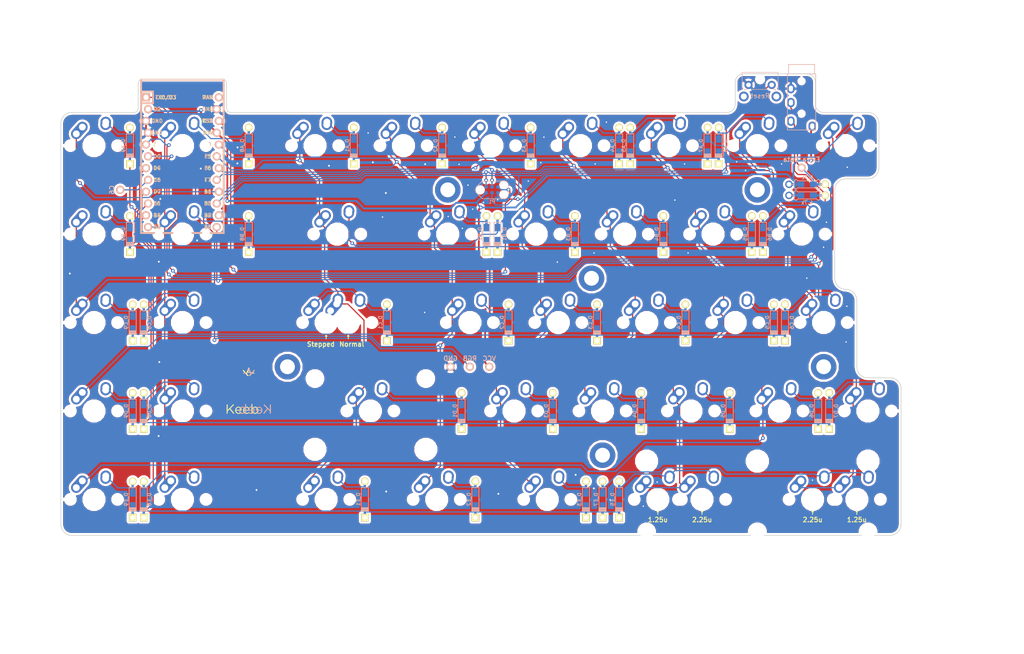
<source format=kicad_pcb>
(kicad_pcb (version 20171130) (host pcbnew "(6.0.0-rc1-dev-1292-gca2390e4f)")
  (layers (0 F.Cu signal) (31 B.Cu signal) (34 B.Paste user) (35 F.Paste user) (36 B.SilkS user) (37 F.SilkS user) (38 B.Mask user) (39 F.Mask user) (44 Edge.Cuts user))
  (net 0 "")
  (net 1 RowA)
  (net 2 "Net-(D_A1-Pad2)")
  (net 3 "Net-(D_A2-Pad2)")
  (net 4 "Net-(D_A3-Pad2)")
  (net 5 "Net-(D_A4-Pad2)")
  (net 6 "Net-(D_A5-Pad2)")
  (net 7 "Net-(D_A6-Pad2)")
  (net 8 "Net-(D_A7-Pad2)")
  (net 9 "Net-(D_B1-Pad2)")
  (net 10 RowB)
  (net 11 "Net-(D_B2-Pad2)")
  (net 12 "Net-(D_B3-Pad2)")
  (net 13 "Net-(D_B4-Pad2)")
  (net 14 "Net-(D_B5-Pad2)")
  (net 15 "Net-(D_B6-Pad2)")
  (net 16 RowC)
  (net 17 "Net-(D_C1-Pad2)")
  (net 18 "Net-(D_C2-Pad2)")
  (net 19 "Net-(D_C3-Pad2)")
  (net 20 "Net-(D_C4-Pad2)")
  (net 21 "Net-(D_C5-Pad2)")
  (net 22 "Net-(D_C6-Pad2)")
  (net 23 "Net-(D_D1-Pad2)")
  (net 24 RowD)
  (net 25 "Net-(D_D3-Pad2)")
  (net 26 "Net-(D_D4-Pad2)")
  (net 27 "Net-(D_D5-Pad2)")
  (net 28 "Net-(D_D6-Pad2)")
  (net 29 "Net-(D_D7-Pad2)")
  (net 30 RowE)
  (net 31 "Net-(D_E1-Pad2)")
  (net 32 "Net-(D_E2-Pad2)")
  (net 33 "Net-(D_E3-Pad2)")
  (net 34 "Net-(D_E5-Pad2)")
  (net 35 "Net-(D_E7-Pad2)")
  (net 36 Col5)
  (net 37 VCC)
  (net 38 Col4)
  (net 39 Col6)
  (net 40 Reset)
  (net 41 GND)
  (net 42 Data)
  (net 43 Data2)
  (net 44 Col1)
  (net 45 Col2)
  (net 46 Col3)
  (net 47 Col7)
  (net 48 C6)
  (net 49 RGB)
  (net 50 "Net-(D_A8-Pad2)")
  (net 51 "Net-(D_A9-Pad2)")
  (net 52 "Net-(D_B8-Pad2)")
  (net 53 "Net-(D_B9-Pad2)")
  (net 54 "Net-(D_C8-Pad2)")
  (net 55 "Net-(D_C9-Pad2)")
  (net 56 "Net-(D_D8-Pad2)")
  (net 57 "Net-(D_D9-Pad2)")
  (net 58 "Net-(D_E8-Pad2)")
  (net 59 "Net-(D_E9-Pad2)")
  (net 60 Col8)
  (net 61 "Net-(U2-Pad24)")
  (module Keebio-Parts:SinglePad (layer B.Cu) (at 48.517928 42.862464 90)
    (fp_text reference TP2 hide)
    (fp_text value C6 (at 0 -1.778 90) (layer B.SilkS) (effects (font (thickness 0.2)) (justify mirror)))
    (pad 1 thru_hole circle (at 0 0 180) (size 1.7526 1.7526) (drill 1.0922) (layers *.Cu *.SilkS *.Mask) (net 48 C6))
  )
  (module MX_Alps_Hybrid:MX-1U-NoLED (layer F.Cu) (at 138.112432 52.387456)
    (fp_text reference SW_B3)
    (fp_text value SW_Push)
    (pad 2 thru_hole oval (at 2.5 -4.5 86.0548) (size 2.831378 2.25) (drill 1.47 (offset 0.290689 0)) (layers *.Cu B.Mask) (net 12 "Net-(D_B3-Pad2)"))
    (pad 2 thru_hole circle (at 2.54 -5.08) (size 2.25 2.25) (drill 1.47) (layers *.Cu B.Mask) (net 12 "Net-(D_B3-Pad2)"))
    (pad 1 thru_hole oval (at -3.81 -2.54 48.0996) (size 4.211556 2.25) (drill 1.47 (offset 0.980778 0)) (layers *.Cu B.Mask) (net 46 Col3))
    (pad "" np_thru_hole circle (at 0 0) (size 3.9878 3.9878) (drill 3.9878) (layers *.Cu *.Mask))
    (pad 1 thru_hole circle (at -2.5 -4) (size 2.25 2.25) (drill 1.47) (layers *.Cu B.Mask) (net 46 Col3))
    (pad "" np_thru_hole circle (at -5.08 0 48.0996) (size 1.75 1.75) (drill 1.75) (layers *.Cu *.Mask))
    (pad "" np_thru_hole circle (at 5.08 0 48.0996) (size 1.75 1.75) (drill 1.75) (layers *.Cu *.Mask))
  )
  (module Keebio-Parts:ArduinoProMicro-ZigZag (layer F.Cu) (at 61.912496 36.909344 270)
    (fp_text reference U2 hide)
    (fp_text value ProMicro hide)
    (fp_text user ST (at -8.91 -5.04) (layer B.SilkS) (effects (font (size 0.8 0.8)) (justify mirror)))
    (fp_text user TX0/D3 (at -13.97 3.571872) (layer F.SilkS) (effects (font (size 0.8 0.8))))
    (fp_text user TX0/D3 (at -13.97 3.571872) (layer B.SilkS) (effects (font (size 0.8 0.8)) (justify mirror)))
    (fp_text user D2 (at -11.43 5.461) (layer F.SilkS) (effects (font (size 0.8 0.8))))
    (fp_text user D0 (at -1.27 5.461) (layer F.SilkS) (effects (font (size 0.8 0.8))))
    (fp_text user D1 (at -3.81 5.461) (layer F.SilkS) (effects (font (size 0.8 0.8))))
    (fp_text user GND (at -6.35 5.461) (layer F.SilkS) (effects (font (size 0.8 0.8))))
    (fp_text user GND (at -8.89 5.461) (layer F.SilkS) (effects (font (size 0.8 0.8))))
    (fp_text user D4 (at 1.27 5.461) (layer F.SilkS) (effects (font (size 0.8 0.8))))
    (fp_text user C6 (at 3.81 5.461) (layer F.SilkS) (effects (font (size 0.8 0.8))))
    (fp_text user D7 (at 6.35 5.461) (layer F.SilkS) (effects (font (size 0.8 0.8))))
    (fp_text user E6 (at 8.89 5.461) (layer F.SilkS) (effects (font (size 0.8 0.8))))
    (fp_text user B4 (at 11.43 5.461) (layer F.SilkS) (effects (font (size 0.8 0.8))))
    (fp_text user B5 (at 13.97 5.461) (layer F.SilkS) (effects (font (size 0.8 0.8))))
    (fp_text user B6 (at 13.97 -5.461) (layer F.SilkS) (effects (font (size 0.8 0.8))))
    (fp_text user B2 (at 11.43 -5.461) (layer B.SilkS) (effects (font (size 0.8 0.8)) (justify mirror)))
    (fp_text user B3 (at 8.89 -5.461) (layer F.SilkS) (effects (font (size 0.8 0.8))))
    (fp_text user B1 (at 6.35 -5.461) (layer F.SilkS) (effects (font (size 0.8 0.8))))
    (fp_text user F7 (at 3.81 -5.461) (layer B.SilkS) (effects (font (size 0.8 0.8)) (justify mirror)))
    (fp_text user F6 (at 1.27 -5.461) (layer B.SilkS) (effects (font (size 0.8 0.8)) (justify mirror)))
    (fp_text user F5 (at -1.27 -5.461) (layer B.SilkS) (effects (font (size 0.8 0.8)) (justify mirror)))
    (fp_text user F4 (at -3.81 -5.461) (layer F.SilkS) (effects (font (size 0.8 0.8))))
    (fp_text user VCC (at -6.35 -5.461) (layer F.SilkS) (effects (font (size 0.8 0.8))))
    (fp_text user ST (at -8.92 -5.73312) (layer F.SilkS) (effects (font (size 0.8 0.8))))
    (fp_text user GND (at -11.43 -5.461) (layer F.SilkS) (effects (font (size 0.8 0.8))))
    (fp_text user RAW (at -13.97 -5.461) (layer F.SilkS) (effects (font (size 0.8 0.8))))
    (fp_text user RAW (at -13.97 -5.461) (layer B.SilkS) (effects (font (size 0.8 0.8)) (justify mirror)))
    (fp_text user GND (at -11.43 -5.461) (layer B.SilkS) (effects (font (size 0.8 0.8)) (justify mirror)))
    (fp_text user VCC (at -6.35 -5.461) (layer B.SilkS) (effects (font (size 0.8 0.8)) (justify mirror)))
    (fp_text user F4 (at -3.81 -5.461) (layer B.SilkS) (effects (font (size 0.8 0.8)) (justify mirror)))
    (fp_text user F5 (at -1.27 -5.461) (layer F.SilkS) (effects (font (size 0.8 0.8))))
    (fp_text user F6 (at 1.27 -5.461) (layer F.SilkS) (effects (font (size 0.8 0.8))))
    (fp_text user F7 (at 3.81 -5.461) (layer F.SilkS) (effects (font (size 0.8 0.8))))
    (fp_text user B1 (at 6.35 -5.461) (layer B.SilkS) (effects (font (size 0.8 0.8)) (justify mirror)))
    (fp_text user B3 (at 8.89 -5.461) (layer B.SilkS) (effects (font (size 0.8 0.8)) (justify mirror)))
    (fp_text user B2 (at 11.43 -5.461) (layer F.SilkS) (effects (font (size 0.8 0.8))))
    (fp_text user B6 (at 13.97 -5.461) (layer B.SilkS) (effects (font (size 0.8 0.8)) (justify mirror)))
    (fp_text user B5 (at 13.97 5.461) (layer B.SilkS) (effects (font (size 0.8 0.8)) (justify mirror)))
    (fp_text user B4 (at 11.43 5.461) (layer B.SilkS) (effects (font (size 0.8 0.8)) (justify mirror)))
    (fp_text user E6 (at 8.89 5.461) (layer B.SilkS) (effects (font (size 0.8 0.8)) (justify mirror)))
    (fp_text user D7 (at 6.35 5.461) (layer B.SilkS) (effects (font (size 0.8 0.8)) (justify mirror)))
    (fp_text user C6 (at 3.81 5.461) (layer B.SilkS) (effects (font (size 0.8 0.8)) (justify mirror)))
    (fp_text user D4 (at 1.27 5.461) (layer B.SilkS) (effects (font (size 0.8 0.8)) (justify mirror)))
    (fp_text user GND (at -8.89 5.461) (layer B.SilkS) (effects (font (size 0.8 0.8)) (justify mirror)))
    (fp_text user GND (at -6.35 5.461) (layer B.SilkS) (effects (font (size 0.8 0.8)) (justify mirror)))
    (fp_text user D1 (at -3.81 5.461) (layer B.SilkS) (effects (font (size 0.8 0.8)) (justify mirror)))
    (fp_text user D0 (at -1.27 5.461) (layer B.SilkS) (effects (font (size 0.8 0.8)) (justify mirror)))
    (fp_text user D2 (at -11.43 5.461) (layer B.SilkS) (effects (font (size 0.8 0.8)) (justify mirror)))
    (pad 24 thru_hole circle (at -13.97 -7.8486 270) (size 1.7526 1.7526) (drill 1.0922) (layers *.Cu *.SilkS *.Mask) (net 61 "Net-(U2-Pad24)"))
    (pad 12 thru_hole circle (at 13.97 7.3914 270) (size 1.7526 1.7526) (drill 1.0922) (layers *.Cu *.SilkS *.Mask) (net 60 Col8))
    (pad 23 thru_hole circle (at -11.43 -7.3914 270) (size 1.7526 1.7526) (drill 1.0922) (layers *.Cu *.SilkS *.Mask) (net 41 GND))
    (pad 22 thru_hole circle (at -8.89 -7.8486 270) (size 1.7526 1.7526) (drill 1.0922) (layers *.Cu *.SilkS *.Mask) (net 40 Reset))
    (pad 21 thru_hole circle (at -6.35 -7.3914 270) (size 1.7526 1.7526) (drill 1.0922) (layers *.Cu *.SilkS *.Mask) (net 37 VCC))
    (pad 20 thru_hole circle (at -3.81 -7.8486 270) (size 1.7526 1.7526) (drill 1.0922) (layers *.Cu *.SilkS *.Mask) (net 1 RowA))
    (pad 19 thru_hole circle (at -1.27 -7.3914 270) (size 1.7526 1.7526) (drill 1.0922) (layers *.Cu *.SilkS *.Mask) (net 44 Col1))
    (pad 18 thru_hole circle (at 1.27 -7.8486 270) (size 1.7526 1.7526) (drill 1.0922) (layers *.Cu *.SilkS *.Mask) (net 45 Col2))
    (pad 17 thru_hole circle (at 3.81 -7.3914 270) (size 1.7526 1.7526) (drill 1.0922) (layers *.Cu *.SilkS *.Mask) (net 46 Col3))
    (pad 16 thru_hole circle (at 6.35 -7.8486 270) (size 1.7526 1.7526) (drill 1.0922) (layers *.Cu *.SilkS *.Mask) (net 38 Col4))
    (pad 15 thru_hole circle (at 8.89 -7.3914 270) (size 1.7526 1.7526) (drill 1.0922) (layers *.Cu *.SilkS *.Mask) (net 36 Col5))
    (pad 14 thru_hole circle (at 11.43 -7.8486 270) (size 1.7526 1.7526) (drill 1.0922) (layers *.Cu *.SilkS *.Mask) (net 39 Col6))
    (pad 13 thru_hole circle (at 13.97 -7.3914 270) (size 1.7526 1.7526) (drill 1.0922) (layers *.Cu *.SilkS *.Mask) (net 47 Col7))
    (pad 11 thru_hole circle (at 11.43 7.8486 270) (size 1.7526 1.7526) (drill 1.0922) (layers *.Cu *.SilkS *.Mask) (net 30 RowE))
    (pad 10 thru_hole circle (at 8.89 7.3914 270) (size 1.7526 1.7526) (drill 1.0922) (layers *.Cu *.SilkS *.Mask) (net 24 RowD))
    (pad 9 thru_hole circle (at 6.35 7.8486 270) (size 1.7526 1.7526) (drill 1.0922) (layers *.Cu *.SilkS *.Mask) (net 16 RowC))
    (pad 8 thru_hole circle (at 3.81 7.3914 270) (size 1.7526 1.7526) (drill 1.0922) (layers *.Cu *.SilkS *.Mask) (net 48 C6))
    (pad 7 thru_hole circle (at 1.27 7.8486 270) (size 1.7526 1.7526) (drill 1.0922) (layers *.Cu *.SilkS *.Mask) (net 10 RowB))
    (pad 6 thru_hole circle (at -1.27 7.3914 270) (size 1.7526 1.7526) (drill 1.0922) (layers *.Cu *.SilkS *.Mask) (net 42 Data))
    (pad 5 thru_hole circle (at -3.81 7.8486 270) (size 1.7526 1.7526) (drill 1.0922) (layers *.Cu *.SilkS *.Mask) (net 43 Data2))
    (pad 4 thru_hole circle (at -6.35 7.3914 270) (size 1.7526 1.7526) (drill 1.0922) (layers *.Cu *.SilkS *.Mask) (net 41 GND))
    (pad 3 thru_hole circle (at -8.89 7.8486 270) (size 1.7526 1.7526) (drill 1.0922) (layers *.Cu *.SilkS *.Mask) (net 41 GND))
    (pad 2 thru_hole circle (at -11.43 7.3914 270) (size 1.7526 1.7526) (drill 1.0922) (layers *.Cu *.SilkS *.Mask) (net 37 VCC))
    (pad 1 thru_hole rect (at -13.97 7.8486 270) (size 1.7526 1.7526) (drill 1.0922) (layers *.Cu *.SilkS *.Mask) (net 49 RGB))
  )
  (module MX_Alps_Hybrid:MX-1U-NoLED (layer F.Cu) (at 42.862488 109.537592)
    (fp_text reference SW_E9)
    (fp_text value SW_Push)
    (pad "" np_thru_hole circle (at 5.08 0 48.0996) (size 1.75 1.75) (drill 1.75) (layers *.Cu *.Mask))
    (pad "" np_thru_hole circle (at -5.08 0 48.0996) (size 1.75 1.75) (drill 1.75) (layers *.Cu *.Mask))
    (pad 1 thru_hole circle (at -2.5 -4) (size 2.25 2.25) (drill 1.47) (layers *.Cu B.Mask) (net 39 Col6))
    (pad "" np_thru_hole circle (at 0 0) (size 3.9878 3.9878) (drill 3.9878) (layers *.Cu *.Mask))
    (pad 1 thru_hole oval (at -3.81 -2.54 48.0996) (size 4.211556 2.25) (drill 1.47 (offset 0.980778 0)) (layers *.Cu B.Mask) (net 39 Col6))
    (pad 2 thru_hole circle (at 2.54 -5.08) (size 2.25 2.25) (drill 1.47) (layers *.Cu B.Mask) (net 59 "Net-(D_E9-Pad2)"))
    (pad 2 thru_hole oval (at 2.5 -4.5 86.0548) (size 2.831378 2.25) (drill 1.47 (offset 0.290689 0)) (layers *.Cu B.Mask) (net 59 "Net-(D_E9-Pad2)"))
  )
  (module MX_Alps_Hybrid:MX-1U-NoLED (layer F.Cu) (at 61.912504 109.537592)
    (fp_text reference SW_E8)
    (fp_text value SW_Push)
    (pad "" np_thru_hole circle (at 5.08 0 48.0996) (size 1.75 1.75) (drill 1.75) (layers *.Cu *.Mask))
    (pad "" np_thru_hole circle (at -5.08 0 48.0996) (size 1.75 1.75) (drill 1.75) (layers *.Cu *.Mask))
    (pad 1 thru_hole circle (at -2.5 -4) (size 2.25 2.25) (drill 1.47) (layers *.Cu B.Mask) (net 60 Col8))
    (pad "" np_thru_hole circle (at 0 0) (size 3.9878 3.9878) (drill 3.9878) (layers *.Cu *.Mask))
    (pad 1 thru_hole oval (at -3.81 -2.54 48.0996) (size 4.211556 2.25) (drill 1.47 (offset 0.980778 0)) (layers *.Cu B.Mask) (net 60 Col8))
    (pad 2 thru_hole circle (at 2.54 -5.08) (size 2.25 2.25) (drill 1.47) (layers *.Cu B.Mask) (net 58 "Net-(D_E8-Pad2)"))
    (pad 2 thru_hole oval (at 2.5 -4.5 86.0548) (size 2.831378 2.25) (drill 1.47 (offset 0.290689 0)) (layers *.Cu B.Mask) (net 58 "Net-(D_E8-Pad2)"))
  )
  (module MX_Alps_Hybrid:MX-1U-NoLED (layer F.Cu) (at 42.862488 90.487576)
    (fp_text reference SW_D9)
    (fp_text value SW_Push)
    (pad "" np_thru_hole circle (at 5.08 0 48.0996) (size 1.75 1.75) (drill 1.75) (layers *.Cu *.Mask))
    (pad "" np_thru_hole circle (at -5.08 0 48.0996) (size 1.75 1.75) (drill 1.75) (layers *.Cu *.Mask))
    (pad 1 thru_hole circle (at -2.5 -4) (size 2.25 2.25) (drill 1.47) (layers *.Cu B.Mask) (net 45 Col2))
    (pad "" np_thru_hole circle (at 0 0) (size 3.9878 3.9878) (drill 3.9878) (layers *.Cu *.Mask))
    (pad 1 thru_hole oval (at -3.81 -2.54 48.0996) (size 4.211556 2.25) (drill 1.47 (offset 0.980778 0)) (layers *.Cu B.Mask) (net 45 Col2))
    (pad 2 thru_hole circle (at 2.54 -5.08) (size 2.25 2.25) (drill 1.47) (layers *.Cu B.Mask) (net 57 "Net-(D_D9-Pad2)"))
    (pad 2 thru_hole oval (at 2.5 -4.5 86.0548) (size 2.831378 2.25) (drill 1.47 (offset 0.290689 0)) (layers *.Cu B.Mask) (net 57 "Net-(D_D9-Pad2)"))
  )
  (module MX_Alps_Hybrid:MX-1U-NoLED (layer F.Cu) (at 61.912504 90.487576)
    (fp_text reference SW_D8)
    (fp_text value SW_Push)
    (pad "" np_thru_hole circle (at 5.08 0 48.0996) (size 1.75 1.75) (drill 1.75) (layers *.Cu *.Mask))
    (pad "" np_thru_hole circle (at -5.08 0 48.0996) (size 1.75 1.75) (drill 1.75) (layers *.Cu *.Mask))
    (pad 1 thru_hole circle (at -2.5 -4) (size 2.25 2.25) (drill 1.47) (layers *.Cu B.Mask) (net 60 Col8))
    (pad "" np_thru_hole circle (at 0 0) (size 3.9878 3.9878) (drill 3.9878) (layers *.Cu *.Mask))
    (pad 1 thru_hole oval (at -3.81 -2.54 48.0996) (size 4.211556 2.25) (drill 1.47 (offset 0.980778 0)) (layers *.Cu B.Mask) (net 60 Col8))
    (pad 2 thru_hole circle (at 2.54 -5.08) (size 2.25 2.25) (drill 1.47) (layers *.Cu B.Mask) (net 56 "Net-(D_D8-Pad2)"))
    (pad 2 thru_hole oval (at 2.5 -4.5 86.0548) (size 2.831378 2.25) (drill 1.47 (offset 0.290689 0)) (layers *.Cu B.Mask) (net 56 "Net-(D_D8-Pad2)"))
  )
  (module MX_Alps_Hybrid:MX-1U-NoLED (layer F.Cu) (at 42.862488 71.43756)
    (fp_text reference SW_C9)
    (fp_text value SW_Push)
    (pad "" np_thru_hole circle (at 5.08 0 48.0996) (size 1.75 1.75) (drill 1.75) (layers *.Cu *.Mask))
    (pad "" np_thru_hole circle (at -5.08 0 48.0996) (size 1.75 1.75) (drill 1.75) (layers *.Cu *.Mask))
    (pad 1 thru_hole circle (at -2.5 -4) (size 2.25 2.25) (drill 1.47) (layers *.Cu B.Mask) (net 47 Col7))
    (pad "" np_thru_hole circle (at 0 0) (size 3.9878 3.9878) (drill 3.9878) (layers *.Cu *.Mask))
    (pad 1 thru_hole oval (at -3.81 -2.54 48.0996) (size 4.211556 2.25) (drill 1.47 (offset 0.980778 0)) (layers *.Cu B.Mask) (net 47 Col7))
    (pad 2 thru_hole circle (at 2.54 -5.08) (size 2.25 2.25) (drill 1.47) (layers *.Cu B.Mask) (net 55 "Net-(D_C9-Pad2)"))
    (pad 2 thru_hole oval (at 2.5 -4.5 86.0548) (size 2.831378 2.25) (drill 1.47 (offset 0.290689 0)) (layers *.Cu B.Mask) (net 55 "Net-(D_C9-Pad2)"))
  )
  (module MX_Alps_Hybrid:MX-1U-NoLED (layer F.Cu) (at 61.912504 71.43756)
    (fp_text reference SW_C8)
    (fp_text value SW_Push)
    (pad "" np_thru_hole circle (at 5.08 0 48.0996) (size 1.75 1.75) (drill 1.75) (layers *.Cu *.Mask))
    (pad "" np_thru_hole circle (at -5.08 0 48.0996) (size 1.75 1.75) (drill 1.75) (layers *.Cu *.Mask))
    (pad 1 thru_hole circle (at -2.5 -4) (size 2.25 2.25) (drill 1.47) (layers *.Cu B.Mask) (net 60 Col8))
    (pad "" np_thru_hole circle (at 0 0) (size 3.9878 3.9878) (drill 3.9878) (layers *.Cu *.Mask))
    (pad 1 thru_hole oval (at -3.81 -2.54 48.0996) (size 4.211556 2.25) (drill 1.47 (offset 0.980778 0)) (layers *.Cu B.Mask) (net 60 Col8))
    (pad 2 thru_hole circle (at 2.54 -5.08) (size 2.25 2.25) (drill 1.47) (layers *.Cu B.Mask) (net 54 "Net-(D_C8-Pad2)"))
    (pad 2 thru_hole oval (at 2.5 -4.5 86.0548) (size 2.831378 2.25) (drill 1.47 (offset 0.290689 0)) (layers *.Cu B.Mask) (net 54 "Net-(D_C8-Pad2)"))
  )
  (module MX_Alps_Hybrid:MX-1U-NoLED (layer F.Cu) (at 42.862488 52.387544)
    (fp_text reference SW_B9)
    (fp_text value SW_Push)
    (pad "" np_thru_hole circle (at 5.08 0 48.0996) (size 1.75 1.75) (drill 1.75) (layers *.Cu *.Mask))
    (pad "" np_thru_hole circle (at -5.08 0 48.0996) (size 1.75 1.75) (drill 1.75) (layers *.Cu *.Mask))
    (pad 1 thru_hole circle (at -2.5 -4) (size 2.25 2.25) (drill 1.47) (layers *.Cu B.Mask) (net 47 Col7))
    (pad "" np_thru_hole circle (at 0 0) (size 3.9878 3.9878) (drill 3.9878) (layers *.Cu *.Mask))
    (pad 1 thru_hole oval (at -3.81 -2.54 48.0996) (size 4.211556 2.25) (drill 1.47 (offset 0.980778 0)) (layers *.Cu B.Mask) (net 47 Col7))
    (pad 2 thru_hole circle (at 2.54 -5.08) (size 2.25 2.25) (drill 1.47) (layers *.Cu B.Mask) (net 53 "Net-(D_B9-Pad2)"))
    (pad 2 thru_hole oval (at 2.5 -4.5 86.0548) (size 2.831378 2.25) (drill 1.47 (offset 0.290689 0)) (layers *.Cu B.Mask) (net 53 "Net-(D_B9-Pad2)"))
  )
  (module MX_Alps_Hybrid:MX-1U-NoLED (layer F.Cu) (at 61.912504 52.387544)
    (fp_text reference SW_B8)
    (fp_text value SW_Push)
    (pad "" np_thru_hole circle (at 5.08 0 48.0996) (size 1.75 1.75) (drill 1.75) (layers *.Cu *.Mask))
    (pad "" np_thru_hole circle (at -5.08 0 48.0996) (size 1.75 1.75) (drill 1.75) (layers *.Cu *.Mask))
    (pad 1 thru_hole circle (at -2.5 -4) (size 2.25 2.25) (drill 1.47) (layers *.Cu B.Mask) (net 60 Col8))
    (pad "" np_thru_hole circle (at 0 0) (size 3.9878 3.9878) (drill 3.9878) (layers *.Cu *.Mask))
    (pad 1 thru_hole oval (at -3.81 -2.54 48.0996) (size 4.211556 2.25) (drill 1.47 (offset 0.980778 0)) (layers *.Cu B.Mask) (net 60 Col8))
    (pad 2 thru_hole circle (at 2.54 -5.08) (size 2.25 2.25) (drill 1.47) (layers *.Cu B.Mask) (net 52 "Net-(D_B8-Pad2)"))
    (pad 2 thru_hole oval (at 2.5 -4.5 86.0548) (size 2.831378 2.25) (drill 1.47 (offset 0.290689 0)) (layers *.Cu B.Mask) (net 52 "Net-(D_B8-Pad2)"))
  )
  (module MX_Alps_Hybrid:MX-1U-NoLED (layer F.Cu) (at 42.862488 33.337528)
    (fp_text reference SW_A9)
    (fp_text value SW_Push)
    (pad "" np_thru_hole circle (at 5.08 0 48.0996) (size 1.75 1.75) (drill 1.75) (layers *.Cu *.Mask))
    (pad "" np_thru_hole circle (at -5.08 0 48.0996) (size 1.75 1.75) (drill 1.75) (layers *.Cu *.Mask))
    (pad 1 thru_hole circle (at -2.5 -4) (size 2.25 2.25) (drill 1.47) (layers *.Cu B.Mask) (net 38 Col4))
    (pad "" np_thru_hole circle (at 0 0) (size 3.9878 3.9878) (drill 3.9878) (layers *.Cu *.Mask))
    (pad 1 thru_hole oval (at -3.81 -2.54 48.0996) (size 4.211556 2.25) (drill 1.47 (offset 0.980778 0)) (layers *.Cu B.Mask) (net 38 Col4))
    (pad 2 thru_hole circle (at 2.54 -5.08) (size 2.25 2.25) (drill 1.47) (layers *.Cu B.Mask) (net 51 "Net-(D_A9-Pad2)"))
    (pad 2 thru_hole oval (at 2.5 -4.5 86.0548) (size 2.831378 2.25) (drill 1.47 (offset 0.290689 0)) (layers *.Cu B.Mask) (net 51 "Net-(D_A9-Pad2)"))
  )
  (module MX_Alps_Hybrid:MX-1U-NoLED (layer F.Cu) (at 61.912504 33.337528)
    (fp_text reference SW_A8)
    (fp_text value SW_Push)
    (pad "" np_thru_hole circle (at 5.08 0 48.0996) (size 1.75 1.75) (drill 1.75) (layers *.Cu *.Mask))
    (pad "" np_thru_hole circle (at -5.08 0 48.0996) (size 1.75 1.75) (drill 1.75) (layers *.Cu *.Mask))
    (pad 1 thru_hole circle (at -2.5 -4) (size 2.25 2.25) (drill 1.47) (layers *.Cu B.Mask) (net 60 Col8))
    (pad "" np_thru_hole circle (at 0 0) (size 3.9878 3.9878) (drill 3.9878) (layers *.Cu *.Mask))
    (pad 1 thru_hole oval (at -3.81 -2.54 48.0996) (size 4.211556 2.25) (drill 1.47 (offset 0.980778 0)) (layers *.Cu B.Mask) (net 60 Col8))
    (pad 2 thru_hole circle (at 2.54 -5.08) (size 2.25 2.25) (drill 1.47) (layers *.Cu B.Mask) (net 50 "Net-(D_A8-Pad2)"))
    (pad 2 thru_hole oval (at 2.5 -4.5 86.0548) (size 2.831378 2.25) (drill 1.47 (offset 0.290689 0)) (layers *.Cu B.Mask) (net 50 "Net-(D_A8-Pad2)"))
  )
  (module Keebio-Parts:Diode-Hybrid-Back (layer F.Cu) (at 51.19687 109.537592 270)
    (fp_text reference D_E9 (at -0.0254 1.4 270) (layer B.SilkS) (effects (font (size 0.8 0.8)) (justify mirror)))
    (fp_text value D hide)
    (pad 1 thru_hole rect (at 3.9 0 270) (size 1.6 1.6) (drill 1) (layers *.Cu *.Mask F.SilkS) (net 30 RowE))
    (pad 2 thru_hole circle (at -3.9 0 270) (size 1.6 1.6) (drill 1) (layers *.Cu *.Mask F.SilkS) (net 59 "Net-(D_E9-Pad2)"))
    (pad 1 smd rect (at 2.5 0 270) (size 2.9 0.5) (layers B.Cu) (net 30 RowE))
    (pad 1 smd rect (at 1.4 0 270) (size 1.6 1.2) (layers B.Cu B.Paste B.Mask) (net 30 RowE))
    (pad 2 smd rect (at -1.4 0 270) (size 1.6 1.2) (layers B.Cu B.Paste B.Mask) (net 59 "Net-(D_E9-Pad2)"))
    (pad 2 smd rect (at -2.5 0 270) (size 2.9 0.5) (layers B.Cu) (net 59 "Net-(D_E9-Pad2)"))
  )
  (module Keebio-Parts:Diode-Hybrid-Back (layer F.Cu) (at 53.578122 109.537592 270)
    (fp_text reference D_E8 (at 0 -1.190626 270) (layer B.SilkS) (effects (font (size 0.8 0.8)) (justify mirror)))
    (fp_text value D hide)
    (pad 1 thru_hole rect (at 3.9 0 270) (size 1.6 1.6) (drill 1) (layers *.Cu *.Mask F.SilkS) (net 30 RowE))
    (pad 2 thru_hole circle (at -3.9 0 270) (size 1.6 1.6) (drill 1) (layers *.Cu *.Mask F.SilkS) (net 58 "Net-(D_E8-Pad2)"))
    (pad 1 smd rect (at 2.5 0 270) (size 2.9 0.5) (layers B.Cu) (net 30 RowE))
    (pad 1 smd rect (at 1.4 0 270) (size 1.6 1.2) (layers B.Cu B.Paste B.Mask) (net 30 RowE))
    (pad 2 smd rect (at -1.4 0 270) (size 1.6 1.2) (layers B.Cu B.Paste B.Mask) (net 58 "Net-(D_E8-Pad2)"))
    (pad 2 smd rect (at -2.5 0 270) (size 2.9 0.5) (layers B.Cu) (net 58 "Net-(D_E8-Pad2)"))
  )
  (module Keebio-Parts:Diode-Hybrid-Back (layer F.Cu) (at 51.19687 90.487576 270)
    (fp_text reference D_D9 (at -0.0254 1.4 270) (layer B.SilkS) (effects (font (size 0.8 0.8)) (justify mirror)))
    (fp_text value D hide)
    (pad 1 thru_hole rect (at 3.9 0 270) (size 1.6 1.6) (drill 1) (layers *.Cu *.Mask F.SilkS) (net 24 RowD))
    (pad 2 thru_hole circle (at -3.9 0 270) (size 1.6 1.6) (drill 1) (layers *.Cu *.Mask F.SilkS) (net 57 "Net-(D_D9-Pad2)"))
    (pad 1 smd rect (at 2.5 0 270) (size 2.9 0.5) (layers B.Cu) (net 24 RowD))
    (pad 1 smd rect (at 1.4 0 270) (size 1.6 1.2) (layers B.Cu B.Paste B.Mask) (net 24 RowD))
    (pad 2 smd rect (at -1.4 0 270) (size 1.6 1.2) (layers B.Cu B.Paste B.Mask) (net 57 "Net-(D_D9-Pad2)"))
    (pad 2 smd rect (at -2.5 0 270) (size 2.9 0.5) (layers B.Cu) (net 57 "Net-(D_D9-Pad2)"))
  )
  (module Keebio-Parts:Diode-Hybrid-Back (layer F.Cu) (at 53.578122 90.487576 270)
    (fp_text reference D_D8 (at 0 -1.190626 270) (layer B.SilkS) (effects (font (size 0.8 0.8)) (justify mirror)))
    (fp_text value D hide)
    (pad 1 thru_hole rect (at 3.9 0 270) (size 1.6 1.6) (drill 1) (layers *.Cu *.Mask F.SilkS) (net 24 RowD))
    (pad 2 thru_hole circle (at -3.9 0 270) (size 1.6 1.6) (drill 1) (layers *.Cu *.Mask F.SilkS) (net 56 "Net-(D_D8-Pad2)"))
    (pad 1 smd rect (at 2.5 0 270) (size 2.9 0.5) (layers B.Cu) (net 24 RowD))
    (pad 1 smd rect (at 1.4 0 270) (size 1.6 1.2) (layers B.Cu B.Paste B.Mask) (net 24 RowD))
    (pad 2 smd rect (at -1.4 0 270) (size 1.6 1.2) (layers B.Cu B.Paste B.Mask) (net 56 "Net-(D_D8-Pad2)"))
    (pad 2 smd rect (at -2.5 0 270) (size 2.9 0.5) (layers B.Cu) (net 56 "Net-(D_D8-Pad2)"))
  )
  (module Keebio-Parts:Diode-Hybrid-Back (layer F.Cu) (at 51.19687 71.43756 270)
    (fp_text reference D_C9 (at -0.0254 1.4 270) (layer B.SilkS) (effects (font (size 0.8 0.8)) (justify mirror)))
    (fp_text value D hide)
    (pad 1 thru_hole rect (at 3.9 0 270) (size 1.6 1.6) (drill 1) (layers *.Cu *.Mask F.SilkS) (net 16 RowC))
    (pad 2 thru_hole circle (at -3.9 0 270) (size 1.6 1.6) (drill 1) (layers *.Cu *.Mask F.SilkS) (net 55 "Net-(D_C9-Pad2)"))
    (pad 1 smd rect (at 2.5 0 270) (size 2.9 0.5) (layers B.Cu) (net 16 RowC))
    (pad 1 smd rect (at 1.4 0 270) (size 1.6 1.2) (layers B.Cu B.Paste B.Mask) (net 16 RowC))
    (pad 2 smd rect (at -1.4 0 270) (size 1.6 1.2) (layers B.Cu B.Paste B.Mask) (net 55 "Net-(D_C9-Pad2)"))
    (pad 2 smd rect (at -2.5 0 270) (size 2.9 0.5) (layers B.Cu) (net 55 "Net-(D_C9-Pad2)"))
  )
  (module Keebio-Parts:Diode-Hybrid-Back (layer F.Cu) (at 53.578122 71.43756 270)
    (fp_text reference D_C8 (at 0 -1.190626 270) (layer B.SilkS) (effects (font (size 0.8 0.8)) (justify mirror)))
    (fp_text value D hide)
    (pad 1 thru_hole rect (at 3.9 0 270) (size 1.6 1.6) (drill 1) (layers *.Cu *.Mask F.SilkS) (net 16 RowC))
    (pad 2 thru_hole circle (at -3.9 0 270) (size 1.6 1.6) (drill 1) (layers *.Cu *.Mask F.SilkS) (net 54 "Net-(D_C8-Pad2)"))
    (pad 1 smd rect (at 2.5 0 270) (size 2.9 0.5) (layers B.Cu) (net 16 RowC))
    (pad 1 smd rect (at 1.4 0 270) (size 1.6 1.2) (layers B.Cu B.Paste B.Mask) (net 16 RowC))
    (pad 2 smd rect (at -1.4 0 270) (size 1.6 1.2) (layers B.Cu B.Paste B.Mask) (net 54 "Net-(D_C8-Pad2)"))
    (pad 2 smd rect (at -2.5 0 270) (size 2.9 0.5) (layers B.Cu) (net 54 "Net-(D_C8-Pad2)"))
  )
  (module Keebio-Parts:Diode-Hybrid-Back (layer F.Cu) (at 50.601557 52.387544 270)
    (fp_text reference D_B9 (at -0.0254 1.4 270) (layer B.SilkS) (effects (font (size 0.8 0.8)) (justify mirror)))
    (fp_text value D hide)
    (pad 1 thru_hole rect (at 3.9 0 270) (size 1.6 1.6) (drill 1) (layers *.Cu *.Mask F.SilkS) (net 10 RowB))
    (pad 2 thru_hole circle (at -3.9 0 270) (size 1.6 1.6) (drill 1) (layers *.Cu *.Mask F.SilkS) (net 53 "Net-(D_B9-Pad2)"))
    (pad 1 smd rect (at 2.5 0 270) (size 2.9 0.5) (layers B.Cu) (net 10 RowB))
    (pad 1 smd rect (at 1.4 0 270) (size 1.6 1.2) (layers B.Cu B.Paste B.Mask) (net 10 RowB))
    (pad 2 smd rect (at -1.4 0 270) (size 1.6 1.2) (layers B.Cu B.Paste B.Mask) (net 53 "Net-(D_B9-Pad2)"))
    (pad 2 smd rect (at -2.5 0 270) (size 2.9 0.5) (layers B.Cu) (net 53 "Net-(D_B9-Pad2)"))
  )
  (module Keebio-Parts:Diode-Hybrid-Back (layer F.Cu) (at 76.200016 52.387544 270)
    (fp_text reference D_B8 (at -0.0254 1.4 270) (layer B.SilkS) (effects (font (size 0.8 0.8)) (justify mirror)))
    (fp_text value D hide)
    (pad 1 thru_hole rect (at 3.9 0 270) (size 1.6 1.6) (drill 1) (layers *.Cu *.Mask F.SilkS) (net 10 RowB))
    (pad 2 thru_hole circle (at -3.9 0 270) (size 1.6 1.6) (drill 1) (layers *.Cu *.Mask F.SilkS) (net 52 "Net-(D_B8-Pad2)"))
    (pad 1 smd rect (at 2.5 0 270) (size 2.9 0.5) (layers B.Cu) (net 10 RowB))
    (pad 1 smd rect (at 1.4 0 270) (size 1.6 1.2) (layers B.Cu B.Paste B.Mask) (net 10 RowB))
    (pad 2 smd rect (at -1.4 0 270) (size 1.6 1.2) (layers B.Cu B.Paste B.Mask) (net 52 "Net-(D_B8-Pad2)"))
    (pad 2 smd rect (at -2.5 0 270) (size 2.9 0.5) (layers B.Cu) (net 52 "Net-(D_B8-Pad2)"))
  )
  (module Keebio-Parts:Diode-Hybrid-Back (layer F.Cu) (at 50.601557 33.337528 270)
    (fp_text reference D_A9 (at -0.0254 1.4 270) (layer B.SilkS) (effects (font (size 0.8 0.8)) (justify mirror)))
    (fp_text value D hide)
    (pad 1 thru_hole rect (at 3.9 0 270) (size 1.6 1.6) (drill 1) (layers *.Cu *.Mask F.SilkS) (net 30 RowE))
    (pad 2 thru_hole circle (at -3.9 0 270) (size 1.6 1.6) (drill 1) (layers *.Cu *.Mask F.SilkS) (net 51 "Net-(D_A9-Pad2)"))
    (pad 1 smd rect (at 2.5 0 270) (size 2.9 0.5) (layers B.Cu) (net 30 RowE))
    (pad 1 smd rect (at 1.4 0 270) (size 1.6 1.2) (layers B.Cu B.Paste B.Mask) (net 30 RowE))
    (pad 2 smd rect (at -1.4 0 270) (size 1.6 1.2) (layers B.Cu B.Paste B.Mask) (net 51 "Net-(D_A9-Pad2)"))
    (pad 2 smd rect (at -2.5 0 270) (size 2.9 0.5) (layers B.Cu) (net 51 "Net-(D_A9-Pad2)"))
  )
  (module Keebio-Parts:Diode-Hybrid-Back (layer F.Cu) (at 76.200016 33.337528 270)
    (fp_text reference D_A8 (at -0.0254 1.4 270) (layer B.SilkS) (effects (font (size 0.8 0.8)) (justify mirror)))
    (fp_text value D hide)
    (pad 1 thru_hole rect (at 3.9 0 270) (size 1.6 1.6) (drill 1) (layers *.Cu *.Mask F.SilkS) (net 1 RowA))
    (pad 2 thru_hole circle (at -3.9 0 270) (size 1.6 1.6) (drill 1) (layers *.Cu *.Mask F.SilkS) (net 50 "Net-(D_A8-Pad2)"))
    (pad 1 smd rect (at 2.5 0 270) (size 2.9 0.5) (layers B.Cu) (net 1 RowA))
    (pad 1 smd rect (at 1.4 0 270) (size 1.6 1.2) (layers B.Cu B.Paste B.Mask) (net 1 RowA))
    (pad 2 smd rect (at -1.4 0 270) (size 1.6 1.2) (layers B.Cu B.Paste B.Mask) (net 50 "Net-(D_A8-Pad2)"))
    (pad 2 smd rect (at -2.5 0 270) (size 2.9 0.5) (layers B.Cu) (net 50 "Net-(D_A8-Pad2)"))
  )
  (module Keebio-Parts:Diode-Hybrid-Back (layer F.Cu) (at 98.82184 33.337472 270)
    (fp_text reference D_A1 (at -0.0254 1.4 270) (layer B.SilkS) (effects (font (size 0.8 0.8)) (justify mirror)))
    (fp_text value D hide)
    (pad 1 thru_hole rect (at 3.9 0 270) (size 1.6 1.6) (drill 1) (layers *.Cu *.Mask F.SilkS) (net 1 RowA))
    (pad 2 thru_hole circle (at -3.9 0 270) (size 1.6 1.6) (drill 1) (layers *.Cu *.Mask F.SilkS) (net 2 "Net-(D_A1-Pad2)"))
    (pad 1 smd rect (at 2.5 0 270) (size 2.9 0.5) (layers B.Cu) (net 1 RowA))
    (pad 1 smd rect (at 1.4 0 270) (size 1.6 1.2) (layers B.Cu B.Paste B.Mask) (net 1 RowA))
    (pad 2 smd rect (at -1.4 0 270) (size 1.6 1.2) (layers B.Cu B.Paste B.Mask) (net 2 "Net-(D_A1-Pad2)"))
    (pad 2 smd rect (at -2.5 0 270) (size 2.9 0.5) (layers B.Cu) (net 2 "Net-(D_A1-Pad2)"))
  )
  (module Keebio-Parts:Diode-Hybrid-Back (layer F.Cu) (at 117.871824 33.337472 270)
    (fp_text reference D_A2 (at -0.0254 1.4 270) (layer B.SilkS) (effects (font (size 0.8 0.8)) (justify mirror)))
    (fp_text value D hide)
    (pad 1 thru_hole rect (at 3.9 0 270) (size 1.6 1.6) (drill 1) (layers *.Cu *.Mask F.SilkS) (net 1 RowA))
    (pad 2 thru_hole circle (at -3.9 0 270) (size 1.6 1.6) (drill 1) (layers *.Cu *.Mask F.SilkS) (net 3 "Net-(D_A2-Pad2)"))
    (pad 1 smd rect (at 2.5 0 270) (size 2.9 0.5) (layers B.Cu) (net 1 RowA))
    (pad 1 smd rect (at 1.4 0 270) (size 1.6 1.2) (layers B.Cu B.Paste B.Mask) (net 1 RowA))
    (pad 2 smd rect (at -1.4 0 270) (size 1.6 1.2) (layers B.Cu B.Paste B.Mask) (net 3 "Net-(D_A2-Pad2)"))
    (pad 2 smd rect (at -2.5 0 270) (size 2.9 0.5) (layers B.Cu) (net 3 "Net-(D_A2-Pad2)"))
  )
  (module Keebio-Parts:Diode-Hybrid-Back (layer F.Cu) (at 136.921808 33.337472 270)
    (fp_text reference D_A3 (at -0.0254 1.4 270) (layer B.SilkS) (effects (font (size 0.8 0.8)) (justify mirror)))
    (fp_text value D hide)
    (pad 1 thru_hole rect (at 3.9 0 270) (size 1.6 1.6) (drill 1) (layers *.Cu *.Mask F.SilkS) (net 1 RowA))
    (pad 2 thru_hole circle (at -3.9 0 270) (size 1.6 1.6) (drill 1) (layers *.Cu *.Mask F.SilkS) (net 4 "Net-(D_A3-Pad2)"))
    (pad 1 smd rect (at 2.5 0 270) (size 2.9 0.5) (layers B.Cu) (net 1 RowA))
    (pad 1 smd rect (at 1.4 0 270) (size 1.6 1.2) (layers B.Cu B.Paste B.Mask) (net 1 RowA))
    (pad 2 smd rect (at -1.4 0 270) (size 1.6 1.2) (layers B.Cu B.Paste B.Mask) (net 4 "Net-(D_A3-Pad2)"))
    (pad 2 smd rect (at -2.5 0 270) (size 2.9 0.5) (layers B.Cu) (net 4 "Net-(D_A3-Pad2)"))
  )
  (module Keebio-Parts:Diode-Hybrid-Back (layer F.Cu) (at 155.971792 33.337472 270)
    (fp_text reference D_A4 (at -0.0254 1.4 270) (layer B.SilkS) (effects (font (size 0.8 0.8)) (justify mirror)))
    (fp_text value D hide)
    (pad 1 thru_hole rect (at 3.9 0 270) (size 1.6 1.6) (drill 1) (layers *.Cu *.Mask F.SilkS) (net 1 RowA))
    (pad 2 thru_hole circle (at -3.9 0 270) (size 1.6 1.6) (drill 1) (layers *.Cu *.Mask F.SilkS) (net 5 "Net-(D_A4-Pad2)"))
    (pad 1 smd rect (at 2.5 0 270) (size 2.9 0.5) (layers B.Cu) (net 1 RowA))
    (pad 1 smd rect (at 1.4 0 270) (size 1.6 1.2) (layers B.Cu B.Paste B.Mask) (net 1 RowA))
    (pad 2 smd rect (at -1.4 0 270) (size 1.6 1.2) (layers B.Cu B.Paste B.Mask) (net 5 "Net-(D_A4-Pad2)"))
    (pad 2 smd rect (at -2.5 0 270) (size 2.9 0.5) (layers B.Cu) (net 5 "Net-(D_A4-Pad2)"))
  )
  (module Keebio-Parts:Diode-Hybrid-Back (layer F.Cu) (at 158.35304 33.337472 270)
    (fp_text reference D_A5 (at -0.0254 1.4 270) (layer B.SilkS) (effects (font (size 0.8 0.8)) (justify mirror)))
    (fp_text value D hide)
    (pad 1 thru_hole rect (at 3.9 0 270) (size 1.6 1.6) (drill 1) (layers *.Cu *.Mask F.SilkS) (net 1 RowA))
    (pad 2 thru_hole circle (at -3.9 0 270) (size 1.6 1.6) (drill 1) (layers *.Cu *.Mask F.SilkS) (net 6 "Net-(D_A5-Pad2)"))
    (pad 1 smd rect (at 2.5 0 270) (size 2.9 0.5) (layers B.Cu) (net 1 RowA))
    (pad 1 smd rect (at 1.4 0 270) (size 1.6 1.2) (layers B.Cu B.Paste B.Mask) (net 1 RowA))
    (pad 2 smd rect (at -1.4 0 270) (size 1.6 1.2) (layers B.Cu B.Paste B.Mask) (net 6 "Net-(D_A5-Pad2)"))
    (pad 2 smd rect (at -2.5 0 270) (size 2.9 0.5) (layers B.Cu) (net 6 "Net-(D_A5-Pad2)"))
  )
  (module Keebio-Parts:Diode-Hybrid-Back (layer F.Cu) (at 177.403024 33.337472 270)
    (fp_text reference D_A6 (at 0 -1.48828 270) (layer B.SilkS) (effects (font (size 0.8 0.8)) (justify mirror)))
    (fp_text value D hide)
    (pad 1 thru_hole rect (at 3.9 0 270) (size 1.6 1.6) (drill 1) (layers *.Cu *.Mask F.SilkS) (net 1 RowA))
    (pad 2 thru_hole circle (at -3.9 0 270) (size 1.6 1.6) (drill 1) (layers *.Cu *.Mask F.SilkS) (net 7 "Net-(D_A6-Pad2)"))
    (pad 1 smd rect (at 2.5 0 270) (size 2.9 0.5) (layers B.Cu) (net 1 RowA))
    (pad 1 smd rect (at 1.4 0 270) (size 1.6 1.2) (layers B.Cu B.Paste B.Mask) (net 1 RowA))
    (pad 2 smd rect (at -1.4 0 270) (size 1.6 1.2) (layers B.Cu B.Paste B.Mask) (net 7 "Net-(D_A6-Pad2)"))
    (pad 2 smd rect (at -2.5 0 270) (size 2.9 0.5) (layers B.Cu) (net 7 "Net-(D_A6-Pad2)"))
  )
  (module Keebio-Parts:Diode-Hybrid-Back (layer F.Cu) (at 175.021776 33.337472 270)
    (fp_text reference D_A7 (at -0.0254 1.4 270) (layer B.SilkS) (effects (font (size 0.8 0.8)) (justify mirror)))
    (fp_text value D hide)
    (pad 1 thru_hole rect (at 3.9 0 270) (size 1.6 1.6) (drill 1) (layers *.Cu *.Mask F.SilkS) (net 1 RowA))
    (pad 2 thru_hole circle (at -3.9 0 270) (size 1.6 1.6) (drill 1) (layers *.Cu *.Mask F.SilkS) (net 8 "Net-(D_A7-Pad2)"))
    (pad 1 smd rect (at 2.5 0 270) (size 2.9 0.5) (layers B.Cu) (net 1 RowA))
    (pad 1 smd rect (at 1.4 0 270) (size 1.6 1.2) (layers B.Cu B.Paste B.Mask) (net 1 RowA))
    (pad 2 smd rect (at -1.4 0 270) (size 1.6 1.2) (layers B.Cu B.Paste B.Mask) (net 8 "Net-(D_A7-Pad2)"))
    (pad 2 smd rect (at -2.5 0 270) (size 2.9 0.5) (layers B.Cu) (net 8 "Net-(D_A7-Pad2)"))
  )
  (module Keebio-Parts:Diode-Hybrid-Back (layer F.Cu) (at 129.778064 52.387456 270)
    (fp_text reference D_B1 (at -0.0254 -1.48828 270) (layer B.SilkS) (effects (font (size 0.8 0.8)) (justify mirror)))
    (fp_text value D hide)
    (pad 1 thru_hole rect (at 3.9 0 270) (size 1.6 1.6) (drill 1) (layers *.Cu *.Mask F.SilkS) (net 10 RowB))
    (pad 2 thru_hole circle (at -3.9 0 270) (size 1.6 1.6) (drill 1) (layers *.Cu *.Mask F.SilkS) (net 9 "Net-(D_B1-Pad2)"))
    (pad 1 smd rect (at 2.5 0 270) (size 2.9 0.5) (layers B.Cu) (net 10 RowB))
    (pad 1 smd rect (at 1.4 0 270) (size 1.6 1.2) (layers B.Cu B.Paste B.Mask) (net 10 RowB))
    (pad 2 smd rect (at -1.4 0 270) (size 1.6 1.2) (layers B.Cu B.Paste B.Mask) (net 9 "Net-(D_B1-Pad2)"))
    (pad 2 smd rect (at -2.5 0 270) (size 2.9 0.5) (layers B.Cu) (net 9 "Net-(D_B1-Pad2)"))
  )
  (module Keebio-Parts:Diode-Hybrid-Back (layer F.Cu) (at 127.396816 52.387456 270)
    (fp_text reference D_B2 (at -0.0254 1.4 270) (layer B.SilkS) (effects (font (size 0.8 0.8)) (justify mirror)))
    (fp_text value D hide)
    (pad 1 thru_hole rect (at 3.9 0 270) (size 1.6 1.6) (drill 1) (layers *.Cu *.Mask F.SilkS) (net 10 RowB))
    (pad 2 thru_hole circle (at -3.9 0 270) (size 1.6 1.6) (drill 1) (layers *.Cu *.Mask F.SilkS) (net 11 "Net-(D_B2-Pad2)"))
    (pad 1 smd rect (at 2.5 0 270) (size 2.9 0.5) (layers B.Cu) (net 10 RowB))
    (pad 1 smd rect (at 1.4 0 270) (size 1.6 1.2) (layers B.Cu B.Paste B.Mask) (net 10 RowB))
    (pad 2 smd rect (at -1.4 0 270) (size 1.6 1.2) (layers B.Cu B.Paste B.Mask) (net 11 "Net-(D_B2-Pad2)"))
    (pad 2 smd rect (at -2.5 0 270) (size 2.9 0.5) (layers B.Cu) (net 11 "Net-(D_B2-Pad2)"))
  )
  (module Keebio-Parts:Diode-Hybrid-Back (layer F.Cu) (at 146.4468 52.387456 270)
    (fp_text reference D_B3 (at -0.0254 1.4 270) (layer B.SilkS) (effects (font (size 0.8 0.8)) (justify mirror)))
    (fp_text value D hide)
    (pad 1 thru_hole rect (at 3.9 0 270) (size 1.6 1.6) (drill 1) (layers *.Cu *.Mask F.SilkS) (net 10 RowB))
    (pad 2 thru_hole circle (at -3.9 0 270) (size 1.6 1.6) (drill 1) (layers *.Cu *.Mask F.SilkS) (net 12 "Net-(D_B3-Pad2)"))
    (pad 1 smd rect (at 2.5 0 270) (size 2.9 0.5) (layers B.Cu) (net 10 RowB))
    (pad 1 smd rect (at 1.4 0 270) (size 1.6 1.2) (layers B.Cu B.Paste B.Mask) (net 10 RowB))
    (pad 2 smd rect (at -1.4 0 270) (size 1.6 1.2) (layers B.Cu B.Paste B.Mask) (net 12 "Net-(D_B3-Pad2)"))
    (pad 2 smd rect (at -2.5 0 270) (size 2.9 0.5) (layers B.Cu) (net 12 "Net-(D_B3-Pad2)"))
  )
  (module Keebio-Parts:Diode-Hybrid-Back (layer F.Cu) (at 165.496784 52.387456 270)
    (fp_text reference D_B4 (at -0.0254 1.4 270) (layer B.SilkS) (effects (font (size 0.8 0.8)) (justify mirror)))
    (fp_text value D hide)
    (pad 1 thru_hole rect (at 3.9 0 270) (size 1.6 1.6) (drill 1) (layers *.Cu *.Mask F.SilkS) (net 10 RowB))
    (pad 2 thru_hole circle (at -3.9 0 270) (size 1.6 1.6) (drill 1) (layers *.Cu *.Mask F.SilkS) (net 13 "Net-(D_B4-Pad2)"))
    (pad 1 smd rect (at 2.5 0 270) (size 2.9 0.5) (layers B.Cu) (net 10 RowB))
    (pad 1 smd rect (at 1.4 0 270) (size 1.6 1.2) (layers B.Cu B.Paste B.Mask) (net 10 RowB))
    (pad 2 smd rect (at -1.4 0 270) (size 1.6 1.2) (layers B.Cu B.Paste B.Mask) (net 13 "Net-(D_B4-Pad2)"))
    (pad 2 smd rect (at -2.5 0 270) (size 2.9 0.5) (layers B.Cu) (net 13 "Net-(D_B4-Pad2)"))
  )
  (module Keebio-Parts:Diode-Hybrid-Back (layer F.Cu) (at 184.546768 52.387456 270)
    (fp_text reference D_B5 (at -0.0254 1.4 270) (layer B.SilkS) (effects (font (size 0.8 0.8)) (justify mirror)))
    (fp_text value D hide)
    (pad 1 thru_hole rect (at 3.9 0 270) (size 1.6 1.6) (drill 1) (layers *.Cu *.Mask F.SilkS) (net 10 RowB))
    (pad 2 thru_hole circle (at -3.9 0 270) (size 1.6 1.6) (drill 1) (layers *.Cu *.Mask F.SilkS) (net 14 "Net-(D_B5-Pad2)"))
    (pad 1 smd rect (at 2.5 0 270) (size 2.9 0.5) (layers B.Cu) (net 10 RowB))
    (pad 1 smd rect (at 1.4 0 270) (size 1.6 1.2) (layers B.Cu B.Paste B.Mask) (net 10 RowB))
    (pad 2 smd rect (at -1.4 0 270) (size 1.6 1.2) (layers B.Cu B.Paste B.Mask) (net 14 "Net-(D_B5-Pad2)"))
    (pad 2 smd rect (at -2.5 0 270) (size 2.9 0.5) (layers B.Cu) (net 14 "Net-(D_B5-Pad2)"))
  )
  (module Keebio-Parts:Diode-Hybrid-Back (layer F.Cu) (at 186.928016 52.387456 270)
    (fp_text reference D_B6 (at 0 -1.48828 270) (layer B.SilkS) (effects (font (size 0.8 0.8)) (justify mirror)))
    (fp_text value D hide)
    (pad 1 thru_hole rect (at 3.9 0 270) (size 1.6 1.6) (drill 1) (layers *.Cu *.Mask F.SilkS) (net 10 RowB))
    (pad 2 thru_hole circle (at -3.9 0 270) (size 1.6 1.6) (drill 1) (layers *.Cu *.Mask F.SilkS) (net 15 "Net-(D_B6-Pad2)"))
    (pad 1 smd rect (at 2.5 0 270) (size 2.9 0.5) (layers B.Cu) (net 10 RowB))
    (pad 1 smd rect (at 1.4 0 270) (size 1.6 1.2) (layers B.Cu B.Paste B.Mask) (net 10 RowB))
    (pad 2 smd rect (at -1.4 0 270) (size 1.6 1.2) (layers B.Cu B.Paste B.Mask) (net 15 "Net-(D_B6-Pad2)"))
    (pad 2 smd rect (at -2.5 0 270) (size 2.9 0.5) (layers B.Cu) (net 15 "Net-(D_B6-Pad2)"))
  )
  (module Keebio-Parts:Diode-Hybrid-Back (layer F.Cu) (at 105.965584 71.43744 270)
    (fp_text reference D_C1 (at -0.0254 1.4 270) (layer B.SilkS) (effects (font (size 0.8 0.8)) (justify mirror)))
    (fp_text value D hide)
    (pad 1 thru_hole rect (at 3.9 0 270) (size 1.6 1.6) (drill 1) (layers *.Cu *.Mask F.SilkS) (net 16 RowC))
    (pad 2 thru_hole circle (at -3.9 0 270) (size 1.6 1.6) (drill 1) (layers *.Cu *.Mask F.SilkS) (net 17 "Net-(D_C1-Pad2)"))
    (pad 1 smd rect (at 2.5 0 270) (size 2.9 0.5) (layers B.Cu) (net 16 RowC))
    (pad 1 smd rect (at 1.4 0 270) (size 1.6 1.2) (layers B.Cu B.Paste B.Mask) (net 16 RowC))
    (pad 2 smd rect (at -1.4 0 270) (size 1.6 1.2) (layers B.Cu B.Paste B.Mask) (net 17 "Net-(D_C1-Pad2)"))
    (pad 2 smd rect (at -2.5 0 270) (size 2.9 0.5) (layers B.Cu) (net 17 "Net-(D_C1-Pad2)"))
  )
  (module Keebio-Parts:Diode-Hybrid-Back (layer F.Cu) (at 132.159312 71.43744 270)
    (fp_text reference D_C2 (at -0.0254 1.4 270) (layer B.SilkS) (effects (font (size 0.8 0.8)) (justify mirror)))
    (fp_text value D hide)
    (pad 1 thru_hole rect (at 3.9 0 270) (size 1.6 1.6) (drill 1) (layers *.Cu *.Mask F.SilkS) (net 16 RowC))
    (pad 2 thru_hole circle (at -3.9 0 270) (size 1.6 1.6) (drill 1) (layers *.Cu *.Mask F.SilkS) (net 18 "Net-(D_C2-Pad2)"))
    (pad 1 smd rect (at 2.5 0 270) (size 2.9 0.5) (layers B.Cu) (net 16 RowC))
    (pad 1 smd rect (at 1.4 0 270) (size 1.6 1.2) (layers B.Cu B.Paste B.Mask) (net 16 RowC))
    (pad 2 smd rect (at -1.4 0 270) (size 1.6 1.2) (layers B.Cu B.Paste B.Mask) (net 18 "Net-(D_C2-Pad2)"))
    (pad 2 smd rect (at -2.5 0 270) (size 2.9 0.5) (layers B.Cu) (net 18 "Net-(D_C2-Pad2)"))
  )
  (module Keebio-Parts:Diode-Hybrid-Back (layer F.Cu) (at 151.209296 71.43744 270)
    (fp_text reference D_C3 (at -0.0254 1.4 270) (layer B.SilkS) (effects (font (size 0.8 0.8)) (justify mirror)))
    (fp_text value D hide)
    (pad 1 thru_hole rect (at 3.9 0 270) (size 1.6 1.6) (drill 1) (layers *.Cu *.Mask F.SilkS) (net 16 RowC))
    (pad 2 thru_hole circle (at -3.9 0 270) (size 1.6 1.6) (drill 1) (layers *.Cu *.Mask F.SilkS) (net 19 "Net-(D_C3-Pad2)"))
    (pad 1 smd rect (at 2.5 0 270) (size 2.9 0.5) (layers B.Cu) (net 16 RowC))
    (pad 1 smd rect (at 1.4 0 270) (size 1.6 1.2) (layers B.Cu B.Paste B.Mask) (net 16 RowC))
    (pad 2 smd rect (at -1.4 0 270) (size 1.6 1.2) (layers B.Cu B.Paste B.Mask) (net 19 "Net-(D_C3-Pad2)"))
    (pad 2 smd rect (at -2.5 0 270) (size 2.9 0.5) (layers B.Cu) (net 19 "Net-(D_C3-Pad2)"))
  )
  (module Keebio-Parts:Diode-Hybrid-Back (layer F.Cu) (at 170.25928 71.43744 270)
    (fp_text reference D_C4 (at -0.0254 1.4 270) (layer B.SilkS) (effects (font (size 0.8 0.8)) (justify mirror)))
    (fp_text value D hide)
    (pad 1 thru_hole rect (at 3.9 0 270) (size 1.6 1.6) (drill 1) (layers *.Cu *.Mask F.SilkS) (net 16 RowC))
    (pad 2 thru_hole circle (at -3.9 0 270) (size 1.6 1.6) (drill 1) (layers *.Cu *.Mask F.SilkS) (net 20 "Net-(D_C4-Pad2)"))
    (pad 1 smd rect (at 2.5 0 270) (size 2.9 0.5) (layers B.Cu) (net 16 RowC))
    (pad 1 smd rect (at 1.4 0 270) (size 1.6 1.2) (layers B.Cu B.Paste B.Mask) (net 16 RowC))
    (pad 2 smd rect (at -1.4 0 270) (size 1.6 1.2) (layers B.Cu B.Paste B.Mask) (net 20 "Net-(D_C4-Pad2)"))
    (pad 2 smd rect (at -2.5 0 270) (size 2.9 0.5) (layers B.Cu) (net 20 "Net-(D_C4-Pad2)"))
  )
  (module Keebio-Parts:Diode-Hybrid-Back (layer F.Cu) (at 189.309264 71.43744 270)
    (fp_text reference D_C5 (at -0.0254 1.4 270) (layer B.SilkS) (effects (font (size 0.8 0.8)) (justify mirror)))
    (fp_text value D hide)
    (pad 1 thru_hole rect (at 3.9 0 270) (size 1.6 1.6) (drill 1) (layers *.Cu *.Mask F.SilkS) (net 16 RowC))
    (pad 2 thru_hole circle (at -3.9 0 270) (size 1.6 1.6) (drill 1) (layers *.Cu *.Mask F.SilkS) (net 21 "Net-(D_C5-Pad2)"))
    (pad 1 smd rect (at 2.5 0 270) (size 2.9 0.5) (layers B.Cu) (net 16 RowC))
    (pad 1 smd rect (at 1.4 0 270) (size 1.6 1.2) (layers B.Cu B.Paste B.Mask) (net 16 RowC))
    (pad 2 smd rect (at -1.4 0 270) (size 1.6 1.2) (layers B.Cu B.Paste B.Mask) (net 21 "Net-(D_C5-Pad2)"))
    (pad 2 smd rect (at -2.5 0 270) (size 2.9 0.5) (layers B.Cu) (net 21 "Net-(D_C5-Pad2)"))
  )
  (module Keebio-Parts:Diode-Hybrid-Back (layer F.Cu) (at 191.690512 71.43744 270)
    (fp_text reference D_C6 (at 0 -1.48828 270) (layer B.SilkS) (effects (font (size 0.8 0.8)) (justify mirror)))
    (fp_text value D hide)
    (pad 1 thru_hole rect (at 3.9 0 270) (size 1.6 1.6) (drill 1) (layers *.Cu *.Mask F.SilkS) (net 16 RowC))
    (pad 2 thru_hole circle (at -3.9 0 270) (size 1.6 1.6) (drill 1) (layers *.Cu *.Mask F.SilkS) (net 22 "Net-(D_C6-Pad2)"))
    (pad 1 smd rect (at 2.5 0 270) (size 2.9 0.5) (layers B.Cu) (net 16 RowC))
    (pad 1 smd rect (at 1.4 0 270) (size 1.6 1.2) (layers B.Cu B.Paste B.Mask) (net 16 RowC))
    (pad 2 smd rect (at -1.4 0 270) (size 1.6 1.2) (layers B.Cu B.Paste B.Mask) (net 22 "Net-(D_C6-Pad2)"))
    (pad 2 smd rect (at -2.5 0 270) (size 2.9 0.5) (layers B.Cu) (net 22 "Net-(D_C6-Pad2)"))
  )
  (module Keebio-Parts:Diode-Hybrid-Back (layer F.Cu) (at 122.039008 90.487424 270)
    (fp_text reference D_D1 (at -0.0254 1.4 270) (layer B.SilkS) (effects (font (size 0.8 0.8)) (justify mirror)))
    (fp_text value D hide)
    (pad 1 thru_hole rect (at 3.9 0 270) (size 1.6 1.6) (drill 1) (layers *.Cu *.Mask F.SilkS) (net 24 RowD))
    (pad 2 thru_hole circle (at -3.9 0 270) (size 1.6 1.6) (drill 1) (layers *.Cu *.Mask F.SilkS) (net 23 "Net-(D_D1-Pad2)"))
    (pad 1 smd rect (at 2.5 0 270) (size 2.9 0.5) (layers B.Cu) (net 24 RowD))
    (pad 1 smd rect (at 1.4 0 270) (size 1.6 1.2) (layers B.Cu B.Paste B.Mask) (net 24 RowD))
    (pad 2 smd rect (at -1.4 0 270) (size 1.6 1.2) (layers B.Cu B.Paste B.Mask) (net 23 "Net-(D_D1-Pad2)"))
    (pad 2 smd rect (at -2.5 0 270) (size 2.9 0.5) (layers B.Cu) (net 23 "Net-(D_D1-Pad2)"))
  )
  (module Keebio-Parts:Diode-Hybrid-Back (layer F.Cu) (at 141.684304 90.487424 270)
    (fp_text reference D_D3 (at -0.0254 1.4 270) (layer B.SilkS) (effects (font (size 0.8 0.8)) (justify mirror)))
    (fp_text value D hide)
    (pad 1 thru_hole rect (at 3.9 0 270) (size 1.6 1.6) (drill 1) (layers *.Cu *.Mask F.SilkS) (net 24 RowD))
    (pad 2 thru_hole circle (at -3.9 0 270) (size 1.6 1.6) (drill 1) (layers *.Cu *.Mask F.SilkS) (net 25 "Net-(D_D3-Pad2)"))
    (pad 1 smd rect (at 2.5 0 270) (size 2.9 0.5) (layers B.Cu) (net 24 RowD))
    (pad 1 smd rect (at 1.4 0 270) (size 1.6 1.2) (layers B.Cu B.Paste B.Mask) (net 24 RowD))
    (pad 2 smd rect (at -1.4 0 270) (size 1.6 1.2) (layers B.Cu B.Paste B.Mask) (net 25 "Net-(D_D3-Pad2)"))
    (pad 2 smd rect (at -2.5 0 270) (size 2.9 0.5) (layers B.Cu) (net 25 "Net-(D_D3-Pad2)"))
  )
  (module Keebio-Parts:Diode-Hybrid-Back (layer F.Cu) (at 160.734288 90.487424 270)
    (fp_text reference D_D4 (at -0.0254 1.4 270) (layer B.SilkS) (effects (font (size 0.8 0.8)) (justify mirror)))
    (fp_text value D hide)
    (pad 1 thru_hole rect (at 3.9 0 270) (size 1.6 1.6) (drill 1) (layers *.Cu *.Mask F.SilkS) (net 24 RowD))
    (pad 2 thru_hole circle (at -3.9 0 270) (size 1.6 1.6) (drill 1) (layers *.Cu *.Mask F.SilkS) (net 26 "Net-(D_D4-Pad2)"))
    (pad 1 smd rect (at 2.5 0 270) (size 2.9 0.5) (layers B.Cu) (net 24 RowD))
    (pad 1 smd rect (at 1.4 0 270) (size 1.6 1.2) (layers B.Cu B.Paste B.Mask) (net 24 RowD))
    (pad 2 smd rect (at -1.4 0 270) (size 1.6 1.2) (layers B.Cu B.Paste B.Mask) (net 26 "Net-(D_D4-Pad2)"))
    (pad 2 smd rect (at -2.5 0 270) (size 2.9 0.5) (layers B.Cu) (net 26 "Net-(D_D4-Pad2)"))
  )
  (module Keebio-Parts:Diode-Hybrid-Back (layer F.Cu) (at 179.784272 90.487424 270)
    (fp_text reference D_D5 (at -0.0254 1.4 270) (layer B.SilkS) (effects (font (size 0.8 0.8)) (justify mirror)))
    (fp_text value D hide)
    (pad 1 thru_hole rect (at 3.9 0 270) (size 1.6 1.6) (drill 1) (layers *.Cu *.Mask F.SilkS) (net 24 RowD))
    (pad 2 thru_hole circle (at -3.9 0 270) (size 1.6 1.6) (drill 1) (layers *.Cu *.Mask F.SilkS) (net 27 "Net-(D_D5-Pad2)"))
    (pad 1 smd rect (at 2.5 0 270) (size 2.9 0.5) (layers B.Cu) (net 24 RowD))
    (pad 1 smd rect (at 1.4 0 270) (size 1.6 1.2) (layers B.Cu B.Paste B.Mask) (net 24 RowD))
    (pad 2 smd rect (at -1.4 0 270) (size 1.6 1.2) (layers B.Cu B.Paste B.Mask) (net 27 "Net-(D_D5-Pad2)"))
    (pad 2 smd rect (at -2.5 0 270) (size 2.9 0.5) (layers B.Cu) (net 27 "Net-(D_D5-Pad2)"))
  )
  (module Keebio-Parts:Diode-Hybrid-Back (layer F.Cu) (at 198.834256 90.487424 270)
    (fp_text reference D_D6 (at -0.0254 1.4 270) (layer B.SilkS) (effects (font (size 0.8 0.8)) (justify mirror)))
    (fp_text value D hide)
    (pad 1 thru_hole rect (at 3.9 0 270) (size 1.6 1.6) (drill 1) (layers *.Cu *.Mask F.SilkS) (net 24 RowD))
    (pad 2 thru_hole circle (at -3.9 0 270) (size 1.6 1.6) (drill 1) (layers *.Cu *.Mask F.SilkS) (net 28 "Net-(D_D6-Pad2)"))
    (pad 1 smd rect (at 2.5 0 270) (size 2.9 0.5) (layers B.Cu) (net 24 RowD))
    (pad 1 smd rect (at 1.4 0 270) (size 1.6 1.2) (layers B.Cu B.Paste B.Mask) (net 24 RowD))
    (pad 2 smd rect (at -1.4 0 270) (size 1.6 1.2) (layers B.Cu B.Paste B.Mask) (net 28 "Net-(D_D6-Pad2)"))
    (pad 2 smd rect (at -2.5 0 270) (size 2.9 0.5) (layers B.Cu) (net 28 "Net-(D_D6-Pad2)"))
  )
  (module Keebio-Parts:Diode-Hybrid-Back (layer F.Cu) (at 201.215504 90.487424 270)
    (fp_text reference D_D7 (at -0.0254 -1.48828 270) (layer B.SilkS) (effects (font (size 0.8 0.8)) (justify mirror)))
    (fp_text value D hide)
    (pad 1 thru_hole rect (at 3.9 0 270) (size 1.6 1.6) (drill 1) (layers *.Cu *.Mask F.SilkS) (net 24 RowD))
    (pad 2 thru_hole circle (at -3.9 0 270) (size 1.6 1.6) (drill 1) (layers *.Cu *.Mask F.SilkS) (net 29 "Net-(D_D7-Pad2)"))
    (pad 1 smd rect (at 2.5 0 270) (size 2.9 0.5) (layers B.Cu) (net 24 RowD))
    (pad 1 smd rect (at 1.4 0 270) (size 1.6 1.2) (layers B.Cu B.Paste B.Mask) (net 24 RowD))
    (pad 2 smd rect (at -1.4 0 270) (size 1.6 1.2) (layers B.Cu B.Paste B.Mask) (net 29 "Net-(D_D7-Pad2)"))
    (pad 2 smd rect (at -2.5 0 270) (size 2.9 0.5) (layers B.Cu) (net 29 "Net-(D_D7-Pad2)"))
  )
  (module Keebio-Parts:Diode-Hybrid-Back (layer F.Cu) (at 101.203088 109.537408 270)
    (fp_text reference D_E1 (at -0.0254 1.4 270) (layer B.SilkS) (effects (font (size 0.8 0.8)) (justify mirror)))
    (fp_text value D hide)
    (pad 1 thru_hole rect (at 3.9 0 270) (size 1.6 1.6) (drill 1) (layers *.Cu *.Mask F.SilkS) (net 30 RowE))
    (pad 2 thru_hole circle (at -3.9 0 270) (size 1.6 1.6) (drill 1) (layers *.Cu *.Mask F.SilkS) (net 31 "Net-(D_E1-Pad2)"))
    (pad 1 smd rect (at 2.5 0 270) (size 2.9 0.5) (layers B.Cu) (net 30 RowE))
    (pad 1 smd rect (at 1.4 0 270) (size 1.6 1.2) (layers B.Cu B.Paste B.Mask) (net 30 RowE))
    (pad 2 smd rect (at -1.4 0 270) (size 1.6 1.2) (layers B.Cu B.Paste B.Mask) (net 31 "Net-(D_E1-Pad2)"))
    (pad 2 smd rect (at -2.5 0 270) (size 2.9 0.5) (layers B.Cu) (net 31 "Net-(D_E1-Pad2)"))
  )
  (module Keebio-Parts:Diode-Hybrid-Back (layer F.Cu) (at 125.015568 109.537408 270)
    (fp_text reference D_E2 (at -0.0254 1.4 270) (layer B.SilkS) (effects (font (size 0.8 0.8)) (justify mirror)))
    (fp_text value D hide)
    (pad 1 thru_hole rect (at 3.9 0 270) (size 1.6 1.6) (drill 1) (layers *.Cu *.Mask F.SilkS) (net 30 RowE))
    (pad 2 thru_hole circle (at -3.9 0 270) (size 1.6 1.6) (drill 1) (layers *.Cu *.Mask F.SilkS) (net 32 "Net-(D_E2-Pad2)"))
    (pad 1 smd rect (at 2.5 0 270) (size 2.9 0.5) (layers B.Cu) (net 30 RowE))
    (pad 1 smd rect (at 1.4 0 270) (size 1.6 1.2) (layers B.Cu B.Paste B.Mask) (net 30 RowE))
    (pad 2 smd rect (at -1.4 0 270) (size 1.6 1.2) (layers B.Cu B.Paste B.Mask) (net 32 "Net-(D_E2-Pad2)"))
    (pad 2 smd rect (at -2.5 0 270) (size 2.9 0.5) (layers B.Cu) (net 32 "Net-(D_E2-Pad2)"))
  )
  (module Keebio-Parts:Diode-Hybrid-Back (layer F.Cu) (at 148.828048 109.537408 270)
    (fp_text reference D_E3 (at -0.0254 1.4 270) (layer B.SilkS) (effects (font (size 0.8 0.8)) (justify mirror)))
    (fp_text value D hide)
    (pad 1 thru_hole rect (at 3.9 0 270) (size 1.6 1.6) (drill 1) (layers *.Cu *.Mask F.SilkS) (net 30 RowE))
    (pad 2 thru_hole circle (at -3.9 0 270) (size 1.6 1.6) (drill 1) (layers *.Cu *.Mask F.SilkS) (net 33 "Net-(D_E3-Pad2)"))
    (pad 1 smd rect (at 2.5 0 270) (size 2.9 0.5) (layers B.Cu) (net 30 RowE))
    (pad 1 smd rect (at 1.4 0 270) (size 1.6 1.2) (layers B.Cu B.Paste B.Mask) (net 30 RowE))
    (pad 2 smd rect (at -1.4 0 270) (size 1.6 1.2) (layers B.Cu B.Paste B.Mask) (net 33 "Net-(D_E3-Pad2)"))
    (pad 2 smd rect (at -2.5 0 270) (size 2.9 0.5) (layers B.Cu) (net 33 "Net-(D_E3-Pad2)"))
  )
  (module Keebio-Parts:Diode-Hybrid-Back (layer F.Cu) (at 155.971792 109.537408 270)
    (fp_text reference D_E5 (at -0.0254 1.4 270) (layer B.SilkS) (effects (font (size 0.8 0.8)) (justify mirror)))
    (fp_text value D hide)
    (pad 1 thru_hole rect (at 3.9 0 270) (size 1.6 1.6) (drill 1) (layers *.Cu *.Mask F.SilkS) (net 30 RowE))
    (pad 2 thru_hole circle (at -3.9 0 270) (size 1.6 1.6) (drill 1) (layers *.Cu *.Mask F.SilkS) (net 34 "Net-(D_E5-Pad2)"))
    (pad 1 smd rect (at 2.5 0 270) (size 2.9 0.5) (layers B.Cu) (net 30 RowE))
    (pad 1 smd rect (at 1.4 0 270) (size 1.6 1.2) (layers B.Cu B.Paste B.Mask) (net 30 RowE))
    (pad 2 smd rect (at -1.4 0 270) (size 1.6 1.2) (layers B.Cu B.Paste B.Mask) (net 34 "Net-(D_E5-Pad2)"))
    (pad 2 smd rect (at -2.5 0 270) (size 2.9 0.5) (layers B.Cu) (net 34 "Net-(D_E5-Pad2)"))
  )
  (module Keebio-Parts:Diode-Hybrid-Back (layer F.Cu) (at 152.39992 109.537408 270)
    (fp_text reference D_E7 (at -0.0254 1.4 270) (layer B.SilkS) (effects (font (size 0.8 0.8)) (justify mirror)))
    (fp_text value D hide)
    (pad 1 thru_hole rect (at 3.9 0 270) (size 1.6 1.6) (drill 1) (layers *.Cu *.Mask F.SilkS) (net 30 RowE))
    (pad 2 thru_hole circle (at -3.9 0 270) (size 1.6 1.6) (drill 1) (layers *.Cu *.Mask F.SilkS) (net 35 "Net-(D_E7-Pad2)"))
    (pad 1 smd rect (at 2.5 0 270) (size 2.9 0.5) (layers B.Cu) (net 30 RowE))
    (pad 1 smd rect (at 1.4 0 270) (size 1.6 1.2) (layers B.Cu B.Paste B.Mask) (net 30 RowE))
    (pad 2 smd rect (at -1.4 0 270) (size 1.6 1.2) (layers B.Cu B.Paste B.Mask) (net 35 "Net-(D_E7-Pad2)"))
    (pad 2 smd rect (at -2.5 0 270) (size 2.9 0.5) (layers B.Cu) (net 35 "Net-(D_E7-Pad2)"))
  )
  (module Keebio-Parts:VIA-0.6mm (layer F.Cu) (at 154.03 109.63)
    (fp_text reference REF** hide)
    (fp_text value VIA-0.6mm hide)
    (pad 1 thru_hole circle (at 0 0) (size 0.6 0.6) (drill 0.3) (layers *.Cu) (net 41 GND))
  )
  (module Keebio-Art:Keebio-TwoTone (layer F.Cu) (at 76.199936 85.427272)
    (fp_text reference G*** hide)
    (fp_text value LOGO hide)
  )
  (module Keebio-Art:AIRI-Logo2 (layer B.Cu) (at 142.874928 80.962432 180)
    (fp_text reference G*** hide)
    (fp_text value LOGO hide)
  )
  (module Keebio-Parts:VIA-0.6mm (layer F.Cu) (at 139.11 37)
    (fp_text reference REF** hide)
    (fp_text value VIA-0.6mm hide)
    (pad 1 thru_hole circle (at 0 0) (size 0.6 0.6) (drill 0.3) (layers *.Cu) (net 41 GND))
  )
  (module Keebio-Parts:VIA-0.6mm (layer F.Cu) (at 126.75 45.58)
    (fp_text reference REF** hide)
    (fp_text value VIA-0.6mm hide)
    (pad 1 thru_hole circle (at 0 0) (size 0.6 0.6) (drill 0.3) (layers *.Cu) (net 41 GND))
  )
  (module Keebio-Parts:VIA-0.6mm (layer F.Cu) (at 129.81 44.98)
    (fp_text reference REF** hide)
    (fp_text value VIA-0.6mm hide)
    (pad 1 thru_hole circle (at 0 0) (size 0.6 0.6) (drill 0.3) (layers *.Cu) (net 41 GND))
  )
  (module Keebio-Parts:VIA-0.6mm (layer F.Cu) (at 124.42 47.02)
    (fp_text reference REF** hide)
    (fp_text value VIA-0.6mm hide)
    (pad 1 thru_hole circle (at 0 0) (size 0.6 0.6) (drill 0.3) (layers *.Cu) (net 41 GND))
  )
  (module Keebio-Parts:VIA-0.6mm (layer F.Cu) (at 190.97 37.29)
    (fp_text reference REF** hide)
    (fp_text value VIA-0.6mm hide)
    (pad 1 thru_hole circle (at 0 0) (size 0.6 0.6) (drill 0.3) (layers *.Cu) (net 41 GND))
  )
  (module Keebio-Parts:VIA-0.6mm (layer F.Cu) (at 181.28 36.81)
    (fp_text reference REF** hide)
    (fp_text value VIA-0.6mm hide)
    (pad 1 thru_hole circle (at 0 0) (size 0.6 0.6) (drill 0.3) (layers *.Cu) (net 41 GND))
  )
  (module Keebio-Parts:VIA-0.6mm (layer F.Cu) (at 183.2 38.67)
    (fp_text reference REF** hide)
    (fp_text value VIA-0.6mm hide)
    (pad 1 thru_hole circle (at 0 0) (size 0.6 0.6) (drill 0.3) (layers *.Cu) (net 41 GND))
  )
  (module Keebio-Parts:VIA-0.6mm (layer F.Cu) (at 197.61 105.37)
    (fp_text reference REF** hide)
    (fp_text value VIA-0.6mm hide)
    (pad 1 thru_hole circle (at 0 0) (size 0.6 0.6) (drill 0.3) (layers *.Cu) (net 41 GND))
  )
  (module Keebio-Parts:VIA-0.6mm (layer F.Cu) (at 164.16 105.81)
    (fp_text reference REF** hide)
    (fp_text value VIA-0.6mm hide)
    (pad 1 thru_hole circle (at 0 0) (size 0.6 0.6) (drill 0.3) (layers *.Cu) (net 41 GND))
  )
  (module Keebio-Parts:VIA-0.6mm (layer F.Cu) (at 161.17 111)
    (fp_text reference REF** hide)
    (fp_text value VIA-0.6mm hide)
    (pad 1 thru_hole circle (at 0 0) (size 0.6 0.6) (drill 0.3) (layers *.Cu) (net 41 GND))
  )
  (module Keebio-Parts:VIA-0.6mm (layer F.Cu) (at 119.15 48.6)
    (fp_text reference REF** hide)
    (fp_text value VIA-0.6mm hide)
    (pad 1 thru_hole circle (at 0 0) (size 0.6 0.6) (drill 0.3) (layers *.Cu) (net 41 GND))
  )
  (module Keebio-Parts:VIA-0.6mm (layer F.Cu) (at 122.21 51.16)
    (fp_text reference REF** hide)
    (fp_text value VIA-0.6mm hide)
    (pad 1 thru_hole circle (at 0 0) (size 0.6 0.6) (drill 0.3) (layers *.Cu) (net 41 GND))
  )
  (module Keebio-Parts:VIA-0.6mm (layer F.Cu) (at 101.91 30.62)
    (fp_text reference REF** hide)
    (fp_text value VIA-0.6mm hide)
    (pad 1 thru_hole circle (at 0 0) (size 0.6 0.6) (drill 0.3) (layers *.Cu) (net 41 GND))
  )
  (module Keebio-Parts:VIA-0.6mm (layer F.Cu) (at 120.59 31.49)
    (fp_text reference REF** hide)
    (fp_text value VIA-0.6mm hide)
    (pad 1 thru_hole circle (at 0 0) (size 0.6 0.6) (drill 0.3) (layers *.Cu) (net 41 GND))
  )
  (module Keebio-Parts:VIA-0.6mm (layer F.Cu) (at 121.5 37.37)
    (fp_text reference REF** hide)
    (fp_text value VIA-0.6mm hide)
    (pad 1 thru_hole circle (at 0 0) (size 0.6 0.6) (drill 0.3) (layers *.Cu) (net 41 GND))
  )
  (module Keebio-Parts:VIA-0.6mm (layer F.Cu) (at 105.01 48.72)
    (fp_text reference REF** hide)
    (fp_text value VIA-0.6mm hide)
    (pad 1 thru_hole circle (at 0 0) (size 0.6 0.6) (drill 0.3) (layers *.Cu) (net 41 GND))
  )
  (module Keebio-Parts:VIA-0.6mm (layer F.Cu) (at 136.4 40.97)
    (fp_text reference REF** hide)
    (fp_text value VIA-0.6mm hide)
    (pad 1 thru_hole circle (at 0 0) (size 0.6 0.6) (drill 0.3) (layers *.Cu) (net 41 GND))
  )
  (module Keebio-Parts:VIA-0.6mm (layer F.Cu) (at 123.42 41.84)
    (fp_text reference REF** hide)
    (fp_text value VIA-0.6mm hide)
    (pad 1 thru_hole circle (at 0 0) (size 0.6 0.6) (drill 0.3) (layers *.Cu) (net 41 GND))
  )
  (module Keebio-Parts:VIA-0.6mm (layer F.Cu) (at 150.56 56.45)
    (fp_text reference REF** hide)
    (fp_text value VIA-0.6mm hide)
    (pad 1 thru_hole circle (at 0 0) (size 0.6 0.6) (drill 0.3) (layers *.Cu) (net 41 GND))
  )
  (module Keebio-Parts:VIA-0.6mm (layer F.Cu) (at 142.66 58.42)
    (fp_text reference REF** hide)
    (fp_text value VIA-0.6mm hide)
    (pad 1 thru_hole circle (at 0 0) (size 0.6 0.6) (drill 0.3) (layers *.Cu) (net 41 GND))
  )
  (module Keebio-Parts:VIA-0.6mm (layer F.Cu) (at 150.8 37.27)
    (fp_text reference REF** hide)
    (fp_text value VIA-0.6mm hide)
    (pad 1 thru_hole circle (at 0 0) (size 0.6 0.6) (drill 0.3) (layers *.Cu) (net 41 GND))
  )
  (module Keebio-Parts:VIA-0.6mm (layer F.Cu) (at 139.77 31.51)
    (fp_text reference REF** hide)
    (fp_text value VIA-0.6mm hide)
    (pad 1 thru_hole circle (at 0 0) (size 0.6 0.6) (drill 0.3) (layers *.Cu) (net 41 GND))
  )
  (module Keebio-Parts:VIA-0.6mm (layer F.Cu) (at 153.23 28.28)
    (fp_text reference REF** hide)
    (fp_text value VIA-0.6mm hide)
    (pad 1 thru_hole circle (at 0 0) (size 0.6 0.6) (drill 0.3) (layers *.Cu) (net 41 GND))
  )
  (module Keebio-Parts:VIA-0.6mm (layer F.Cu) (at 170.06 37.28)
    (fp_text reference REF** hide)
    (fp_text value VIA-0.6mm hide)
    (pad 1 thru_hole circle (at 0 0) (size 0.6 0.6) (drill 0.3) (layers *.Cu) (net 41 GND))
  )
  (module Keebio-Parts:VIA-0.6mm (layer F.Cu) (at 205.11 37.98)
    (fp_text reference REF** hide)
    (fp_text value VIA-0.6mm hide)
    (pad 1 thru_hole circle (at 0 0) (size 0.6 0.6) (drill 0.3) (layers *.Cu) (net 41 GND))
  )
  (module Keebio-Parts:VIA-0.6mm (layer F.Cu) (at 167.97 45.06)
    (fp_text reference REF** hide)
    (fp_text value VIA-0.6mm hide)
    (pad 1 thru_hole circle (at 0 0) (size 0.6 0.6) (drill 0.3) (layers *.Cu) (net 41 GND))
  )
  (module Keebio-Parts:VIA-0.6mm (layer F.Cu) (at 170.82 56.45)
    (fp_text reference REF** hide)
    (fp_text value VIA-0.6mm hide)
    (pad 1 thru_hole circle (at 0 0) (size 0.6 0.6) (drill 0.3) (layers *.Cu) (net 41 GND))
  )
  (module Keebio-Parts:VIA-0.6mm (layer F.Cu) (at 200.63 49.84)
    (fp_text reference REF** hide)
    (fp_text value VIA-0.6mm hide)
    (pad 1 thru_hole circle (at 0 0) (size 0.6 0.6) (drill 0.3) (layers *.Cu) (net 41 GND))
  )
  (module Keebio-Parts:VIA-0.6mm (layer F.Cu) (at 200 55.21)
    (fp_text reference REF** hide)
    (fp_text value VIA-0.6mm hide)
    (pad 1 thru_hole circle (at 0 0) (size 0.6 0.6) (drill 0.3) (layers *.Cu) (net 41 GND))
  )
  (module Keebio-Parts:VIA-0.6mm (layer F.Cu) (at 196.39 61.88)
    (fp_text reference REF** hide)
    (fp_text value VIA-0.6mm hide)
    (pad 1 thru_hole circle (at 0 0) (size 0.6 0.6) (drill 0.3) (layers *.Cu) (net 41 GND))
  )
  (module Keebio-Parts:VIA-0.6mm (layer F.Cu) (at 205 67.92)
    (fp_text reference REF** hide)
    (fp_text value VIA-0.6mm hide)
    (pad 1 thru_hole circle (at 0 0) (size 0.6 0.6) (drill 0.3) (layers *.Cu) (net 41 GND))
  )
  (module Keebio-Parts:VIA-0.6mm (layer F.Cu) (at 204.85 75.62)
    (fp_text reference REF** hide)
    (fp_text value VIA-0.6mm hide)
    (pad 1 thru_hole circle (at 0 0) (size 0.6 0.6) (drill 0.3) (layers *.Cu) (net 41 GND))
  )
  (module Tag-Connect:TC2030-NL_SMALL (layer B.Cu) (at 128.58744 42.862464)
    (fp_text reference P1 (at 0 2.54) (layer B.SilkS) (effects (font (size 0.75692 0.75692) (thickness 0.127)) (justify mirror)))
    (fp_text value TC2030-IDC hide)
    (pad 1 connect circle (at -1.27 -0.635) (size 0.78486 0.78486) (layers B.Cu B.Mask) (net 36 Col5))
    (pad 2 connect circle (at -1.27 0.635) (size 0.78486 0.78486) (layers B.Cu B.Mask) (net 37 VCC))
    (pad 3 connect circle (at 0 -0.635) (size 0.78486 0.78486) (layers B.Cu B.Mask) (net 38 Col4))
    (pad 4 connect circle (at 0 0.635) (size 0.78486 0.78486) (layers B.Cu B.Mask) (net 39 Col6))
    (pad 5 connect circle (at 1.27 -0.635) (size 0.78486 0.78486) (layers B.Cu B.Mask) (net 40 Reset))
    (pad 6 connect circle (at 1.27 0.635) (size 0.78486 0.78486) (layers B.Cu B.Mask) (net 41 GND))
    (pad "" np_thru_hole circle (at -2.54 0) (size 0.98806 0.98806) (drill 0.98806) (layers *.Cu *.Mask B.SilkS))
    (pad "" np_thru_hole circle (at 2.54 1.016) (size 0.98552 0.98552) (drill 0.98552) (layers *.Cu *.Mask B.SilkS))
    (pad "" np_thru_hole circle (at 2.54 -1.016) (size 0.98552 0.98552) (drill 0.98552) (layers *.Cu *.Mask B.SilkS))
  )
  (module Keebio-Parts:Resistor-Hybrid-Back (layer F.Cu) (at 196.453008 44.053088 180)
    (fp_text reference R1 hide)
    (fp_text value 4.7k (at -0.096992 3.853088 180) (layer B.SilkS) (effects (font (size 0.8 0.8)) (justify mirror)))
    (pad 1 thru_hole circle (at 3.9 0 180) (size 1.6 1.6) (drill 1) (layers *.Cu *.Mask) (net 37 VCC))
    (pad 2 thru_hole circle (at -3.9 0 180) (size 1.6 1.6) (drill 1) (layers *.Cu *.Mask F.SilkS) (net 42 Data))
    (pad 1 smd rect (at 2.5 0 180) (size 2.9 0.5) (layers B.Cu) (net 37 VCC))
    (pad 1 smd rect (at 1.35 0 180) (size 1.5 1.2) (layers B.Cu B.Paste B.Mask) (net 37 VCC))
    (pad 2 smd rect (at -1.35 0 180) (size 1.5 1.2) (layers B.Cu B.Paste B.Mask) (net 42 Data))
    (pad 2 smd rect (at -2.5 0 180) (size 2.9 0.5) (layers B.Cu) (net 42 Data))
  )
  (module Keebio-Parts:Resistor-Hybrid-Back (layer F.Cu) (at 196.453008 41.67184 180)
    (fp_text reference R2 hide)
    (fp_text value 4.7k (at 0 -3.92816 180) (layer B.SilkS) (effects (font (size 0.8 0.8)) (justify mirror)))
    (pad 2 smd rect (at -2.5 0 180) (size 2.9 0.5) (layers B.Cu) (net 43 Data2))
    (pad 2 smd rect (at -1.35 0 180) (size 1.5 1.2) (layers B.Cu B.Paste B.Mask) (net 43 Data2))
    (pad 1 smd rect (at 1.35 0 180) (size 1.5 1.2) (layers B.Cu B.Paste B.Mask) (net 37 VCC))
    (pad 1 smd rect (at 2.5 0 180) (size 2.9 0.5) (layers B.Cu) (net 37 VCC))
    (pad 2 thru_hole circle (at -3.9 0 180) (size 1.6 1.6) (drill 1) (layers *.Cu *.Mask F.SilkS) (net 43 Data2))
    (pad 1 thru_hole circle (at 3.9 0 180) (size 1.6 1.6) (drill 1) (layers *.Cu *.Mask) (net 37 VCC))
  )
  (module MX_Alps_Hybrid:MX-1U-NoLED (layer F.Cu) (at 90.487472 33.337472)
    (fp_text reference SW_A1)
    (fp_text value SW_Push)
    (pad 2 thru_hole oval (at 2.5 -4.5 86.0548) (size 2.831378 2.25) (drill 1.47 (offset 0.290689 0)) (layers *.Cu B.Mask) (net 2 "Net-(D_A1-Pad2)"))
    (pad 2 thru_hole circle (at 2.54 -5.08) (size 2.25 2.25) (drill 1.47) (layers *.Cu B.Mask) (net 2 "Net-(D_A1-Pad2)"))
    (pad 1 thru_hole oval (at -3.81 -2.54 48.0996) (size 4.211556 2.25) (drill 1.47 (offset 0.980778 0)) (layers *.Cu B.Mask) (net 44 Col1))
    (pad "" np_thru_hole circle (at 0 0) (size 3.9878 3.9878) (drill 3.9878) (layers *.Cu *.Mask))
    (pad 1 thru_hole circle (at -2.5 -4) (size 2.25 2.25) (drill 1.47) (layers *.Cu B.Mask) (net 44 Col1))
    (pad "" np_thru_hole circle (at -5.08 0 48.0996) (size 1.75 1.75) (drill 1.75) (layers *.Cu *.Mask))
    (pad "" np_thru_hole circle (at 5.08 0 48.0996) (size 1.75 1.75) (drill 1.75) (layers *.Cu *.Mask))
  )
  (module MX_Alps_Hybrid:MX-1U-NoLED (layer F.Cu) (at 109.537456 33.337472)
    (fp_text reference SW_A2)
    (fp_text value SW_Push)
    (pad "" np_thru_hole circle (at 5.08 0 48.0996) (size 1.75 1.75) (drill 1.75) (layers *.Cu *.Mask))
    (pad "" np_thru_hole circle (at -5.08 0 48.0996) (size 1.75 1.75) (drill 1.75) (layers *.Cu *.Mask))
    (pad 1 thru_hole circle (at -2.5 -4) (size 2.25 2.25) (drill 1.47) (layers *.Cu B.Mask) (net 45 Col2))
    (pad "" np_thru_hole circle (at 0 0) (size 3.9878 3.9878) (drill 3.9878) (layers *.Cu *.Mask))
    (pad 1 thru_hole oval (at -3.81 -2.54 48.0996) (size 4.211556 2.25) (drill 1.47 (offset 0.980778 0)) (layers *.Cu B.Mask) (net 45 Col2))
    (pad 2 thru_hole circle (at 2.54 -5.08) (size 2.25 2.25) (drill 1.47) (layers *.Cu B.Mask) (net 3 "Net-(D_A2-Pad2)"))
    (pad 2 thru_hole oval (at 2.5 -4.5 86.0548) (size 2.831378 2.25) (drill 1.47 (offset 0.290689 0)) (layers *.Cu B.Mask) (net 3 "Net-(D_A2-Pad2)"))
  )
  (module MX_Alps_Hybrid:MX-1U-NoLED (layer F.Cu) (at 128.58744 33.337472)
    (fp_text reference SW_A3)
    (fp_text value SW_Push)
    (pad "" np_thru_hole circle (at 5.08 0 48.0996) (size 1.75 1.75) (drill 1.75) (layers *.Cu *.Mask))
    (pad "" np_thru_hole circle (at -5.08 0 48.0996) (size 1.75 1.75) (drill 1.75) (layers *.Cu *.Mask))
    (pad 1 thru_hole circle (at -2.5 -4) (size 2.25 2.25) (drill 1.47) (layers *.Cu B.Mask) (net 46 Col3))
    (pad "" np_thru_hole circle (at 0 0) (size 3.9878 3.9878) (drill 3.9878) (layers *.Cu *.Mask))
    (pad 1 thru_hole oval (at -3.81 -2.54 48.0996) (size 4.211556 2.25) (drill 1.47 (offset 0.980778 0)) (layers *.Cu B.Mask) (net 46 Col3))
    (pad 2 thru_hole circle (at 2.54 -5.08) (size 2.25 2.25) (drill 1.47) (layers *.Cu B.Mask) (net 4 "Net-(D_A3-Pad2)"))
    (pad 2 thru_hole oval (at 2.5 -4.5 86.0548) (size 2.831378 2.25) (drill 1.47 (offset 0.290689 0)) (layers *.Cu B.Mask) (net 4 "Net-(D_A3-Pad2)"))
  )
  (module MX_Alps_Hybrid:MX-1U-NoLED (layer F.Cu) (at 147.637424 33.337472)
    (fp_text reference SW_A4)
    (fp_text value SW_Push)
    (pad 2 thru_hole oval (at 2.5 -4.5 86.0548) (size 2.831378 2.25) (drill 1.47 (offset 0.290689 0)) (layers *.Cu B.Mask) (net 5 "Net-(D_A4-Pad2)"))
    (pad 2 thru_hole circle (at 2.54 -5.08) (size 2.25 2.25) (drill 1.47) (layers *.Cu B.Mask) (net 5 "Net-(D_A4-Pad2)"))
    (pad 1 thru_hole oval (at -3.81 -2.54 48.0996) (size 4.211556 2.25) (drill 1.47 (offset 0.980778 0)) (layers *.Cu B.Mask) (net 38 Col4))
    (pad "" np_thru_hole circle (at 0 0) (size 3.9878 3.9878) (drill 3.9878) (layers *.Cu *.Mask))
    (pad 1 thru_hole circle (at -2.5 -4) (size 2.25 2.25) (drill 1.47) (layers *.Cu B.Mask) (net 38 Col4))
    (pad "" np_thru_hole circle (at -5.08 0 48.0996) (size 1.75 1.75) (drill 1.75) (layers *.Cu *.Mask))
    (pad "" np_thru_hole circle (at 5.08 0 48.0996) (size 1.75 1.75) (drill 1.75) (layers *.Cu *.Mask))
  )
  (module MX_Alps_Hybrid:MX-1U-NoLED (layer F.Cu) (at 166.687408 33.337472)
    (fp_text reference SW_A5)
    (fp_text value SW_Push)
    (pad "" np_thru_hole circle (at 5.08 0 48.0996) (size 1.75 1.75) (drill 1.75) (layers *.Cu *.Mask))
    (pad "" np_thru_hole circle (at -5.08 0 48.0996) (size 1.75 1.75) (drill 1.75) (layers *.Cu *.Mask))
    (pad 1 thru_hole circle (at -2.5 -4) (size 2.25 2.25) (drill 1.47) (layers *.Cu B.Mask) (net 36 Col5))
    (pad "" np_thru_hole circle (at 0 0) (size 3.9878 3.9878) (drill 3.9878) (layers *.Cu *.Mask))
    (pad 1 thru_hole oval (at -3.81 -2.54 48.0996) (size 4.211556 2.25) (drill 1.47 (offset 0.980778 0)) (layers *.Cu B.Mask) (net 36 Col5))
    (pad 2 thru_hole circle (at 2.54 -5.08) (size 2.25 2.25) (drill 1.47) (layers *.Cu B.Mask) (net 6 "Net-(D_A5-Pad2)"))
    (pad 2 thru_hole oval (at 2.5 -4.5 86.0548) (size 2.831378 2.25) (drill 1.47 (offset 0.290689 0)) (layers *.Cu B.Mask) (net 6 "Net-(D_A5-Pad2)"))
  )
  (module MX_Alps_Hybrid:MX-1U-NoLED (layer F.Cu) (at 185.737392 33.337472)
    (fp_text reference SW_A6)
    (fp_text value SW_Push)
    (pad 2 thru_hole oval (at 2.5 -4.5 86.0548) (size 2.831378 2.25) (drill 1.47 (offset 0.290689 0)) (layers *.Cu B.Mask) (net 7 "Net-(D_A6-Pad2)"))
    (pad 2 thru_hole circle (at 2.54 -5.08) (size 2.25 2.25) (drill 1.47) (layers *.Cu B.Mask) (net 7 "Net-(D_A6-Pad2)"))
    (pad 1 thru_hole oval (at -3.81 -2.54 48.0996) (size 4.211556 2.25) (drill 1.47 (offset 0.980778 0)) (layers *.Cu B.Mask) (net 39 Col6))
    (pad "" np_thru_hole circle (at 0 0) (size 3.9878 3.9878) (drill 3.9878) (layers *.Cu *.Mask))
    (pad 1 thru_hole circle (at -2.5 -4) (size 2.25 2.25) (drill 1.47) (layers *.Cu B.Mask) (net 39 Col6))
    (pad "" np_thru_hole circle (at -5.08 0 48.0996) (size 1.75 1.75) (drill 1.75) (layers *.Cu *.Mask))
    (pad "" np_thru_hole circle (at 5.08 0 48.0996) (size 1.75 1.75) (drill 1.75) (layers *.Cu *.Mask))
  )
  (module MX_Alps_Hybrid:MX-1U-NoLED (layer F.Cu) (at 204.787376 33.337472)
    (fp_text reference SW_A7)
    (fp_text value SW_Push)
    (pad "" np_thru_hole circle (at 5.08 0 48.0996) (size 1.75 1.75) (drill 1.75) (layers *.Cu *.Mask))
    (pad "" np_thru_hole circle (at -5.08 0 48.0996) (size 1.75 1.75) (drill 1.75) (layers *.Cu *.Mask))
    (pad 1 thru_hole circle (at -2.5 -4) (size 2.25 2.25) (drill 1.47) (layers *.Cu B.Mask) (net 47 Col7))
    (pad "" np_thru_hole circle (at 0 0) (size 3.9878 3.9878) (drill 3.9878) (layers *.Cu *.Mask))
    (pad 1 thru_hole oval (at -3.81 -2.54 48.0996) (size 4.211556 2.25) (drill 1.47 (offset 0.980778 0)) (layers *.Cu B.Mask) (net 47 Col7))
    (pad 2 thru_hole circle (at 2.54 -5.08) (size 2.25 2.25) (drill 1.47) (layers *.Cu B.Mask) (net 8 "Net-(D_A7-Pad2)"))
    (pad 2 thru_hole oval (at 2.5 -4.5 86.0548) (size 2.831378 2.25) (drill 1.47 (offset 0.290689 0)) (layers *.Cu B.Mask) (net 8 "Net-(D_A7-Pad2)"))
  )
  (module MX_Alps_Hybrid:MX-1.5U-NoLED (layer F.Cu) (at 95.249968 52.387456)
    (fp_text reference SW_B1)
    (fp_text value SW_Push)
    (pad 2 thru_hole oval (at 2.5 -4.5 86.0548) (size 2.831378 2.25) (drill 1.47 (offset 0.290689 0)) (layers *.Cu B.Mask) (net 9 "Net-(D_B1-Pad2)"))
    (pad 2 thru_hole circle (at 2.54 -5.08) (size 2.25 2.25) (drill 1.47) (layers *.Cu B.Mask) (net 9 "Net-(D_B1-Pad2)"))
    (pad 1 thru_hole oval (at -3.81 -2.54 48.0996) (size 4.211556 2.25) (drill 1.47 (offset 0.980778 0)) (layers *.Cu B.Mask) (net 44 Col1))
    (pad "" np_thru_hole circle (at 0 0) (size 3.9878 3.9878) (drill 3.9878) (layers *.Cu *.Mask))
    (pad 1 thru_hole circle (at -2.5 -4) (size 2.25 2.25) (drill 1.47) (layers *.Cu B.Mask) (net 44 Col1))
    (pad "" np_thru_hole circle (at -5.08 0 48.0996) (size 1.75 1.75) (drill 1.75) (layers *.Cu *.Mask))
    (pad "" np_thru_hole circle (at 5.08 0 48.0996) (size 1.75 1.75) (drill 1.75) (layers *.Cu *.Mask))
  )
  (module MX_Alps_Hybrid:MX-1U-NoLED (layer F.Cu) (at 119.062448 52.387456)
    (fp_text reference SW_B2)
    (fp_text value SW_Push)
    (pad "" np_thru_hole circle (at 5.08 0 48.0996) (size 1.75 1.75) (drill 1.75) (layers *.Cu *.Mask))
    (pad "" np_thru_hole circle (at -5.08 0 48.0996) (size 1.75 1.75) (drill 1.75) (layers *.Cu *.Mask))
    (pad 1 thru_hole circle (at -2.5 -4) (size 2.25 2.25) (drill 1.47) (layers *.Cu B.Mask) (net 45 Col2))
    (pad "" np_thru_hole circle (at 0 0) (size 3.9878 3.9878) (drill 3.9878) (layers *.Cu *.Mask))
    (pad 1 thru_hole oval (at -3.81 -2.54 48.0996) (size 4.211556 2.25) (drill 1.47 (offset 0.980778 0)) (layers *.Cu B.Mask) (net 45 Col2))
    (pad 2 thru_hole circle (at 2.54 -5.08) (size 2.25 2.25) (drill 1.47) (layers *.Cu B.Mask) (net 11 "Net-(D_B2-Pad2)"))
    (pad 2 thru_hole oval (at 2.5 -4.5 86.0548) (size 2.831378 2.25) (drill 1.47 (offset 0.290689 0)) (layers *.Cu B.Mask) (net 11 "Net-(D_B2-Pad2)"))
  )
  (module MX_Alps_Hybrid:MX-1U-NoLED (layer F.Cu) (at 157.162416 52.387456)
    (fp_text reference SW_B4)
    (fp_text value SW_Push)
    (pad 2 thru_hole oval (at 2.5 -4.5 86.0548) (size 2.831378 2.25) (drill 1.47 (offset 0.290689 0)) (layers *.Cu B.Mask) (net 13 "Net-(D_B4-Pad2)"))
    (pad 2 thru_hole circle (at 2.54 -5.08) (size 2.25 2.25) (drill 1.47) (layers *.Cu B.Mask) (net 13 "Net-(D_B4-Pad2)"))
    (pad 1 thru_hole oval (at -3.81 -2.54 48.0996) (size 4.211556 2.25) (drill 1.47 (offset 0.980778 0)) (layers *.Cu B.Mask) (net 38 Col4))
    (pad "" np_thru_hole circle (at 0 0) (size 3.9878 3.9878) (drill 3.9878) (layers *.Cu *.Mask))
    (pad 1 thru_hole circle (at -2.5 -4) (size 2.25 2.25) (drill 1.47) (layers *.Cu B.Mask) (net 38 Col4))
    (pad "" np_thru_hole circle (at -5.08 0 48.0996) (size 1.75 1.75) (drill 1.75) (layers *.Cu *.Mask))
    (pad "" np_thru_hole circle (at 5.08 0 48.0996) (size 1.75 1.75) (drill 1.75) (layers *.Cu *.Mask))
  )
  (module MX_Alps_Hybrid:MX-1U-NoLED (layer F.Cu) (at 176.2124 52.387456)
    (fp_text reference SW_B5)
    (fp_text value SW_Push)
    (pad 2 thru_hole oval (at 2.5 -4.5 86.0548) (size 2.831378 2.25) (drill 1.47 (offset 0.290689 0)) (layers *.Cu B.Mask) (net 14 "Net-(D_B5-Pad2)"))
    (pad 2 thru_hole circle (at 2.54 -5.08) (size 2.25 2.25) (drill 1.47) (layers *.Cu B.Mask) (net 14 "Net-(D_B5-Pad2)"))
    (pad 1 thru_hole oval (at -3.81 -2.54 48.0996) (size 4.211556 2.25) (drill 1.47 (offset 0.980778 0)) (layers *.Cu B.Mask) (net 36 Col5))
    (pad "" np_thru_hole circle (at 0 0) (size 3.9878 3.9878) (drill 3.9878) (layers *.Cu *.Mask))
    (pad 1 thru_hole circle (at -2.5 -4) (size 2.25 2.25) (drill 1.47) (layers *.Cu B.Mask) (net 36 Col5))
    (pad "" np_thru_hole circle (at -5.08 0 48.0996) (size 1.75 1.75) (drill 1.75) (layers *.Cu *.Mask))
    (pad "" np_thru_hole circle (at 5.08 0 48.0996) (size 1.75 1.75) (drill 1.75) (layers *.Cu *.Mask))
  )
  (module MX_Alps_Hybrid:MX-1U-NoLED (layer F.Cu) (at 195.262384 52.387456)
    (fp_text reference SW_B6)
    (fp_text value SW_Push)
    (pad 2 thru_hole oval (at 2.5 -4.5 86.0548) (size 2.831378 2.25) (drill 1.47 (offset 0.290689 0)) (layers *.Cu B.Mask) (net 15 "Net-(D_B6-Pad2)"))
    (pad 2 thru_hole circle (at 2.54 -5.08) (size 2.25 2.25) (drill 1.47) (layers *.Cu B.Mask) (net 15 "Net-(D_B6-Pad2)"))
    (pad 1 thru_hole oval (at -3.81 -2.54 48.0996) (size 4.211556 2.25) (drill 1.47 (offset 0.980778 0)) (layers *.Cu B.Mask) (net 39 Col6))
    (pad "" np_thru_hole circle (at 0 0) (size 3.9878 3.9878) (drill 3.9878) (layers *.Cu *.Mask))
    (pad 1 thru_hole circle (at -2.5 -4) (size 2.25 2.25) (drill 1.47) (layers *.Cu B.Mask) (net 39 Col6))
    (pad "" np_thru_hole circle (at -5.08 0 48.0996) (size 1.75 1.75) (drill 1.75) (layers *.Cu *.Mask))
    (pad "" np_thru_hole circle (at 5.08 0 48.0996) (size 1.75 1.75) (drill 1.75) (layers *.Cu *.Mask))
  )
  (module MX_Alps_Hybrid:MX-1.75U-NoLED (layer F.Cu) (at 97.631216 71.43744)
    (fp_text reference SW_C1)
    (fp_text value SW_Push)
    (pad 2 thru_hole oval (at 2.5 -4.5 86.0548) (size 2.831378 2.25) (drill 1.47 (offset 0.290689 0)) (layers *.Cu B.Mask) (net 17 "Net-(D_C1-Pad2)"))
    (pad 2 thru_hole circle (at 2.54 -5.08) (size 2.25 2.25) (drill 1.47) (layers *.Cu B.Mask) (net 17 "Net-(D_C1-Pad2)"))
    (pad 1 thru_hole oval (at -3.81 -2.54 48.0996) (size 4.211556 2.25) (drill 1.47 (offset 0.980778 0)) (layers *.Cu B.Mask) (net 44 Col1))
    (pad "" np_thru_hole circle (at 0 0) (size 3.9878 3.9878) (drill 3.9878) (layers *.Cu *.Mask))
    (pad 1 thru_hole circle (at -2.5 -4) (size 2.25 2.25) (drill 1.47) (layers *.Cu B.Mask) (net 44 Col1))
    (pad "" np_thru_hole circle (at -5.08 0 48.0996) (size 1.75 1.75) (drill 1.75) (layers *.Cu *.Mask))
    (pad "" np_thru_hole circle (at 5.08 0 48.0996) (size 1.75 1.75) (drill 1.75) (layers *.Cu *.Mask))
  )
  (module MX_Alps_Hybrid:MX-1U-NoLED (layer F.Cu) (at 123.824944 71.43744)
    (fp_text reference SW_C2)
    (fp_text value SW_Push)
    (pad "" np_thru_hole circle (at 5.08 0 48.0996) (size 1.75 1.75) (drill 1.75) (layers *.Cu *.Mask))
    (pad "" np_thru_hole circle (at -5.08 0 48.0996) (size 1.75 1.75) (drill 1.75) (layers *.Cu *.Mask))
    (pad 1 thru_hole circle (at -2.5 -4) (size 2.25 2.25) (drill 1.47) (layers *.Cu B.Mask) (net 45 Col2))
    (pad "" np_thru_hole circle (at 0 0) (size 3.9878 3.9878) (drill 3.9878) (layers *.Cu *.Mask))
    (pad 1 thru_hole oval (at -3.81 -2.54 48.0996) (size 4.211556 2.25) (drill 1.47 (offset 0.980778 0)) (layers *.Cu B.Mask) (net 45 Col2))
    (pad 2 thru_hole circle (at 2.54 -5.08) (size 2.25 2.25) (drill 1.47) (layers *.Cu B.Mask) (net 18 "Net-(D_C2-Pad2)"))
    (pad 2 thru_hole oval (at 2.5 -4.5 86.0548) (size 2.831378 2.25) (drill 1.47 (offset 0.290689 0)) (layers *.Cu B.Mask) (net 18 "Net-(D_C2-Pad2)"))
  )
  (module MX_Alps_Hybrid:MX-1U-NoLED (layer F.Cu) (at 142.874928 71.43744)
    (fp_text reference SW_C3)
    (fp_text value SW_Push)
    (pad "" np_thru_hole circle (at 5.08 0 48.0996) (size 1.75 1.75) (drill 1.75) (layers *.Cu *.Mask))
    (pad "" np_thru_hole circle (at -5.08 0 48.0996) (size 1.75 1.75) (drill 1.75) (layers *.Cu *.Mask))
    (pad 1 thru_hole circle (at -2.5 -4) (size 2.25 2.25) (drill 1.47) (layers *.Cu B.Mask) (net 46 Col3))
    (pad "" np_thru_hole circle (at 0 0) (size 3.9878 3.9878) (drill 3.9878) (layers *.Cu *.Mask))
    (pad 1 thru_hole oval (at -3.81 -2.54 48.0996) (size 4.211556 2.25) (drill 1.47 (offset 0.980778 0)) (layers *.Cu B.Mask) (net 46 Col3))
    (pad 2 thru_hole circle (at 2.54 -5.08) (size 2.25 2.25) (drill 1.47) (layers *.Cu B.Mask) (net 19 "Net-(D_C3-Pad2)"))
    (pad 2 thru_hole oval (at 2.5 -4.5 86.0548) (size 2.831378 2.25) (drill 1.47 (offset 0.290689 0)) (layers *.Cu B.Mask) (net 19 "Net-(D_C3-Pad2)"))
  )
  (module MX_Alps_Hybrid:MX-1U-NoLED (layer F.Cu) (at 161.924912 71.43744)
    (fp_text reference SW_C4)
    (fp_text value SW_Push)
    (pad 2 thru_hole oval (at 2.5 -4.5 86.0548) (size 2.831378 2.25) (drill 1.47 (offset 0.290689 0)) (layers *.Cu B.Mask) (net 20 "Net-(D_C4-Pad2)"))
    (pad 2 thru_hole circle (at 2.54 -5.08) (size 2.25 2.25) (drill 1.47) (layers *.Cu B.Mask) (net 20 "Net-(D_C4-Pad2)"))
    (pad 1 thru_hole oval (at -3.81 -2.54 48.0996) (size 4.211556 2.25) (drill 1.47 (offset 0.980778 0)) (layers *.Cu B.Mask) (net 38 Col4))
    (pad "" np_thru_hole circle (at 0 0) (size 3.9878 3.9878) (drill 3.9878) (layers *.Cu *.Mask))
    (pad 1 thru_hole circle (at -2.5 -4) (size 2.25 2.25) (drill 1.47) (layers *.Cu B.Mask) (net 38 Col4))
    (pad "" np_thru_hole circle (at -5.08 0 48.0996) (size 1.75 1.75) (drill 1.75) (layers *.Cu *.Mask))
    (pad "" np_thru_hole circle (at 5.08 0 48.0996) (size 1.75 1.75) (drill 1.75) (layers *.Cu *.Mask))
  )
  (module MX_Alps_Hybrid:MX-1U-NoLED (layer F.Cu) (at 180.974896 71.43744)
    (fp_text reference SW_C5)
    (fp_text value SW_Push)
    (pad 2 thru_hole oval (at 2.5 -4.5 86.0548) (size 2.831378 2.25) (drill 1.47 (offset 0.290689 0)) (layers *.Cu B.Mask) (net 21 "Net-(D_C5-Pad2)"))
    (pad 2 thru_hole circle (at 2.54 -5.08) (size 2.25 2.25) (drill 1.47) (layers *.Cu B.Mask) (net 21 "Net-(D_C5-Pad2)"))
    (pad 1 thru_hole oval (at -3.81 -2.54 48.0996) (size 4.211556 2.25) (drill 1.47 (offset 0.980778 0)) (layers *.Cu B.Mask) (net 36 Col5))
    (pad "" np_thru_hole circle (at 0 0) (size 3.9878 3.9878) (drill 3.9878) (layers *.Cu *.Mask))
    (pad 1 thru_hole circle (at -2.5 -4) (size 2.25 2.25) (drill 1.47) (layers *.Cu B.Mask) (net 36 Col5))
    (pad "" np_thru_hole circle (at -5.08 0 48.0996) (size 1.75 1.75) (drill 1.75) (layers *.Cu *.Mask))
    (pad "" np_thru_hole circle (at 5.08 0 48.0996) (size 1.75 1.75) (drill 1.75) (layers *.Cu *.Mask))
  )
  (module MX_Alps_Hybrid:MX-1U-NoLED (layer F.Cu) (at 200.02488 71.43744)
    (fp_text reference SW_C6)
    (fp_text value SW_Push)
    (pad 2 thru_hole oval (at 2.5 -4.5 86.0548) (size 2.831378 2.25) (drill 1.47 (offset 0.290689 0)) (layers *.Cu B.Mask) (net 22 "Net-(D_C6-Pad2)"))
    (pad 2 thru_hole circle (at 2.54 -5.08) (size 2.25 2.25) (drill 1.47) (layers *.Cu B.Mask) (net 22 "Net-(D_C6-Pad2)"))
    (pad 1 thru_hole oval (at -3.81 -2.54 48.0996) (size 4.211556 2.25) (drill 1.47 (offset 0.980778 0)) (layers *.Cu B.Mask) (net 39 Col6))
    (pad "" np_thru_hole circle (at 0 0) (size 3.9878 3.9878) (drill 3.9878) (layers *.Cu *.Mask))
    (pad 1 thru_hole circle (at -2.5 -4) (size 2.25 2.25) (drill 1.47) (layers *.Cu B.Mask) (net 39 Col6))
    (pad "" np_thru_hole circle (at -5.08 0 48.0996) (size 1.75 1.75) (drill 1.75) (layers *.Cu *.Mask))
    (pad "" np_thru_hole circle (at 5.08 0 48.0996) (size 1.75 1.75) (drill 1.75) (layers *.Cu *.Mask))
  )
  (module MX_Alps_Hybrid:MX-1.25U-NoLED (layer F.Cu) (at 92.86872 71.43744)
    (fp_text reference SW_CB1)
    (fp_text value SW_Push)
    (pad 2 thru_hole oval (at 2.5 -4.5 86.0548) (size 2.831378 2.25) (drill 1.47 (offset 0.290689 0)) (layers *.Cu B.Mask) (net 44 Col1))
    (pad 2 thru_hole circle (at 2.54 -5.08) (size 2.25 2.25) (drill 1.47) (layers *.Cu B.Mask) (net 44 Col1))
    (pad 1 thru_hole oval (at -3.81 -2.54 48.0996) (size 4.211556 2.25) (drill 1.47 (offset 0.980778 0)) (layers *.Cu B.Mask) (net 17 "Net-(D_C1-Pad2)"))
    (pad "" np_thru_hole circle (at 0 0) (size 3.9878 3.9878) (drill 3.9878) (layers *.Cu *.Mask))
    (pad 1 thru_hole circle (at -2.5 -4) (size 2.25 2.25) (drill 1.47) (layers *.Cu B.Mask) (net 17 "Net-(D_C1-Pad2)"))
    (pad "" np_thru_hole circle (at -5.08 0 48.0996) (size 1.75 1.75) (drill 1.75) (layers *.Cu *.Mask))
    (pad "" np_thru_hole circle (at 5.08 0 48.0996) (size 1.75 1.75) (drill 1.75) (layers *.Cu *.Mask))
  )
  (module MX_Alps_Hybrid:MX-2.25U-NoLED (layer F.Cu) (at 102.393712 90.487424)
    (fp_text reference SW_D1)
    (fp_text value SW_Push)
    (pad 2 thru_hole oval (at 2.5 -4.5 86.0548) (size 2.831378 2.25) (drill 1.47 (offset 0.290689 0)) (layers *.Cu B.Mask) (net 23 "Net-(D_D1-Pad2)"))
    (pad 2 thru_hole circle (at 2.54 -5.08) (size 2.25 2.25) (drill 1.47) (layers *.Cu B.Mask) (net 23 "Net-(D_D1-Pad2)"))
    (pad 1 thru_hole oval (at -3.81 -2.54 48.0996) (size 4.211556 2.25) (drill 1.47 (offset 0.980778 0)) (layers *.Cu B.Mask) (net 44 Col1))
    (pad "" np_thru_hole circle (at 0 0) (size 3.9878 3.9878) (drill 3.9878) (layers *.Cu *.Mask))
    (pad 1 thru_hole circle (at -2.5 -4) (size 2.25 2.25) (drill 1.47) (layers *.Cu B.Mask) (net 44 Col1))
    (pad "" np_thru_hole circle (at -5.08 0 48.0996) (size 1.75 1.75) (drill 1.75) (layers *.Cu *.Mask))
    (pad "" np_thru_hole circle (at 5.08 0 48.0996) (size 1.75 1.75) (drill 1.75) (layers *.Cu *.Mask))
    (pad "" np_thru_hole circle (at -11.938 -6.985) (size 3.048 3.048) (drill 3.048) (layers *.Cu *.Mask))
    (pad "" np_thru_hole circle (at 11.938 -6.985) (size 3.048 3.048) (drill 3.048) (layers *.Cu *.Mask))
    (pad "" np_thru_hole circle (at -11.938 8.255) (size 3.9878 3.9878) (drill 3.9878) (layers *.Cu *.Mask))
    (pad "" np_thru_hole circle (at 11.938 8.255) (size 3.9878 3.9878) (drill 3.9878) (layers *.Cu *.Mask))
  )
  (module MX_Alps_Hybrid:MX-1U-NoLED (layer F.Cu) (at 133.349936 90.487424)
    (fp_text reference SW_D3)
    (fp_text value SW_Push)
    (pad "" np_thru_hole circle (at 5.08 0 48.0996) (size 1.75 1.75) (drill 1.75) (layers *.Cu *.Mask))
    (pad "" np_thru_hole circle (at -5.08 0 48.0996) (size 1.75 1.75) (drill 1.75) (layers *.Cu *.Mask))
    (pad 1 thru_hole circle (at -2.5 -4) (size 2.25 2.25) (drill 1.47) (layers *.Cu B.Mask) (net 46 Col3))
    (pad "" np_thru_hole circle (at 0 0) (size 3.9878 3.9878) (drill 3.9878) (layers *.Cu *.Mask))
    (pad 1 thru_hole oval (at -3.81 -2.54 48.0996) (size 4.211556 2.25) (drill 1.47 (offset 0.980778 0)) (layers *.Cu B.Mask) (net 46 Col3))
    (pad 2 thru_hole circle (at 2.54 -5.08) (size 2.25 2.25) (drill 1.47) (layers *.Cu B.Mask) (net 25 "Net-(D_D3-Pad2)"))
    (pad 2 thru_hole oval (at 2.5 -4.5 86.0548) (size 2.831378 2.25) (drill 1.47 (offset 0.290689 0)) (layers *.Cu B.Mask) (net 25 "Net-(D_D3-Pad2)"))
  )
  (module MX_Alps_Hybrid:MX-1U-NoLED (layer F.Cu) (at 152.39992 90.487424)
    (fp_text reference SW_D4)
    (fp_text value SW_Push)
    (pad "" np_thru_hole circle (at 5.08 0 48.0996) (size 1.75 1.75) (drill 1.75) (layers *.Cu *.Mask))
    (pad "" np_thru_hole circle (at -5.08 0 48.0996) (size 1.75 1.75) (drill 1.75) (layers *.Cu *.Mask))
    (pad 1 thru_hole circle (at -2.5 -4) (size 2.25 2.25) (drill 1.47) (layers *.Cu B.Mask) (net 38 Col4))
    (pad "" np_thru_hole circle (at 0 0) (size 3.9878 3.9878) (drill 3.9878) (layers *.Cu *.Mask))
    (pad 1 thru_hole oval (at -3.81 -2.54 48.0996) (size 4.211556 2.25) (drill 1.47 (offset 0.980778 0)) (layers *.Cu B.Mask) (net 38 Col4))
    (pad 2 thru_hole circle (at 2.54 -5.08) (size 2.25 2.25) (drill 1.47) (layers *.Cu B.Mask) (net 26 "Net-(D_D4-Pad2)"))
    (pad 2 thru_hole oval (at 2.5 -4.5 86.0548) (size 2.831378 2.25) (drill 1.47 (offset 0.290689 0)) (layers *.Cu B.Mask) (net 26 "Net-(D_D4-Pad2)"))
  )
  (module MX_Alps_Hybrid:MX-1U-NoLED (layer F.Cu) (at 171.449904 90.487424)
    (fp_text reference SW_D5)
    (fp_text value SW_Push)
    (pad "" np_thru_hole circle (at 5.08 0 48.0996) (size 1.75 1.75) (drill 1.75) (layers *.Cu *.Mask))
    (pad "" np_thru_hole circle (at -5.08 0 48.0996) (size 1.75 1.75) (drill 1.75) (layers *.Cu *.Mask))
    (pad 1 thru_hole circle (at -2.5 -4) (size 2.25 2.25) (drill 1.47) (layers *.Cu B.Mask) (net 36 Col5))
    (pad "" np_thru_hole circle (at 0 0) (size 3.9878 3.9878) (drill 3.9878) (layers *.Cu *.Mask))
    (pad 1 thru_hole oval (at -3.81 -2.54 48.0996) (size 4.211556 2.25) (drill 1.47 (offset 0.980778 0)) (layers *.Cu B.Mask) (net 36 Col5))
    (pad 2 thru_hole circle (at 2.54 -5.08) (size 2.25 2.25) (drill 1.47) (layers *.Cu B.Mask) (net 27 "Net-(D_D5-Pad2)"))
    (pad 2 thru_hole oval (at 2.5 -4.5 86.0548) (size 2.831378 2.25) (drill 1.47 (offset 0.290689 0)) (layers *.Cu B.Mask) (net 27 "Net-(D_D5-Pad2)"))
  )
  (module MX_Alps_Hybrid:MX-1U-NoLED (layer F.Cu) (at 190.499888 90.487424)
    (fp_text reference SW_D6)
    (fp_text value SW_Push)
    (pad "" np_thru_hole circle (at 5.08 0 48.0996) (size 1.75 1.75) (drill 1.75) (layers *.Cu *.Mask))
    (pad "" np_thru_hole circle (at -5.08 0 48.0996) (size 1.75 1.75) (drill 1.75) (layers *.Cu *.Mask))
    (pad 1 thru_hole circle (at -2.5 -4) (size 2.25 2.25) (drill 1.47) (layers *.Cu B.Mask) (net 39 Col6))
    (pad "" np_thru_hole circle (at 0 0) (size 3.9878 3.9878) (drill 3.9878) (layers *.Cu *.Mask))
    (pad 1 thru_hole oval (at -3.81 -2.54 48.0996) (size 4.211556 2.25) (drill 1.47 (offset 0.980778 0)) (layers *.Cu B.Mask) (net 39 Col6))
    (pad 2 thru_hole circle (at 2.54 -5.08) (size 2.25 2.25) (drill 1.47) (layers *.Cu B.Mask) (net 28 "Net-(D_D6-Pad2)"))
    (pad 2 thru_hole oval (at 2.5 -4.5 86.0548) (size 2.831378 2.25) (drill 1.47 (offset 0.290689 0)) (layers *.Cu B.Mask) (net 28 "Net-(D_D6-Pad2)"))
  )
  (module MX_Alps_Hybrid:MX-1U-NoLED (layer F.Cu) (at 209.549872 90.487424)
    (fp_text reference SW_D7)
    (fp_text value SW_Push)
    (pad 2 thru_hole oval (at 2.5 -4.5 86.0548) (size 2.831378 2.25) (drill 1.47 (offset 0.290689 0)) (layers *.Cu B.Mask) (net 29 "Net-(D_D7-Pad2)"))
    (pad 2 thru_hole circle (at 2.54 -5.08) (size 2.25 2.25) (drill 1.47) (layers *.Cu B.Mask) (net 29 "Net-(D_D7-Pad2)"))
    (pad 1 thru_hole oval (at -3.81 -2.54 48.0996) (size 4.211556 2.25) (drill 1.47 (offset 0.980778 0)) (layers *.Cu B.Mask) (net 47 Col7))
    (pad "" np_thru_hole circle (at 0 0) (size 3.9878 3.9878) (drill 3.9878) (layers *.Cu *.Mask))
    (pad 1 thru_hole circle (at -2.5 -4) (size 2.25 2.25) (drill 1.47) (layers *.Cu B.Mask) (net 47 Col7))
    (pad "" np_thru_hole circle (at -5.08 0 48.0996) (size 1.75 1.75) (drill 1.75) (layers *.Cu *.Mask))
    (pad "" np_thru_hole circle (at 5.08 0 48.0996) (size 1.75 1.75) (drill 1.75) (layers *.Cu *.Mask))
  )
  (module MX_Alps_Hybrid:MX-1.25U-NoLED (layer F.Cu) (at 92.86872 109.537408)
    (fp_text reference SW_E1)
    (fp_text value SW_Push)
    (pad "" np_thru_hole circle (at 5.08 0 48.0996) (size 1.75 1.75) (drill 1.75) (layers *.Cu *.Mask))
    (pad "" np_thru_hole circle (at -5.08 0 48.0996) (size 1.75 1.75) (drill 1.75) (layers *.Cu *.Mask))
    (pad 1 thru_hole circle (at -2.5 -4) (size 2.25 2.25) (drill 1.47) (layers *.Cu B.Mask) (net 44 Col1))
    (pad "" np_thru_hole circle (at 0 0) (size 3.9878 3.9878) (drill 3.9878) (layers *.Cu *.Mask))
    (pad 1 thru_hole oval (at -3.81 -2.54 48.0996) (size 4.211556 2.25) (drill 1.47 (offset 0.980778 0)) (layers *.Cu B.Mask) (net 44 Col1))
    (pad 2 thru_hole circle (at 2.54 -5.08) (size 2.25 2.25) (drill 1.47) (layers *.Cu B.Mask) (net 31 "Net-(D_E1-Pad2)"))
    (pad 2 thru_hole oval (at 2.5 -4.5 86.0548) (size 2.831378 2.25) (drill 1.47 (offset 0.290689 0)) (layers *.Cu B.Mask) (net 31 "Net-(D_E1-Pad2)"))
  )
  (module MX_Alps_Hybrid:MX-1.25U-NoLED (layer F.Cu) (at 116.6812 109.537408)
    (fp_text reference SW_E2)
    (fp_text value SW_Push)
    (pad "" np_thru_hole circle (at 5.08 0 48.0996) (size 1.75 1.75) (drill 1.75) (layers *.Cu *.Mask))
    (pad "" np_thru_hole circle (at -5.08 0 48.0996) (size 1.75 1.75) (drill 1.75) (layers *.Cu *.Mask))
    (pad 1 thru_hole circle (at -2.5 -4) (size 2.25 2.25) (drill 1.47) (layers *.Cu B.Mask) (net 45 Col2))
    (pad "" np_thru_hole circle (at 0 0) (size 3.9878 3.9878) (drill 3.9878) (layers *.Cu *.Mask))
    (pad 1 thru_hole oval (at -3.81 -2.54 48.0996) (size 4.211556 2.25) (drill 1.47 (offset 0.980778 0)) (layers *.Cu B.Mask) (net 45 Col2))
    (pad 2 thru_hole circle (at 2.54 -5.08) (size 2.25 2.25) (drill 1.47) (layers *.Cu B.Mask) (net 32 "Net-(D_E2-Pad2)"))
    (pad 2 thru_hole oval (at 2.5 -4.5 86.0548) (size 2.831378 2.25) (drill 1.47 (offset 0.290689 0)) (layers *.Cu B.Mask) (net 32 "Net-(D_E2-Pad2)"))
  )
  (module MX_Alps_Hybrid:MX-1.25U-NoLED (layer F.Cu) (at 140.49368 109.537408)
    (fp_text reference SW_E3)
    (fp_text value SW_Push)
    (pad 2 thru_hole oval (at 2.5 -4.5 86.0548) (size 2.831378 2.25) (drill 1.47 (offset 0.290689 0)) (layers *.Cu B.Mask) (net 33 "Net-(D_E3-Pad2)"))
    (pad 2 thru_hole circle (at 2.54 -5.08) (size 2.25 2.25) (drill 1.47) (layers *.Cu B.Mask) (net 33 "Net-(D_E3-Pad2)"))
    (pad 1 thru_hole oval (at -3.81 -2.54 48.0996) (size 4.211556 2.25) (drill 1.47 (offset 0.980778 0)) (layers *.Cu B.Mask) (net 46 Col3))
    (pad "" np_thru_hole circle (at 0 0) (size 3.9878 3.9878) (drill 3.9878) (layers *.Cu *.Mask))
    (pad 1 thru_hole circle (at -2.5 -4) (size 2.25 2.25) (drill 1.47) (layers *.Cu B.Mask) (net 46 Col3))
    (pad "" np_thru_hole circle (at -5.08 0 48.0996) (size 1.75 1.75) (drill 1.75) (layers *.Cu *.Mask))
    (pad "" np_thru_hole circle (at 5.08 0 48.0996) (size 1.75 1.75) (drill 1.75) (layers *.Cu *.Mask))
  )
  (module MX_Alps_Hybrid:MX-2.25U-ReversedStabilizers-NoLED (layer F.Cu) (at 173.831152 109.537408)
    (fp_text reference SW_E5)
    (fp_text value SW_Push)
    (pad 2 thru_hole oval (at 2.5 -4.5 86.0548) (size 2.831378 2.25) (drill 1.47 (offset 0.290689 0)) (layers *.Cu B.Mask) (net 34 "Net-(D_E5-Pad2)"))
    (pad 2 thru_hole circle (at 2.54 -5.08) (size 2.25 2.25) (drill 1.47) (layers *.Cu B.Mask) (net 34 "Net-(D_E5-Pad2)"))
    (pad 1 thru_hole oval (at -3.81 -2.54 48.0996) (size 4.211556 2.25) (drill 1.47 (offset 0.980778 0)) (layers *.Cu B.Mask) (net 36 Col5))
    (pad "" np_thru_hole circle (at 0 0) (size 3.9878 3.9878) (drill 3.9878) (layers *.Cu *.Mask))
    (pad 1 thru_hole circle (at -2.5 -4) (size 2.25 2.25) (drill 1.47) (layers *.Cu B.Mask) (net 36 Col5))
    (pad "" np_thru_hole circle (at -5.08 0 48.0996) (size 1.75 1.75) (drill 1.75) (layers *.Cu *.Mask))
    (pad "" np_thru_hole circle (at 5.08 0 48.0996) (size 1.75 1.75) (drill 1.75) (layers *.Cu *.Mask))
    (pad "" np_thru_hole circle (at -11.938 6.985) (size 3.048 3.048) (drill 3.048) (layers *.Cu *.Mask))
    (pad "" np_thru_hole circle (at 11.938 6.985) (size 3.048 3.048) (drill 3.048) (layers *.Cu *.Mask))
    (pad "" np_thru_hole circle (at -11.938 -8.255) (size 3.9878 3.9878) (drill 3.9878) (layers *.Cu *.Mask))
    (pad "" np_thru_hole circle (at 11.938 -8.255) (size 3.9878 3.9878) (drill 3.9878) (layers *.Cu *.Mask))
  )
  (module MX_Alps_Hybrid:MX-1.25U-NoLED (layer F.Cu) (at 207.168624 109.537408)
    (fp_text reference SW_E7)
    (fp_text value SW_Push)
    (pad "" np_thru_hole circle (at 5.08 0 48.0996) (size 1.75 1.75) (drill 1.75) (layers *.Cu *.Mask))
    (pad "" np_thru_hole circle (at -5.08 0 48.0996) (size 1.75 1.75) (drill 1.75) (layers *.Cu *.Mask))
    (pad 1 thru_hole circle (at -2.5 -4) (size 2.25 2.25) (drill 1.47) (layers *.Cu B.Mask) (net 47 Col7))
    (pad "" np_thru_hole circle (at 0 0) (size 3.9878 3.9878) (drill 3.9878) (layers *.Cu *.Mask))
    (pad 1 thru_hole oval (at -3.81 -2.54 48.0996) (size 4.211556 2.25) (drill 1.47 (offset 0.980778 0)) (layers *.Cu B.Mask) (net 47 Col7))
    (pad 2 thru_hole circle (at 2.54 -5.08) (size 2.25 2.25) (drill 1.47) (layers *.Cu B.Mask) (net 35 "Net-(D_E7-Pad2)"))
    (pad 2 thru_hole oval (at 2.5 -4.5 86.0548) (size 2.831378 2.25) (drill 1.47 (offset 0.290689 0)) (layers *.Cu B.Mask) (net 35 "Net-(D_E7-Pad2)"))
  )
  (module MX_Alps_Hybrid:MX-1.25U-NoLED (layer F.Cu) (at 164.30616 109.537408)
    (fp_text reference SW_EB5)
    (fp_text value SW_Push)
    (pad 2 thru_hole oval (at 2.5 -4.5 86.0548) (size 2.831378 2.25) (drill 1.47 (offset 0.290689 0)) (layers *.Cu B.Mask) (net 34 "Net-(D_E5-Pad2)"))
    (pad 2 thru_hole circle (at 2.54 -5.08) (size 2.25 2.25) (drill 1.47) (layers *.Cu B.Mask) (net 34 "Net-(D_E5-Pad2)"))
    (pad 1 thru_hole oval (at -3.81 -2.54 48.0996) (size 4.211556 2.25) (drill 1.47 (offset 0.980778 0)) (layers *.Cu B.Mask) (net 36 Col5))
    (pad "" np_thru_hole circle (at 0 0) (size 3.9878 3.9878) (drill 3.9878) (layers *.Cu *.Mask))
    (pad 1 thru_hole circle (at -2.5 -4) (size 2.25 2.25) (drill 1.47) (layers *.Cu B.Mask) (net 36 Col5))
    (pad "" np_thru_hole circle (at -5.08 0 48.0996) (size 1.75 1.75) (drill 1.75) (layers *.Cu *.Mask))
    (pad "" np_thru_hole circle (at 5.08 0 48.0996) (size 1.75 1.75) (drill 1.75) (layers *.Cu *.Mask))
  )
  (module MX_Alps_Hybrid:MX-2.25U-ReversedStabilizers-NoLED (layer F.Cu) (at 197.643632 109.537408)
    (fp_text reference SW_EB7)
    (fp_text value SW_Push)
    (pad "" np_thru_hole circle (at 11.938 -8.255) (size 3.9878 3.9878) (drill 3.9878) (layers *.Cu *.Mask))
    (pad "" np_thru_hole circle (at -11.938 -8.255) (size 3.9878 3.9878) (drill 3.9878) (layers *.Cu *.Mask))
    (pad "" np_thru_hole circle (at 11.938 6.985) (size 3.048 3.048) (drill 3.048) (layers *.Cu *.Mask))
    (pad "" np_thru_hole circle (at -11.938 6.985) (size 3.048 3.048) (drill 3.048) (layers *.Cu *.Mask))
    (pad "" np_thru_hole circle (at 5.08 0 48.0996) (size 1.75 1.75) (drill 1.75) (layers *.Cu *.Mask))
    (pad "" np_thru_hole circle (at -5.08 0 48.0996) (size 1.75 1.75) (drill 1.75) (layers *.Cu *.Mask))
    (pad 1 thru_hole circle (at -2.5 -4) (size 2.25 2.25) (drill 1.47) (layers *.Cu B.Mask) (net 47 Col7))
    (pad "" np_thru_hole circle (at 0 0) (size 3.9878 3.9878) (drill 3.9878) (layers *.Cu *.Mask))
    (pad 1 thru_hole oval (at -3.81 -2.54 48.0996) (size 4.211556 2.25) (drill 1.47 (offset 0.980778 0)) (layers *.Cu B.Mask) (net 47 Col7))
    (pad 2 thru_hole circle (at 2.54 -5.08) (size 2.25 2.25) (drill 1.47) (layers *.Cu B.Mask) (net 35 "Net-(D_E7-Pad2)"))
    (pad 2 thru_hole oval (at 2.5 -4.5 86.0548) (size 2.831378 2.25) (drill 1.47 (offset 0.290689 0)) (layers *.Cu B.Mask) (net 35 "Net-(D_E7-Pad2)"))
  )
  (module Keebio-Parts:SW_Tactile_SPST_Angled_MJTP1117 (layer B.Cu) (at 188.832704 20.259984 180)
    (fp_text reference SW_R1 hide)
    (fp_text value Reset (at 2.5 -2.361872 180) (layer B.SilkS) (effects (justify mirror)))
    (pad "" thru_hole circle (at 6.01 -2.49 180) (size 2.1 2.1) (drill 1.3) (layers *.Cu *.Mask))
    (pad 2 thru_hole circle (at 5 0 180) (size 1.75 1.75) (drill 0.99) (layers *.Cu *.Mask) (net 41 GND))
    (pad 1 thru_hole circle (at 0 0 180) (size 1.75 1.75) (drill 0.99) (layers *.Cu *.Mask) (net 40 Reset))
    (pad "" thru_hole circle (at -1 -2.49 180) (size 2.1 2.1) (drill 1.3) (layers *.Cu *.Mask))
    (pad "" np_thru_hole circle (at 2.5 1.21 180) (size 1.2 1.2) (drill 1.2) (layers *.Cu *.Mask))
  )
  (module Keebio-Parts:SinglePad (layer B.Cu) (at 127.992128 80.962432)
    (fp_text reference TP1 hide)
    (fp_text value VCC (at 0 -1.778) (layer B.SilkS) (effects (font (thickness 0.2)) (justify mirror)))
    (pad 1 thru_hole circle (at 0 0 90) (size 1.7526 1.7526) (drill 1.0922) (layers *.Cu *.SilkS *.Mask) (net 37 VCC))
  )
  (module Keebio-Parts:SinglePad (layer B.Cu) (at 119.65776 80.962432)
    (fp_text reference TP3 hide)
    (fp_text value GND (at 0 -1.778) (layer B.SilkS) (effects (font (thickness 0.2)) (justify mirror)))
    (pad 1 thru_hole circle (at 0 0 90) (size 1.7526 1.7526) (drill 1.0922) (layers *.Cu *.SilkS *.Mask) (net 41 GND))
  )
  (module Keebio-Parts:SinglePad (layer B.Cu) (at 123.824944 80.962432)
    (fp_text reference TP4 hide)
    (fp_text value RGB (at 0 -1.778) (layer B.SilkS) (effects (font (thickness 0.2)) (justify mirror)))
    (pad 1 thru_hole circle (at 0 0 90) (size 1.7526 1.7526) (drill 1.0922) (layers *.Cu *.SilkS *.Mask) (net 49 RGB))
  )
  (module Keebio-Parts:TRRS-PJ-320A (layer B.Cu) (at 195.262384 17.85936 180)
    (fp_text reference U1)
    (fp_text value TRRS)
    (pad 1 thru_hole oval (at -2.3 -11.3 180) (size 1.6 2) (drill oval 0.9 1.3) (layers *.Cu *.Mask) (net 37 VCC))
    (pad 2 thru_hole oval (at 2.3 -10.2 180) (size 1.6 2) (drill oval 0.9 1.3) (layers *.Cu *.Mask) (net 42 Data))
    (pad 4 thru_hole oval (at 2.3 -3.2 180) (size 1.6 2) (drill oval 0.9 1.3) (layers *.Cu *.Mask) (net 41 GND))
    (pad "" np_thru_hole circle (at 0 -8.6 180) (size 0.8 0.8) (drill 0.8) (layers *.Cu *.Mask))
    (pad "" np_thru_hole circle (at 0 -1.6 180) (size 0.8 0.8) (drill 0.8) (layers *.Cu *.Mask))
    (pad 3 thru_hole oval (at 2.3 -6.2 180) (size 1.6 2) (drill oval 0.9 1.3) (layers *.Cu *.Mask) (net 43 Data2))
  )
  (module Keebio-Parts:SinglePad (layer B.Cu) (at 195.262384 38.099968)
    (fp_text reference TP6 hide)
    (fp_text value "Extra Data" (at 0 -1.778) (layer B.SilkS) (effects (font (thickness 0.2)) (justify mirror)))
    (pad 1 thru_hole circle (at 0 0 90) (size 1.7526 1.7526) (drill 1.0922) (layers *.Cu *.SilkS *.Mask) (net 43 Data2))
  )
  (module Mounting_Holes:MountingHole_3.2mm_M3_ISO14580_Pad (layer F.Cu) (at 119.062448 42.862464)
    (fp_text reference H1 hide)
    (fp_text value Hole)
    (pad 1 thru_hole circle (at 0 0) (size 5.5 5.5) (drill 3.2) (layers *.Cu *.Mask))
  )
  (module Mounting_Holes:MountingHole_3.2mm_M3_ISO14580_Pad (layer F.Cu) (at 150.018672 61.912448)
    (fp_text reference H2 hide)
    (fp_text value Hole)
    (pad 1 thru_hole circle (at 0 0) (size 5.5 5.5) (drill 3.2) (layers *.Cu *.Mask))
  )
  (module Mounting_Holes:MountingHole_3.2mm_M3_ISO14580_Pad (layer F.Cu) (at 185.737392 42.862464)
    (fp_text reference H3 hide)
    (fp_text value Hole)
    (pad 1 thru_hole circle (at 0 0) (size 5.5 5.5) (drill 3.2) (layers *.Cu *.Mask))
  )
  (module Mounting_Holes:MountingHole_3.2mm_M3_ISO14580_Pad (layer F.Cu) (at 84.534352 80.962432)
    (fp_text reference H4 hide)
    (fp_text value Hole)
    (pad 1 thru_hole circle (at 0 0) (size 5.5 5.5) (drill 3.2) (layers *.Cu *.Mask))
  )
  (module Mounting_Holes:MountingHole_3.2mm_M3_ISO14580_Pad (layer F.Cu) (at 152.39992 100.012416)
    (fp_text reference H5 hide)
    (fp_text value Hole)
    (pad 1 thru_hole circle (at 0 0) (size 5.5 5.5) (drill 3.2) (layers *.Cu *.Mask))
  )
  (module Mounting_Holes:MountingHole_3.2mm_M3_ISO14580_Pad (layer F.Cu) (at 200.02488 80.962432)
    (fp_text reference H6 hide)
    (fp_text value Hole)
    (pad 1 thru_hole circle (at 0 0) (size 5.5 5.5) (drill 3.2) (layers *.Cu *.Mask))
  )
  (module Keebio-Parts:VIA-0.6mm (layer F.Cu) (at 114.08 69.26)
    (fp_text reference REF** hide)
    (fp_text value VIA-0.6mm hide)
    (pad 1 thru_hole circle (at 0 0) (size 0.6 0.6) (drill 0.3) (layers *.Cu) (net 41 GND))
  )
  (module Keebio-Art:AIRI-Logo2 (layer F.Cu) (at 142.874928 80.962432)
    (fp_text reference G*** hide)
    (fp_text value LOGO hide)
  )
  (module Keebio-Art:Keebio-TwoTone (layer B.Cu) (at 76.199936 85.427272 180)
    (fp_text reference G*** hide)
    (fp_text value LOGO hide)
  )
  (gr_line (start 51.494536 26.193728) (end 38.099984 26.193772) (layer Edge.Cuts) (width 0.15))
  (gr_line (start 52.387504 19.942952) (end 52.387504 25.30076) (layer Edge.Cuts) (width 0.15))
  (gr_line (start 70.54452 19.049984) (end 53.280472 19.049984) (layer Edge.Cuts) (width 0.15))
  (gr_line (start 71.437488 25.30076) (end 71.437488 19.942952) (layer Edge.Cuts) (width 0.15))
  (gr_arc (start 72.330456 25.30076) (end 71.437488 25.30076) (angle -90) (layer Edge.Cuts) (width 0.15))
  (gr_arc (start 70.54452 19.942952) (end 71.437488 19.942952) (angle -90) (layer Edge.Cuts) (width 0.15))
  (gr_arc (start 53.280472 19.942952) (end 53.280472 19.049984) (angle -90) (layer Edge.Cuts) (width 0.15))
  (gr_arc (start 51.494536 25.30076) (end 51.494536 26.193728) (angle -90) (layer Edge.Cuts) (width 0.15))
  (gr_text "↑\n  Normal" (at 97.631216 75.306968) (layer F.SilkS) (effects (font (size 1 1) (thickness 0.2))))
  (gr_text "↑\nStepped   " (at 92.86872 75.306968) (layer F.SilkS) (effects (font (size 1 1) (thickness 0.2))))
  (gr_text "↑\n1.25u" (at 164.30634 113.10947) (layer F.SilkS) (effects (font (size 1 1) (thickness 0.2))))
  (gr_text "↑\n2.25u" (at 173.831348 113.10947) (layer F.SilkS) (effects (font (size 1 1) (thickness 0.2))))
  (gr_text "↑\n1.25u" (at 207.168876 113.10947) (layer F.SilkS) (effects (font (size 1 1) (thickness 0.2))))
  (gr_text "↑\n2.25u" (at 197.643868 113.10947) (layer F.SilkS) (effects (font (size 1 1) (thickness 0.2))))
  (gr_line (start 200.02488 26.193728) (end 209.549872 26.193728) (layer Edge.Cuts) (width 0.15))
  (gr_line (start 198.238944 19.645296) (end 198.238944 24.407792) (layer Edge.Cuts) (width 0.15))
  (gr_line (start 180.974896 24.407792) (end 180.974896 19.645296) (layer Edge.Cuts) (width 0.15))
  (gr_arc (start 179.18896 24.407792) (end 179.18896 26.193728) (angle -90) (layer Edge.Cuts) (width 0.15))
  (gr_arc (start 200.02488 24.407792) (end 198.238944 24.407792) (angle -90) (layer Edge.Cuts) (width 0.15))
  (gr_line (start 196.453008 17.85936) (end 182.760832 17.85936) (layer Edge.Cuts) (width 0.15))
  (gr_arc (start 182.760832 19.645296) (end 182.760832 17.85936) (angle -90) (layer Edge.Cuts) (width 0.15))
  (gr_arc (start 196.453008 19.645296) (end 198.238944 19.645296) (angle -90) (layer Edge.Cuts) (width 0.15))
  (gr_line (start 179.18896 26.193728) (end 72.330456 26.193728) (layer Edge.Cuts) (width 0.15))
  (gr_line (start 211.93112 38.099968) (end 211.93112 28.574976) (layer Edge.Cuts) (width 0.15))
  (gr_line (start 204.787376 40.481216) (end 209.549872 40.481216) (layer Edge.Cuts) (width 0.15))
  (gr_line (start 202.406128 61.912448) (end 202.406128 42.862464) (layer Edge.Cuts) (width 0.15))
  (gr_line (start 207.168624 80.962432) (end 207.168624 66.674944) (layer Edge.Cuts) (width 0.15))
  (gr_line (start 214.312368 83.34368) (end 209.549872 83.34368) (layer Edge.Cuts) (width 0.15))
  (gr_arc (start 209.549872 80.962432) (end 207.168624 80.962432) (angle -90) (layer Edge.Cuts) (width 0.15))
  (gr_arc (start 204.787376 66.674944) (end 207.168624 66.674944) (angle -90) (layer Edge.Cuts) (width 0.15))
  (gr_arc (start 204.787376 61.912448) (end 202.406128 61.912448) (angle -90) (layer Edge.Cuts) (width 0.15))
  (gr_arc (start 204.787376 42.862464) (end 204.787376 40.481216) (angle -90) (layer Edge.Cuts) (width 0.15))
  (gr_arc (start 209.549872 38.099968) (end 209.549872 40.481216) (angle -90) (layer Edge.Cuts) (width 0.15))
  (gr_arc (start 209.549872 28.574976) (end 211.93112 28.574976) (angle -90) (layer Edge.Cuts) (width 0.15))
  (gr_line (start 35.718732 114.895413) (end 35.718732 28.575024) (layer Edge.Cuts) (width 0.15))
  (gr_line (start 214.312368 117.276464) (end 38.099984 117.276661) (layer Edge.Cuts) (width 0.15))
  (gr_line (start 216.693616 114.895216) (end 216.693616 85.724928) (layer Edge.Cuts) (width 0.15))
  (gr_arc (start 214.312368 85.724928) (end 216.693616 85.724928) (angle -90) (layer Edge.Cuts) (width 0.15))
  (gr_arc (start 214.312368 114.895216) (end 214.312368 117.276464) (angle -90) (layer Edge.Cuts) (width 0.15))
  (gr_arc (start 38.09998 114.895413) (end 35.718732 114.895413) (angle -90) (layer Edge.Cuts) (width 0.15))
  (gr_arc (start 38.099984 28.57502) (end 38.099984 26.193772) (angle -90) (layer Edge.Cuts) (width 0.15))
  (segment (start 99.32184 36.037472) (end 117.871824 36.037472) (width 0.25) (layer B.Cu) (net 1))
  (segment (start 98.82184 36.037472) (end 99.32184 36.037472) (width 0.25) (layer B.Cu) (net 1))
  (segment (start 118.371824 36.037472) (end 136.921808 36.037472) (width 0.25) (layer B.Cu) (net 1))
  (segment (start 117.871824 36.037472) (end 118.371824 36.037472) (width 0.25) (layer B.Cu) (net 1))
  (segment (start 136.921808 36.037472) (end 155.971792 36.037472) (width 0.25) (layer B.Cu) (net 1))
  (segment (start 155.971792 36.037472) (end 158.35304 36.037472) (width 0.25) (layer B.Cu) (net 1))
  (segment (start 158.35304 36.037472) (end 175.021776 36.037472) (width 0.25) (layer B.Cu) (net 1))
  (segment (start 175.021776 36.037472) (end 177.403024 36.037472) (width 0.25) (layer B.Cu) (net 1))
  (segment (start 98.82184 36.037472) (end 98.82184 34.737472) (width 0.25) (layer B.Cu) (net 1))
  (segment (start 117.871824 36.037472) (end 117.871824 34.737472) (width 0.25) (layer B.Cu) (net 1))
  (segment (start 136.921808 36.037472) (end 136.921808 34.737472) (width 0.25) (layer B.Cu) (net 1))
  (segment (start 155.971792 36.037472) (end 155.971792 34.737472) (width 0.25) (layer B.Cu) (net 1))
  (segment (start 158.35304 36.037472) (end 158.35304 34.737472) (width 0.25) (layer B.Cu) (net 1))
  (segment (start 177.403024 36.037472) (end 177.403024 34.737472) (width 0.25) (layer B.Cu) (net 1))
  (segment (start 175.021776 34.737472) (end 175.021776 36.037472) (width 0.25) (layer B.Cu) (net 1))
  (segment (start 72.49928 35.837528) (end 69.761096 33.099344) (width 0.25) (layer B.Cu) (net 1))
  (segment (start 76.200016 35.837528) (end 72.49928 35.837528) (width 0.25) (layer B.Cu) (net 1))
  (segment (start 98.82184 36.037472) (end 98.589366 35.804998) (width 0.25) (layer B.Cu) (net 1))
  (segment (start 98.589366 35.804998) (end 76.732546 35.804998) (width 0.25) (layer B.Cu) (net 1))
  (segment (start 76.732546 35.804998) (end 76.700016 35.837528) (width 0.25) (layer B.Cu) (net 1))
  (segment (start 76.700016 35.837528) (end 76.200016 35.837528) (width 0.25) (layer B.Cu) (net 1))
  (segment (start 95.407472 30.637472) (end 93.027472 28.257472) (width 0.25) (layer B.Cu) (net 2))
  (segment (start 98.82184 30.637472) (end 95.407472 30.637472) (width 0.25) (layer B.Cu) (net 2))
  (segment (start 98.82184 31.937472) (end 98.82184 30.637472) (width 0.25) (layer B.Cu) (net 2))
  (segment (start 113.837456 30.637472) (end 112.037456 28.837472) (width 0.25) (layer B.Cu) (net 3))
  (segment (start 117.871824 30.637472) (end 113.837456 30.637472) (width 0.25) (layer B.Cu) (net 3))
  (segment (start 117.871824 31.937472) (end 117.871824 30.637472) (width 0.25) (layer B.Cu) (net 3))
  (segment (start 132.88744 30.637472) (end 131.08744 28.837472) (width 0.25) (layer B.Cu) (net 4))
  (segment (start 136.921808 30.637472) (end 132.88744 30.637472) (width 0.25) (layer B.Cu) (net 4))
  (segment (start 136.921808 31.937472) (end 136.921808 30.637472) (width 0.25) (layer B.Cu) (net 4))
  (segment (start 152.557424 30.637472) (end 150.177424 28.257472) (width 0.25) (layer B.Cu) (net 5))
  (segment (start 155.971792 30.637472) (end 152.557424 30.637472) (width 0.25) (layer B.Cu) (net 5))
  (segment (start 155.971792 30.637472) (end 155.971792 31.937472) (width 0.25) (layer B.Cu) (net 5))
  (segment (start 158.85304 30.637472) (end 162.080512 27.41) (width 0.25) (layer B.Cu) (net 6))
  (segment (start 158.35304 30.637472) (end 158.85304 30.637472) (width 0.25) (layer B.Cu) (net 6))
  (segment (start 167.759936 27.41) (end 169.187408 28.837472) (width 0.25) (layer B.Cu) (net 6))
  (segment (start 162.080512 27.41) (end 167.759936 27.41) (width 0.25) (layer B.Cu) (net 6))
  (segment (start 158.35304 30.637472) (end 158.35304 31.937472) (width 0.25) (layer B.Cu) (net 6))
  (segment (start 177.403024 30.637472) (end 177.403024 31.937472) (width 0.25) (layer B.Cu) (net 7))
  (segment (start 187.152393 27.132473) (end 188.277392 28.257472) (width 0.25) (layer B.Cu) (net 7))
  (segment (start 182.727527 27.132473) (end 187.152393 27.132473) (width 0.25) (layer B.Cu) (net 7))
  (segment (start 179.222528 30.637472) (end 182.727527 27.132473) (width 0.25) (layer B.Cu) (net 7))
  (segment (start 177.403024 30.637472) (end 179.222528 30.637472) (width 0.25) (layer B.Cu) (net 7))
  (segment (start 175.021776 31.937472) (end 175.021776 30.637472) (width 0.25) (layer B.Cu) (net 8))
  (segment (start 205.983378 28.837472) (end 207.287376 28.837472) (width 0.25) (layer B.Cu) (net 8))
  (segment (start 199.005852 35.814998) (end 205.983378 28.837472) (width 0.25) (layer B.Cu) (net 8))
  (segment (start 180.854998 35.814998) (end 199.005852 35.814998) (width 0.25) (layer B.Cu) (net 8))
  (segment (start 178.33 33.29) (end 180.854998 35.814998) (width 0.25) (layer B.Cu) (net 8))
  (segment (start 176.674304 33.29) (end 178.33 33.29) (width 0.25) (layer B.Cu) (net 8))
  (segment (start 175.021776 31.637472) (end 176.674304 33.29) (width 0.25) (layer B.Cu) (net 8))
  (segment (start 175.021776 30.637472) (end 175.021776 31.637472) (width 0.25) (layer B.Cu) (net 8))
  (segment (start 129.778064 50.987456) (end 129.778064 49.687456) (width 0.25) (layer B.Cu) (net 9))
  (via (at 98.49 54.37) (size 0.8) (drill 0.4) (layers F.Cu B.Cu) (net 9))
  (segment (start 97.789968 48.898446) (end 97.789968 47.307456) (width 0.25) (layer F.Cu) (net 9))
  (segment (start 97.789968 53.669968) (end 97.789968 48.898446) (width 0.25) (layer F.Cu) (net 9))
  (segment (start 98.49 54.37) (end 97.789968 53.669968) (width 0.25) (layer F.Cu) (net 9))
  (segment (start 98.57 54.37) (end 98.49 54.37) (width 0.25) (layer B.Cu) (net 9))
  (segment (start 124.12 54.77) (end 98.97 54.77) (width 0.25) (layer B.Cu) (net 9))
  (segment (start 126.45 52.44) (end 124.12 54.77) (width 0.25) (layer B.Cu) (net 9))
  (segment (start 129.778064 52.037456) (end 129.37552 52.44) (width 0.25) (layer B.Cu) (net 9))
  (segment (start 98.97 54.77) (end 98.57 54.37) (width 0.25) (layer B.Cu) (net 9))
  (segment (start 129.778064 50.987456) (end 129.778064 52.037456) (width 0.25) (layer B.Cu) (net 9))
  (segment (start 129.37552 52.44) (end 126.45 52.44) (width 0.25) (layer B.Cu) (net 9))
  (segment (start 127.396816 55.087456) (end 129.778064 55.087456) (width 0.25) (layer B.Cu) (net 10))
  (segment (start 129.778064 55.087456) (end 146.4468 55.087456) (width 0.25) (layer B.Cu) (net 10))
  (segment (start 146.4468 55.087456) (end 165.496784 55.087456) (width 0.25) (layer B.Cu) (net 10))
  (segment (start 165.496784 55.087456) (end 184.546768 55.087456) (width 0.25) (layer B.Cu) (net 10))
  (segment (start 184.546768 55.087456) (end 186.928016 55.087456) (width 0.25) (layer B.Cu) (net 10))
  (segment (start 184.546768 53.787456) (end 184.546768 55.087456) (width 0.25) (layer B.Cu) (net 10))
  (segment (start 186.928016 55.087456) (end 186.928016 53.787456) (width 0.25) (layer B.Cu) (net 10))
  (segment (start 146.4468 55.087456) (end 146.4468 53.787456) (width 0.25) (layer B.Cu) (net 10))
  (segment (start 129.778064 53.787456) (end 129.778064 55.087456) (width 0.25) (layer B.Cu) (net 10))
  (segment (start 127.396816 55.087456) (end 127.396816 53.787456) (width 0.25) (layer B.Cu) (net 10))
  (segment (start 165.496784 53.787456) (end 165.496784 55.087456) (width 0.25) (layer B.Cu) (net 10))
  (segment (start 76.700016 54.887544) (end 76.200016 54.887544) (width 0.25) (layer B.Cu) (net 10))
  (segment (start 77.032483 55.220011) (end 76.700016 54.887544) (width 0.25) (layer B.Cu) (net 10))
  (segment (start 126.764261 55.220011) (end 77.032483 55.220011) (width 0.25) (layer B.Cu) (net 10))
  (segment (start 126.896816 55.087456) (end 126.764261 55.220011) (width 0.25) (layer B.Cu) (net 10))
  (segment (start 127.396816 55.087456) (end 126.896816 55.087456) (width 0.25) (layer B.Cu) (net 10))
  (segment (start 51.501557 54.887544) (end 50.601557 54.887544) (width 0.25) (layer B.Cu) (net 10))
  (segment (start 76.200016 54.887544) (end 51.501557 54.887544) (width 0.25) (layer B.Cu) (net 10))
  (segment (start 52.7 39.54324) (end 52.7 46.21) (width 0.25) (layer F.Cu) (net 10))
  (segment (start 54.063896 38.179344) (end 52.7 39.54324) (width 0.25) (layer F.Cu) (net 10))
  (segment (start 50.601557 55.237544) (end 50.601557 56.287544) (width 0.25) (layer F.Cu) (net 10))
  (segment (start 51.726558 47.183442) (end 51.726558 54.112543) (width 0.25) (layer F.Cu) (net 10))
  (segment (start 51.726558 54.112543) (end 50.601557 55.237544) (width 0.25) (layer F.Cu) (net 10))
  (segment (start 52.7 46.21) (end 51.726558 47.183442) (width 0.25) (layer F.Cu) (net 10))
  (segment (start 123.362448 49.687456) (end 121.562448 47.887456) (width 0.25) (layer B.Cu) (net 11))
  (segment (start 127.396816 49.687456) (end 123.362448 49.687456) (width 0.25) (layer B.Cu) (net 11))
  (segment (start 127.396816 50.987456) (end 127.396816 49.687456) (width 0.25) (layer B.Cu) (net 11))
  (segment (start 143.032432 49.687456) (end 140.652432 47.307456) (width 0.25) (layer B.Cu) (net 12))
  (segment (start 146.4468 49.687456) (end 143.032432 49.687456) (width 0.25) (layer B.Cu) (net 12))
  (segment (start 146.4468 50.987456) (end 146.4468 49.687456) (width 0.25) (layer B.Cu) (net 12))
  (segment (start 162.082416 49.687456) (end 159.702416 47.307456) (width 0.25) (layer B.Cu) (net 13))
  (segment (start 165.496784 49.687456) (end 162.082416 49.687456) (width 0.25) (layer B.Cu) (net 13))
  (segment (start 165.496784 50.987456) (end 165.496784 49.687456) (width 0.25) (layer B.Cu) (net 13))
  (segment (start 181.1324 49.687456) (end 178.7524 47.307456) (width 0.25) (layer B.Cu) (net 14))
  (segment (start 184.546768 49.687456) (end 181.1324 49.687456) (width 0.25) (layer B.Cu) (net 14))
  (segment (start 184.546768 49.687456) (end 184.546768 50.987456) (width 0.25) (layer B.Cu) (net 14))
  (segment (start 196.677385 46.182457) (end 197.802384 47.307456) (width 0.25) (layer B.Cu) (net 15))
  (segment (start 187.428016 49.687456) (end 190.933015 46.182457) (width 0.25) (layer B.Cu) (net 15))
  (segment (start 190.933015 46.182457) (end 196.677385 46.182457) (width 0.25) (layer B.Cu) (net 15))
  (segment (start 186.928016 49.687456) (end 187.428016 49.687456) (width 0.25) (layer B.Cu) (net 15))
  (segment (start 186.928016 50.987456) (end 186.928016 49.687456) (width 0.25) (layer B.Cu) (net 15))
  (segment (start 106.465584 74.13744) (end 132.159312 74.13744) (width 0.25) (layer B.Cu) (net 16))
  (segment (start 105.965584 74.13744) (end 106.465584 74.13744) (width 0.25) (layer B.Cu) (net 16))
  (segment (start 132.159312 74.13744) (end 151.209296 74.13744) (width 0.25) (layer B.Cu) (net 16))
  (segment (start 151.709296 74.13744) (end 170.25928 74.13744) (width 0.25) (layer B.Cu) (net 16))
  (segment (start 151.209296 74.13744) (end 151.709296 74.13744) (width 0.25) (layer B.Cu) (net 16))
  (segment (start 170.75928 74.13744) (end 189.309264 74.13744) (width 0.25) (layer B.Cu) (net 16))
  (segment (start 170.25928 74.13744) (end 170.75928 74.13744) (width 0.25) (layer B.Cu) (net 16))
  (segment (start 105.965584 72.83744) (end 105.965584 74.13744) (width 0.25) (layer B.Cu) (net 16))
  (segment (start 132.159312 74.13744) (end 132.159312 72.83744) (width 0.25) (layer B.Cu) (net 16))
  (segment (start 151.209296 72.83744) (end 151.209296 74.13744) (width 0.25) (layer B.Cu) (net 16))
  (segment (start 170.25928 72.83744) (end 170.25928 74.13744) (width 0.25) (layer B.Cu) (net 16))
  (segment (start 189.309264 73.88744) (end 189.559264 74.13744) (width 0.25) (layer B.Cu) (net 16))
  (segment (start 189.559264 74.13744) (end 189.94 74.13744) (width 0.25) (layer B.Cu) (net 16))
  (segment (start 189.309264 72.83744) (end 189.309264 73.88744) (width 0.25) (layer B.Cu) (net 16))
  (segment (start 189.94 74.13744) (end 191.690512 74.13744) (width 0.25) (layer B.Cu) (net 16))
  (segment (start 189.309264 74.13744) (end 189.94 74.13744) (width 0.25) (layer B.Cu) (net 16))
  (segment (start 191.690512 74.13744) (end 191.690512 72.83744) (width 0.25) (layer B.Cu) (net 16))
  (segment (start 53.578242 73.93744) (end 53.578122 73.93756) (width 0.25) (layer B.Cu) (net 16))
  (segment (start 105.965584 73.93744) (end 53.578242 73.93744) (width 0.25) (layer B.Cu) (net 16))
  (segment (start 53.578122 73.93756) (end 51.19687 73.93756) (width 0.25) (layer B.Cu) (net 16))
  (segment (start 53.187597 44.135643) (end 53.187597 46.452403) (width 0.25) (layer F.Cu) (net 16))
  (segment (start 54.063896 43.259344) (end 53.187597 44.135643) (width 0.25) (layer F.Cu) (net 16))
  (segment (start 53.187597 46.452403) (end 52.27 47.37) (width 0.25) (layer F.Cu) (net 16))
  (segment (start 52.27 47.37) (end 52.27 53.01) (width 0.25) (layer F.Cu) (net 16))
  (segment (start 53.578122 74.28756) (end 53.578122 75.33756) (width 0.25) (layer F.Cu) (net 16))
  (segment (start 54.703123 73.162559) (end 53.578122 74.28756) (width 0.25) (layer F.Cu) (net 16))
  (segment (start 54.703123 55.443123) (end 54.703123 73.162559) (width 0.25) (layer F.Cu) (net 16))
  (segment (start 52.27 53.01) (end 54.703123 55.443123) (width 0.25) (layer F.Cu) (net 16))
  (segment (start 102.551216 68.73744) (end 100.171216 66.35744) (width 0.25) (layer B.Cu) (net 17))
  (segment (start 105.965584 68.73744) (end 102.551216 68.73744) (width 0.25) (layer B.Cu) (net 17))
  (segment (start 105.965584 70.03744) (end 105.965584 68.73744) (width 0.25) (layer B.Cu) (net 17))
  (segment (start 100.171216 66.35744) (end 98.513787 64.700011) (width 0.25) (layer B.Cu) (net 17))
  (segment (start 91.493719 66.312441) (end 90.36872 67.43744) (width 0.25) (layer B.Cu) (net 17))
  (segment (start 98.513787 64.700011) (end 93.106149 64.700011) (width 0.25) (layer B.Cu) (net 17))
  (segment (start 93.106149 64.700011) (end 91.493719 66.312441) (width 0.25) (layer B.Cu) (net 17))
  (segment (start 128.124944 68.73744) (end 126.324944 66.93744) (width 0.25) (layer B.Cu) (net 18))
  (segment (start 132.159312 68.73744) (end 128.124944 68.73744) (width 0.25) (layer B.Cu) (net 18))
  (segment (start 132.159312 70.03744) (end 132.159312 68.73744) (width 0.25) (layer B.Cu) (net 18))
  (segment (start 147.174928 68.73744) (end 145.374928 66.93744) (width 0.25) (layer B.Cu) (net 19))
  (segment (start 151.209296 68.73744) (end 147.174928 68.73744) (width 0.25) (layer B.Cu) (net 19))
  (segment (start 151.209296 70.03744) (end 151.209296 68.73744) (width 0.25) (layer B.Cu) (net 19))
  (segment (start 166.844912 68.73744) (end 164.464912 66.35744) (width 0.25) (layer B.Cu) (net 20))
  (segment (start 170.25928 68.73744) (end 166.844912 68.73744) (width 0.25) (layer B.Cu) (net 20))
  (segment (start 170.25928 70.03744) (end 170.25928 68.73744) (width 0.25) (layer B.Cu) (net 20))
  (segment (start 185.894896 68.73744) (end 183.514896 66.35744) (width 0.25) (layer B.Cu) (net 21))
  (segment (start 189.309264 68.73744) (end 185.894896 68.73744) (width 0.25) (layer B.Cu) (net 21))
  (segment (start 189.309264 68.73744) (end 189.309264 70.03744) (width 0.25) (layer B.Cu) (net 21))
  (segment (start 191.690512 68.73744) (end 193.30256 68.73744) (width 0.25) (layer B.Cu) (net 22))
  (segment (start 193.30256 68.73744) (end 197.04 65) (width 0.25) (layer B.Cu) (net 22))
  (segment (start 201.20744 65) (end 202.56488 66.35744) (width 0.25) (layer B.Cu) (net 22))
  (segment (start 197.04 65) (end 201.20744 65) (width 0.25) (layer B.Cu) (net 22))
  (segment (start 191.690512 70.03744) (end 191.690512 68.73744) (width 0.25) (layer B.Cu) (net 22))
  (segment (start 107.313712 87.787424) (end 104.933712 85.407424) (width 0.25) (layer B.Cu) (net 23))
  (segment (start 122.039008 87.787424) (end 107.313712 87.787424) (width 0.25) (layer B.Cu) (net 23))
  (segment (start 122.039008 89.087424) (end 122.039008 87.787424) (width 0.25) (layer B.Cu) (net 23))
  (segment (start 201.215504 93.187424) (end 198.834256 93.187424) (width 0.25) (layer B.Cu) (net 24))
  (segment (start 180.884272 93.187424) (end 179.784272 93.187424) (width 0.25) (layer B.Cu) (net 24))
  (segment (start 198.834256 93.187424) (end 180.884272 93.187424) (width 0.25) (layer B.Cu) (net 24))
  (segment (start 179.284272 93.187424) (end 160.734288 93.187424) (width 0.25) (layer B.Cu) (net 24))
  (segment (start 179.784272 93.187424) (end 179.284272 93.187424) (width 0.25) (layer B.Cu) (net 24))
  (segment (start 160.234288 93.187424) (end 141.684304 93.187424) (width 0.25) (layer B.Cu) (net 24))
  (segment (start 160.734288 93.187424) (end 160.234288 93.187424) (width 0.25) (layer B.Cu) (net 24))
  (segment (start 141.684304 93.187424) (end 122.039008 93.187424) (width 0.25) (layer B.Cu) (net 24))
  (segment (start 198.834256 91.887424) (end 198.834256 93.187424) (width 0.25) (layer B.Cu) (net 24))
  (segment (start 201.215504 91.887424) (end 201.215504 93.187424) (width 0.25) (layer B.Cu) (net 24))
  (segment (start 179.784272 91.887424) (end 179.784272 93.187424) (width 0.25) (layer B.Cu) (net 24))
  (segment (start 160.734288 91.887424) (end 160.734288 93.187424) (width 0.25) (layer B.Cu) (net 24))
  (segment (start 141.684304 93.187424) (end 141.684304 91.887424) (width 0.25) (layer B.Cu) (net 24))
  (segment (start 122.039008 93.187424) (end 122.039008 91.887424) (width 0.25) (layer B.Cu) (net 24))
  (segment (start 51.19687 92.987576) (end 53.578122 92.987576) (width 0.25) (layer B.Cu) (net 24))
  (segment (start 55.16 91.755698) (end 53.578122 93.337576) (width 0.25) (layer F.Cu) (net 24))
  (segment (start 55.16 55.23) (end 55.16 91.755698) (width 0.25) (layer F.Cu) (net 24))
  (segment (start 52.73 52.8) (end 55.16 55.23) (width 0.25) (layer F.Cu) (net 24))
  (segment (start 53.578122 93.337576) (end 53.578122 94.387576) (width 0.25) (layer F.Cu) (net 24))
  (segment (start 52.73 47.59044) (end 52.73 52.8) (width 0.25) (layer F.Cu) (net 24))
  (segment (start 54.521096 45.799344) (end 52.73 47.59044) (width 0.25) (layer F.Cu) (net 24))
  (segment (start 101.822424 92.987576) (end 101.822576 92.987424) (width 0.25) (layer B.Cu) (net 24))
  (segment (start 101.822576 92.987424) (end 122.039008 92.987424) (width 0.25) (layer B.Cu) (net 24))
  (segment (start 53.578122 92.987576) (end 101.822424 92.987576) (width 0.25) (layer B.Cu) (net 24))
  (segment (start 137.649936 87.787424) (end 135.849936 85.987424) (width 0.25) (layer B.Cu) (net 25))
  (segment (start 141.684304 87.787424) (end 137.649936 87.787424) (width 0.25) (layer B.Cu) (net 25))
  (segment (start 141.684304 89.087424) (end 141.684304 87.787424) (width 0.25) (layer B.Cu) (net 25))
  (segment (start 156.69992 87.787424) (end 154.89992 85.987424) (width 0.25) (layer B.Cu) (net 26))
  (segment (start 160.734288 87.787424) (end 156.69992 87.787424) (width 0.25) (layer B.Cu) (net 26))
  (segment (start 160.734288 87.787424) (end 160.734288 89.087424) (width 0.25) (layer B.Cu) (net 26))
  (segment (start 175.749904 87.787424) (end 173.949904 85.987424) (width 0.25) (layer B.Cu) (net 27))
  (segment (start 179.784272 87.787424) (end 175.749904 87.787424) (width 0.25) (layer B.Cu) (net 27))
  (segment (start 179.784272 89.087424) (end 179.784272 87.787424) (width 0.25) (layer B.Cu) (net 27))
  (segment (start 194.799888 87.787424) (end 192.999888 85.987424) (width 0.25) (layer B.Cu) (net 28))
  (segment (start 198.834256 87.787424) (end 194.799888 87.787424) (width 0.25) (layer B.Cu) (net 28))
  (segment (start 198.834256 87.787424) (end 198.834256 89.087424) (width 0.25) (layer B.Cu) (net 28))
  (segment (start 210.964873 84.282425) (end 212.089872 85.407424) (width 0.25) (layer B.Cu) (net 29))
  (segment (start 205.220503 84.282425) (end 210.964873 84.282425) (width 0.25) (layer B.Cu) (net 29))
  (segment (start 201.715504 87.787424) (end 205.220503 84.282425) (width 0.25) (layer B.Cu) (net 29))
  (segment (start 201.215504 87.787424) (end 201.715504 87.787424) (width 0.25) (layer B.Cu) (net 29))
  (segment (start 201.215504 89.087424) (end 201.215504 87.787424) (width 0.25) (layer B.Cu) (net 29))
  (segment (start 101.203088 112.237408) (end 101.703088 112.237408) (width 0.25) (layer B.Cu) (net 30))
  (segment (start 125.515568 112.237408) (end 148.828048 112.237408) (width 0.25) (layer B.Cu) (net 30))
  (segment (start 125.015568 112.237408) (end 125.515568 112.237408) (width 0.25) (layer B.Cu) (net 30))
  (segment (start 109.95 112.237408) (end 125.015568 112.237408) (width 0.25) (layer B.Cu) (net 30))
  (segment (start 101.703088 112.237408) (end 109.95 112.237408) (width 0.25) (layer B.Cu) (net 30))
  (segment (start 155.971792 110.937408) (end 155.971792 112.237408) (width 0.25) (layer B.Cu) (net 30))
  (segment (start 148.828048 110.937408) (end 148.828048 112.237408) (width 0.25) (layer B.Cu) (net 30))
  (segment (start 125.015568 112.237408) (end 125.015568 110.937408) (width 0.25) (layer B.Cu) (net 30))
  (segment (start 101.203088 110.937408) (end 101.203088 112.237408) (width 0.25) (layer B.Cu) (net 30))
  (segment (start 148.828048 112.237408) (end 152.39992 112.237408) (width 0.25) (layer B.Cu) (net 30))
  (segment (start 152.39992 112.237408) (end 155.971792 112.237408) (width 0.25) (layer B.Cu) (net 30))
  (segment (start 51.19687 112.037592) (end 53.578122 112.037592) (width 0.25) (layer B.Cu) (net 30))
  (segment (start 100.853456 112.037408) (end 101.203088 112.037408) (width 0.25) (layer B.Cu) (net 30))
  (segment (start 100.853272 112.037592) (end 100.853456 112.037408) (width 0.25) (layer B.Cu) (net 30))
  (segment (start 53.578122 112.037592) (end 100.853272 112.037592) (width 0.25) (layer B.Cu) (net 30))
  (segment (start 53.187597 49.215643) (end 53.187597 52.557597) (width 0.25) (layer F.Cu) (net 30))
  (segment (start 54.063896 48.339344) (end 53.187597 49.215643) (width 0.25) (layer F.Cu) (net 30))
  (segment (start 53.578122 112.387592) (end 53.578122 113.437592) (width 0.25) (layer F.Cu) (net 30))
  (segment (start 55.632503 110.333211) (end 53.578122 112.387592) (width 0.25) (layer F.Cu) (net 30))
  (segment (start 55.632503 55.002503) (end 55.632503 110.333211) (width 0.25) (layer F.Cu) (net 30))
  (segment (start 53.187597 52.557597) (end 55.632503 55.002503) (width 0.25) (layer F.Cu) (net 30))
  (via (at 50.94 46.51) (size 0.8) (drill 0.4) (layers F.Cu B.Cu) (net 30))
  (segment (start 50.601557 46.171557) (end 50.94 46.51) (width 0.25) (layer F.Cu) (net 30))
  (segment (start 50.601557 37.237528) (end 50.601557 46.171557) (width 0.25) (layer F.Cu) (net 30))
  (segment (start 52.769344 48.339344) (end 54.063896 48.339344) (width 0.25) (layer B.Cu) (net 30))
  (segment (start 50.94 46.51) (end 52.769344 48.339344) (width 0.25) (layer B.Cu) (net 30))
  (segment (start 97.16872 106.837408) (end 95.36872 105.037408) (width 0.25) (layer B.Cu) (net 31))
  (segment (start 101.203088 106.837408) (end 97.16872 106.837408) (width 0.25) (layer B.Cu) (net 31))
  (segment (start 101.203088 108.137408) (end 101.203088 106.837408) (width 0.25) (layer B.Cu) (net 31))
  (segment (start 120.9812 106.837408) (end 119.1812 105.037408) (width 0.25) (layer B.Cu) (net 32))
  (segment (start 125.015568 106.837408) (end 120.9812 106.837408) (width 0.25) (layer B.Cu) (net 32))
  (segment (start 125.015568 108.137408) (end 125.015568 106.837408) (width 0.25) (layer B.Cu) (net 32))
  (segment (start 144.79368 106.837408) (end 142.99368 105.037408) (width 0.25) (layer B.Cu) (net 33))
  (segment (start 148.828048 106.837408) (end 144.79368 106.837408) (width 0.25) (layer B.Cu) (net 33))
  (segment (start 148.828048 106.837408) (end 148.828048 108.137408) (width 0.25) (layer B.Cu) (net 33))
  (segment (start 175.246153 103.332409) (end 176.371152 104.457408) (width 0.25) (layer B.Cu) (net 34))
  (segment (start 167.971159 103.332409) (end 175.246153 103.332409) (width 0.25) (layer B.Cu) (net 34))
  (segment (start 166.84616 104.457408) (end 167.971159 103.332409) (width 0.25) (layer B.Cu) (net 34))
  (segment (start 155.971792 108.137408) (end 155.971792 106.837408) (width 0.25) (layer B.Cu) (net 34))
  (segment (start 165.25517 104.457408) (end 166.84616 104.457408) (width 0.25) (layer B.Cu) (net 34))
  (segment (start 155.971792 106.837408) (end 156.471792 106.837408) (width 0.25) (layer B.Cu) (net 34))
  (segment (start 156.471792 106.837408) (end 159.239189 104.070011) (width 0.25) (layer B.Cu) (net 34))
  (segment (start 164.867773 104.070011) (end 165.25517 104.457408) (width 0.25) (layer B.Cu) (net 34))
  (segment (start 159.239189 104.070011) (end 164.867773 104.070011) (width 0.25) (layer B.Cu) (net 34))
  (segment (start 209.668624 105.037408) (end 208.401216 103.77) (width 0.25) (layer B.Cu) (net 35))
  (segment (start 201.41104 103.77) (end 200.143632 105.037408) (width 0.25) (layer B.Cu) (net 35))
  (segment (start 208.401216 103.77) (end 201.41104 103.77) (width 0.25) (layer B.Cu) (net 35))
  (segment (start 198.222641 104.087407) (end 198.592642 104.457408) (width 0.25) (layer B.Cu) (net 35))
  (segment (start 178.867407 104.087407) (end 198.222641 104.087407) (width 0.25) (layer B.Cu) (net 35))
  (segment (start 164.81 103.62) (end 165.71 102.72) (width 0.25) (layer B.Cu) (net 35))
  (segment (start 177.5 102.72) (end 178.867407 104.087407) (width 0.25) (layer B.Cu) (net 35))
  (segment (start 165.71 102.72) (end 177.5 102.72) (width 0.25) (layer B.Cu) (net 35))
  (segment (start 152.89992 106.837408) (end 156.117328 103.62) (width 0.25) (layer B.Cu) (net 35))
  (segment (start 198.592642 104.457408) (end 200.183632 104.457408) (width 0.25) (layer B.Cu) (net 35))
  (segment (start 152.39992 106.837408) (end 152.89992 106.837408) (width 0.25) (layer B.Cu) (net 35))
  (segment (start 156.117328 103.62) (end 164.81 103.62) (width 0.25) (layer B.Cu) (net 35))
  (segment (start 160.49616 106.997408) (end 170.021152 106.997408) (width 0.25) (layer B.Cu) (net 36))
  (segment (start 170.021152 106.997408) (end 169 105.976256) (width 0.25) (layer F.Cu) (net 36))
  (segment (start 169 89.30752) (end 167.639904 87.947424) (width 0.25) (layer F.Cu) (net 36))
  (segment (start 169 105.976256) (end 169 89.30752) (width 0.25) (layer F.Cu) (net 36))
  (segment (start 167.639904 87.947424) (end 167.639904 84.170096) (width 0.25) (layer F.Cu) (net 36))
  (segment (start 178.474896 70.20744) (end 177.164896 68.89744) (width 0.25) (layer F.Cu) (net 36))
  (segment (start 178.474896 73.335104) (end 178.474896 70.20744) (width 0.25) (layer F.Cu) (net 36))
  (segment (start 167.639904 84.170096) (end 178.474896 73.335104) (width 0.25) (layer F.Cu) (net 36))
  (segment (start 178.474896 67.43744) (end 178.474896 60.014896) (width 0.25) (layer F.Cu) (net 36))
  (segment (start 178.474896 60.014896) (end 173.2 54.74) (width 0.25) (layer F.Cu) (net 36))
  (segment (start 173.2 50.645056) (end 172.4024 49.847456) (width 0.25) (layer F.Cu) (net 36))
  (segment (start 173.2 54.74) (end 173.2 50.645056) (width 0.25) (layer F.Cu) (net 36))
  (via (at 127.32 40.8) (size 0.8) (drill 0.4) (layers F.Cu B.Cu) (net 36))
  (segment (start 127.31744 40.80256) (end 127.32 40.8) (width 0.25) (layer B.Cu) (net 36))
  (segment (start 127.31744 42.227464) (end 127.31744 40.80256) (width 0.25) (layer B.Cu) (net 36))
  (via (at 127.32 39.03499) (size 0.8) (drill 0.4) (layers F.Cu B.Cu) (net 36))
  (segment (start 127.32 40.8) (end 127.32 39.03499) (width 0.25) (layer F.Cu) (net 36))
  (segment (start 139.028854 39.309989) (end 139.973885 38.364958) (width 0.25) (layer B.Cu) (net 36))
  (segment (start 162.877408 30.797472) (end 162.877408 34.527367) (width 0.25) (layer F.Cu) (net 36))
  (segment (start 165.874315 38.089959) (end 166.44 38.089959) (width 0.25) (layer B.Cu) (net 36))
  (segment (start 166.040001 37.68996) (end 166.44 38.089959) (width 0.25) (layer F.Cu) (net 36))
  (segment (start 162.877408 34.527367) (end 166.040001 37.68996) (width 0.25) (layer F.Cu) (net 36))
  (segment (start 127.885685 39.03499) (end 128.160684 39.309989) (width 0.25) (layer B.Cu) (net 36))
  (via (at 166.44 38.089959) (size 0.8) (drill 0.4) (layers F.Cu B.Cu) (net 36))
  (segment (start 166.839999 38.489958) (end 166.44 38.089959) (width 0.25) (layer F.Cu) (net 36))
  (segment (start 165.599316 38.364958) (end 165.874315 38.089959) (width 0.25) (layer B.Cu) (net 36))
  (segment (start 127.32 39.03499) (end 127.885685 39.03499) (width 0.25) (layer B.Cu) (net 36))
  (segment (start 172.4024 49.847456) (end 172.4024 44.052359) (width 0.25) (layer F.Cu) (net 36))
  (segment (start 128.160684 39.309989) (end 139.028854 39.309989) (width 0.25) (layer B.Cu) (net 36))
  (segment (start 139.973885 38.364958) (end 165.599316 38.364958) (width 0.25) (layer B.Cu) (net 36))
  (segment (start 172.4024 44.052359) (end 166.839999 38.489958) (width 0.25) (layer F.Cu) (net 36))
  (segment (start 127.045001 39.309989) (end 127.32 39.03499) (width 0.25) (layer B.Cu) (net 36))
  (segment (start 99.91 40.45) (end 101.050011 39.309989) (width 0.25) (layer B.Cu) (net 36))
  (segment (start 101.050011 39.309989) (end 127.045001 39.309989) (width 0.25) (layer B.Cu) (net 36))
  (segment (start 74.65324 40.45) (end 99.91 40.45) (width 0.25) (layer B.Cu) (net 36))
  (segment (start 69.303896 45.799344) (end 74.65324 40.45) (width 0.25) (layer B.Cu) (net 36))
  (segment (start 193.953008 44.053088) (end 193.953008 41.67184) (width 0.38) (layer B.Cu) (net 37))
  (segment (start 193.953008 41.04184) (end 193.5 40.588832) (width 0.38) (layer B.Cu) (net 37))
  (segment (start 193.5 40.588832) (end 193.5 37.51) (width 0.38) (layer B.Cu) (net 37))
  (segment (start 193.5 37.51) (end 194.44 36.57) (width 0.38) (layer B.Cu) (net 37))
  (segment (start 197.28 36.57) (end 197.31 36.54) (width 0.38) (layer B.Cu) (net 37))
  (segment (start 194.44 36.57) (end 197.28 36.57) (width 0.38) (layer B.Cu) (net 37))
  (via (at 197.31 36.54) (size 0.8) (drill 0.4) (layers F.Cu B.Cu) (net 37))
  (segment (start 197.31 29.411744) (end 197.562384 29.15936) (width 0.38) (layer F.Cu) (net 37))
  (segment (start 197.31 36.54) (end 197.31 29.411744) (width 0.38) (layer F.Cu) (net 37))
  (segment (start 193.953008 41.29) (end 193.953008 41.04184) (width 0.38) (layer B.Cu) (net 37))
  (segment (start 193.953008 41.67184) (end 193.953008 41.29) (width 0.38) (layer B.Cu) (net 37))
  (segment (start 126.174904 46.66) (end 125.164904 45.65) (width 0.38) (layer B.Cu) (net 37))
  (segment (start 133.68 46.66) (end 126.174904 46.66) (width 0.38) (layer B.Cu) (net 37))
  (segment (start 140.560009 39.779991) (end 133.68 46.66) (width 0.38) (layer B.Cu) (net 37))
  (segment (start 193.953008 41.29) (end 192.153008 39.49) (width 0.38) (layer B.Cu) (net 37))
  (segment (start 184.172663 39.779991) (end 140.560009 39.779991) (width 0.38) (layer B.Cu) (net 37))
  (segment (start 184.462654 39.49) (end 184.172663 39.779991) (width 0.38) (layer B.Cu) (net 37))
  (segment (start 192.153008 39.49) (end 184.462654 39.49) (width 0.38) (layer B.Cu) (net 37))
  (segment (start 125.164904 45.65) (end 127.31744 43.497464) (width 0.38) (layer B.Cu) (net 37))
  (segment (start 65.93 26.235685) (end 65.93 25.67) (width 0.38) (layer F.Cu) (net 37))
  (segment (start 69.303896 30.559344) (end 65.93 27.185448) (width 0.38) (layer F.Cu) (net 37))
  (via (at 65.93 25.67) (size 0.8) (drill 0.4) (layers F.Cu B.Cu) (net 37))
  (segment (start 65.93 27.185448) (end 65.93 26.235685) (width 0.38) (layer F.Cu) (net 37))
  (segment (start 65.69 25.91) (end 65.93 25.67) (width 0.38) (layer B.Cu) (net 37))
  (segment (start 54.951752 25.91) (end 65.69 25.91) (width 0.38) (layer B.Cu) (net 37))
  (segment (start 54.521096 25.479344) (end 54.951752 25.91) (width 0.38) (layer B.Cu) (net 37))
  (via (at 71.58499 45.25) (size 0.8) (drill 0.4) (layers F.Cu B.Cu) (net 37))
  (segment (start 101.002455 46.872455) (end 99.38 45.25) (width 0.38) (layer B.Cu) (net 37))
  (segment (start 125.164904 45.65) (end 120.88 45.65) (width 0.38) (layer B.Cu) (net 37))
  (segment (start 119.657545 46.872455) (end 101.002455 46.872455) (width 0.38) (layer B.Cu) (net 37))
  (segment (start 120.88 45.65) (end 119.657545 46.872455) (width 0.38) (layer B.Cu) (net 37))
  (segment (start 71.58499 44.684315) (end 71.58499 45.25) (width 0.38) (layer F.Cu) (net 37))
  (segment (start 72.150675 45.25) (end 71.58499 45.25) (width 0.38) (layer B.Cu) (net 37))
  (segment (start 71.58499 32.840438) (end 71.58499 44.684315) (width 0.38) (layer F.Cu) (net 37))
  (segment (start 69.303896 30.559344) (end 71.58499 32.840438) (width 0.38) (layer F.Cu) (net 37))
  (segment (start 99.38 45.25) (end 72.150675 45.25) (width 0.38) (layer B.Cu) (net 37))
  (via (at 126.174904 46.66) (size 0.8) (drill 0.4) (layers F.Cu B.Cu) (net 37))
  (segment (start 125.75 56.942642) (end 125.75 47.084904) (width 0.38) (layer F.Cu) (net 37))
  (segment (start 128.09 59.282642) (end 125.75 56.942642) (width 0.38) (layer F.Cu) (net 37))
  (segment (start 125.75 47.084904) (end 126.174904 46.66) (width 0.38) (layer F.Cu) (net 37))
  (segment (start 128.09 69.35) (end 128.09 59.282642) (width 0.38) (layer F.Cu) (net 37))
  (segment (start 127.115829 80.086133) (end 127.115829 70.324171) (width 0.38) (layer F.Cu) (net 37))
  (segment (start 127.115829 70.324171) (end 128.09 69.35) (width 0.38) (layer F.Cu) (net 37))
  (segment (start 127.992128 80.962432) (end 127.115829 80.086133) (width 0.38) (layer F.Cu) (net 37))
  (segment (start 148.58992 87.947424) (end 148.58992 84.66008) (width 0.25) (layer F.Cu) (net 38))
  (segment (start 148.58992 84.66008) (end 158.88 74.37) (width 0.25) (layer F.Cu) (net 38))
  (segment (start 158.88 69.662528) (end 158.114912 68.89744) (width 0.25) (layer F.Cu) (net 38))
  (segment (start 158.88 74.37) (end 158.88 69.662528) (width 0.25) (layer F.Cu) (net 38))
  (segment (start 159.424912 67.43744) (end 159.424912 60.434912) (width 0.25) (layer F.Cu) (net 38))
  (segment (start 159.424912 60.434912) (end 154.06 55.07) (width 0.25) (layer F.Cu) (net 38))
  (segment (start 154.06 50.55504) (end 153.352416 49.847456) (width 0.25) (layer F.Cu) (net 38))
  (segment (start 154.06 55.07) (end 154.06 50.55504) (width 0.25) (layer F.Cu) (net 38))
  (via (at 128.59 40.78) (size 0.8) (drill 0.4) (layers F.Cu B.Cu) (net 38))
  (segment (start 128.58744 40.78256) (end 128.59 40.78) (width 0.25) (layer B.Cu) (net 38))
  (segment (start 128.58744 42.227464) (end 128.58744 40.78256) (width 0.25) (layer B.Cu) (net 38))
  (via (at 128.59 38.584988) (size 0.8) (drill 0.4) (layers F.Cu B.Cu) (net 38))
  (segment (start 128.59 40.78) (end 128.59 38.584988) (width 0.25) (layer F.Cu) (net 38))
  (segment (start 153.352416 44.772364) (end 146.619999 38.039947) (width 0.25) (layer F.Cu) (net 38))
  (segment (start 145.820001 37.239949) (end 146.22 37.639948) (width 0.25) (layer F.Cu) (net 38))
  (via (at 146.22 37.639948) (size 0.8) (drill 0.4) (layers F.Cu B.Cu) (net 38))
  (segment (start 143.827424 35.247372) (end 145.820001 37.239949) (width 0.25) (layer F.Cu) (net 38))
  (segment (start 143.827424 30.797472) (end 143.827424 35.247372) (width 0.25) (layer F.Cu) (net 38))
  (segment (start 153.352416 49.847456) (end 153.352416 44.772364) (width 0.25) (layer F.Cu) (net 38))
  (segment (start 146.619999 38.039947) (end 146.22 37.639948) (width 0.25) (layer F.Cu) (net 38))
  (via (at 39.85 41.4) (size 0.8) (drill 0.4) (layers F.Cu B.Cu) (net 38))
  (segment (start 39.052488 40.602488) (end 39.052488 30.797528) (width 0.25) (layer F.Cu) (net 38))
  (segment (start 39.85 41.4) (end 39.052488 40.602488) (width 0.25) (layer F.Cu) (net 38))
  (segment (start 146.039948 37.82) (end 146.22 37.639948) (width 0.25) (layer B.Cu) (net 38))
  (segment (start 139.882432 37.82) (end 146.039948 37.82) (width 0.25) (layer B.Cu) (net 38))
  (segment (start 128.855012 38.85) (end 138.852432 38.85) (width 0.25) (layer B.Cu) (net 38))
  (segment (start 138.852432 38.85) (end 139.882432 37.82) (width 0.25) (layer B.Cu) (net 38))
  (segment (start 128.59 38.584988) (end 128.855012 38.85) (width 0.25) (layer B.Cu) (net 38))
  (segment (start 128.190001 38.184989) (end 128.59 38.584988) (width 0.25) (layer B.Cu) (net 38))
  (segment (start 99.72 39.99) (end 100.850022 38.859978) (width 0.25) (layer B.Cu) (net 38))
  (segment (start 127.096997 38.184989) (end 128.190001 38.184989) (width 0.25) (layer B.Cu) (net 38))
  (segment (start 69.761096 43.259344) (end 71.180656 43.259344) (width 0.25) (layer B.Cu) (net 38))
  (segment (start 74.45 39.99) (end 99.72 39.99) (width 0.25) (layer B.Cu) (net 38))
  (segment (start 100.850022 38.859978) (end 126.422008 38.859978) (width 0.25) (layer B.Cu) (net 38))
  (segment (start 126.422008 38.859978) (end 127.096997 38.184989) (width 0.25) (layer B.Cu) (net 38))
  (segment (start 71.180656 43.259344) (end 74.45 39.99) (width 0.25) (layer B.Cu) (net 38))
  (segment (start 42.96 44.51) (end 39.85 41.4) (width 0.25) (layer B.Cu) (net 38))
  (segment (start 54.718688 44.51) (end 42.96 44.51) (width 0.25) (layer B.Cu) (net 38))
  (segment (start 55.969344 43.259344) (end 54.718688 44.51) (width 0.25) (layer B.Cu) (net 38))
  (segment (start 69.761096 43.259344) (end 55.969344 43.259344) (width 0.25) (layer B.Cu) (net 38))
  (segment (start 186.689888 87.947424) (end 186.689888 85.500112) (width 0.25) (layer F.Cu) (net 39))
  (segment (start 186.689888 85.500112) (end 197.05 75.14) (width 0.25) (layer F.Cu) (net 39))
  (segment (start 197.05 69.73256) (end 196.21488 68.89744) (width 0.25) (layer F.Cu) (net 39))
  (segment (start 197.05 75.14) (end 197.05 69.73256) (width 0.25) (layer F.Cu) (net 39))
  (segment (start 197.52488 65.84645) (end 192.3 60.62157) (width 0.25) (layer F.Cu) (net 39))
  (segment (start 197.52488 67.43744) (end 197.52488 65.84645) (width 0.25) (layer F.Cu) (net 39))
  (segment (start 192.3 50.695072) (end 191.452384 49.847456) (width 0.25) (layer F.Cu) (net 39))
  (segment (start 192.3 60.62157) (end 192.3 50.695072) (width 0.25) (layer F.Cu) (net 39))
  (segment (start 188.207077 38.299991) (end 188.607076 38.69999) (width 0.25) (layer B.Cu) (net 39))
  (via (at 188.607076 38.69999) (size 0.8) (drill 0.4) (layers F.Cu B.Cu) (net 39))
  (segment (start 134.34 39.787463) (end 139.187791 39.787463) (width 0.25) (layer B.Cu) (net 39))
  (segment (start 139.187791 39.787463) (end 140.160285 38.814969) (width 0.25) (layer B.Cu) (net 39))
  (segment (start 140.160285 38.814969) (end 178.162008 38.814969) (width 0.25) (layer B.Cu) (net 39))
  (segment (start 178.162008 38.814969) (end 179.256977 37.72) (width 0.25) (layer B.Cu) (net 39))
  (segment (start 179.256977 37.72) (end 187.627086 37.72) (width 0.25) (layer B.Cu) (net 39))
  (segment (start 187.627086 37.72) (end 188.207077 38.299991) (width 0.25) (layer B.Cu) (net 39))
  (segment (start 181.927392 32.818454) (end 181.927392 30.797472) (width 0.25) (layer F.Cu) (net 39))
  (segment (start 181.927392 34.647392) (end 181.927392 32.818454) (width 0.25) (layer F.Cu) (net 39))
  (segment (start 185.97999 38.69999) (end 181.927392 34.647392) (width 0.25) (layer F.Cu) (net 39))
  (segment (start 188.607076 38.69999) (end 185.97999 38.69999) (width 0.25) (layer F.Cu) (net 39))
  (segment (start 189.007075 39.099989) (end 188.607076 38.69999) (width 0.25) (layer F.Cu) (net 39))
  (segment (start 189.2 39.292914) (end 189.007075 39.099989) (width 0.25) (layer F.Cu) (net 39))
  (segment (start 189.2 44.825072) (end 189.2 39.292914) (width 0.25) (layer F.Cu) (net 39))
  (segment (start 192.762384 48.387456) (end 189.2 44.825072) (width 0.25) (layer F.Cu) (net 39))
  (segment (start 134.34 43.61) (end 134.34 39.787463) (width 0.25) (layer B.Cu) (net 39))
  (segment (start 131.84 46.11) (end 134.34 43.61) (width 0.25) (layer B.Cu) (net 39))
  (segment (start 129.3 46.11) (end 131.84 46.11) (width 0.25) (layer B.Cu) (net 39))
  (segment (start 128.58744 45.39744) (end 129.3 46.11) (width 0.25) (layer B.Cu) (net 39))
  (segment (start 128.58744 43.497464) (end 128.58744 45.39744) (width 0.25) (layer B.Cu) (net 39))
  (segment (start 39.052488 106.997592) (end 39.602408 106.997592) (width 0.25) (layer B.Cu) (net 39))
  (segment (start 39.602408 106.997592) (end 44.45 102.15) (width 0.25) (layer B.Cu) (net 39))
  (segment (start 44.45 102.15) (end 147.88 102.15) (width 0.25) (layer B.Cu) (net 39))
  (segment (start 147.88 102.15) (end 149.22 103.49) (width 0.25) (layer B.Cu) (net 39))
  (segment (start 149.22 103.49) (end 155.29 103.49) (width 0.25) (layer B.Cu) (net 39))
  (segment (start 155.29 103.49) (end 161.5 97.28) (width 0.25) (layer B.Cu) (net 39))
  (via (at 186.94 96.34) (size 0.8) (drill 0.4) (layers F.Cu B.Cu) (net 39))
  (segment (start 186 97.28) (end 186.94 96.34) (width 0.25) (layer B.Cu) (net 39))
  (segment (start 161.5 97.28) (end 186 97.28) (width 0.25) (layer B.Cu) (net 39))
  (segment (start 186.94 88.197536) (end 186.689888 87.947424) (width 0.25) (layer F.Cu) (net 39))
  (segment (start 186.94 96.34) (end 186.94 88.197536) (width 0.25) (layer F.Cu) (net 39))
  (segment (start 134.312537 39.76) (end 134.34 39.787463) (width 0.25) (layer B.Cu) (net 39))
  (segment (start 101.27 39.76) (end 134.312537 39.76) (width 0.25) (layer B.Cu) (net 39))
  (segment (start 100.13 40.9) (end 101.27 39.76) (width 0.25) (layer B.Cu) (net 39))
  (segment (start 74.9 40.9) (end 100.13 40.9) (width 0.25) (layer B.Cu) (net 39))
  (segment (start 70.83 44.97) (end 74.9 40.9) (width 0.25) (layer B.Cu) (net 39))
  (segment (start 70.83 47.27044) (end 70.83 44.97) (width 0.25) (layer B.Cu) (net 39))
  (segment (start 69.761096 48.339344) (end 70.83 47.27044) (width 0.25) (layer B.Cu) (net 39))
  (segment (start 131.7 45.57) (end 132.44 44.83) (width 0.25) (layer F.Cu) (net 40))
  (via (at 132.12 42.82) (size 0.8) (drill 0.4) (layers F.Cu B.Cu) (net 40))
  (segment (start 132.44 43.14) (end 132.12 42.82) (width 0.25) (layer F.Cu) (net 40))
  (segment (start 132.44 44.83) (end 132.44 43.14) (width 0.25) (layer F.Cu) (net 40))
  (segment (start 130.449976 42.82) (end 129.85744 42.227464) (width 0.25) (layer B.Cu) (net 40))
  (segment (start 132.12 42.82) (end 130.449976 42.82) (width 0.25) (layer B.Cu) (net 40))
  (via (at 179.06 38.989981) (size 0.8) (drill 0.4) (layers F.Cu B.Cu) (net 40))
  (segment (start 131.7 45.57) (end 132.40001 44.86999) (width 0.25) (layer F.Cu) (net 40))
  (via (at 134.145491 44.86999) (size 0.8) (drill 0.4) (layers F.Cu B.Cu) (net 40))
  (segment (start 179.06 38.989981) (end 178.785001 39.26498) (width 0.25) (layer B.Cu) (net 40))
  (segment (start 132.40001 44.86999) (end 133.579806 44.86999) (width 0.25) (layer F.Cu) (net 40))
  (segment (start 134.741675 44.86999) (end 134.711176 44.86999) (width 0.25) (layer B.Cu) (net 40))
  (segment (start 140.346685 39.26498) (end 134.741675 44.86999) (width 0.25) (layer B.Cu) (net 40))
  (segment (start 178.785001 39.26498) (end 140.346685 39.26498) (width 0.25) (layer B.Cu) (net 40))
  (segment (start 133.579806 44.86999) (end 134.145491 44.86999) (width 0.25) (layer F.Cu) (net 40))
  (segment (start 134.711176 44.86999) (end 134.145491 44.86999) (width 0.25) (layer B.Cu) (net 40))
  (segment (start 179.06 38.424296) (end 179.06 38.989981) (width 0.25) (layer F.Cu) (net 40))
  (segment (start 179.06 29.58) (end 179.06 38.424296) (width 0.25) (layer F.Cu) (net 40))
  (segment (start 188.380016 20.259984) (end 179.06 29.58) (width 0.25) (layer F.Cu) (net 40))
  (segment (start 188.832704 20.259984) (end 188.380016 20.259984) (width 0.25) (layer F.Cu) (net 40))
  (via (at 131.47 60.49) (size 0.8) (drill 0.4) (layers F.Cu B.Cu) (net 40))
  (segment (start 131.47 45.8) (end 131.47 60.49) (width 0.25) (layer F.Cu) (net 40))
  (segment (start 131.7 45.57) (end 131.47 45.8) (width 0.25) (layer F.Cu) (net 40))
  (via (at 72.89 60.02) (size 0.8) (drill 0.4) (layers F.Cu B.Cu) (net 40))
  (segment (start 72.31 32.81) (end 70.84 31.34) (width 0.25) (layer F.Cu) (net 40))
  (segment (start 72.31 59.44) (end 72.31 32.81) (width 0.25) (layer F.Cu) (net 40))
  (segment (start 70.637395 28.895643) (end 69.761096 28.019344) (width 0.25) (layer F.Cu) (net 40))
  (segment (start 70.84 29.098248) (end 70.637395 28.895643) (width 0.25) (layer F.Cu) (net 40))
  (segment (start 70.84 31.34) (end 70.84 29.098248) (width 0.25) (layer F.Cu) (net 40))
  (segment (start 72.89 60.02) (end 72.31 59.44) (width 0.25) (layer F.Cu) (net 40))
  (segment (start 73.67 60.8) (end 73.36 60.49) (width 0.25) (layer B.Cu) (net 40))
  (segment (start 73.36 60.49) (end 72.89 60.02) (width 0.25) (layer B.Cu) (net 40))
  (segment (start 131.16 60.8) (end 73.67 60.8) (width 0.25) (layer B.Cu) (net 40))
  (segment (start 131.47 60.49) (end 131.16 60.8) (width 0.25) (layer B.Cu) (net 40))
  (segment (start 129.85744 44.93256) (end 129.81 44.98) (width 0.38) (layer B.Cu) (net 41))
  (segment (start 129.85744 43.497464) (end 129.85744 44.93256) (width 0.38) (layer B.Cu) (net 41))
  (segment (start 54.063896 30.102144) (end 54.521096 30.559344) (width 0.38) (layer F.Cu) (net 41))
  (segment (start 54.063896 28.019344) (end 54.063896 30.102144) (width 0.38) (layer F.Cu) (net 41))
  (segment (start 68.293229 26.490011) (end 68.427597 26.355643) (width 0.38) (layer B.Cu) (net 41))
  (segment (start 68.427597 26.355643) (end 69.303896 25.479344) (width 0.38) (layer B.Cu) (net 41))
  (segment (start 54.063896 28.019344) (end 55.593229 26.490011) (width 0.38) (layer B.Cu) (net 41))
  (segment (start 55.593229 26.490011) (end 68.293229 26.490011) (width 0.38) (layer B.Cu) (net 41))
  (via (at 77.87 107.5) (size 0.8) (drill 0.4) (layers F.Cu B.Cu) (net 41))
  (via (at 129.96 108.33) (size 0.8) (drill 0.4) (layers F.Cu B.Cu) (net 41))
  (via (at 105.8 107.83) (size 0.8) (drill 0.4) (layers F.Cu B.Cu) (net 41))
  (via (at 146.6 104.24) (size 0.8) (drill 0.4) (layers F.Cu B.Cu) (net 41))
  (via (at 150.53 107.16) (size 0.8) (drill 0.4) (layers F.Cu B.Cu) (net 41))
  (via (at 105.73 43.54) (size 0.8) (drill 0.4) (layers F.Cu B.Cu) (net 41))
  (via (at 93.48 37.68) (size 0.8) (drill 0.4) (layers F.Cu B.Cu) (net 41))
  (via (at 102.93 36.93) (size 0.8) (drill 0.4) (layers F.Cu B.Cu) (net 41))
  (via (at 114.2 37.33) (size 0.8) (drill 0.4) (layers F.Cu B.Cu) (net 41))
  (via (at 65.08 53.75) (size 0.8) (drill 0.4) (layers F.Cu B.Cu) (net 41))
  (via (at 73.77 33.73) (size 0.8) (drill 0.4) (layers F.Cu B.Cu) (net 41))
  (via (at 73.75 37.16) (size 0.8) (drill 0.4) (layers F.Cu B.Cu) (net 41))
  (via (at 65.86 38.28) (size 0.8) (drill 0.4) (layers F.Cu B.Cu) (net 41))
  (via (at 57.14 44.82) (size 0.8) (drill 0.4) (layers F.Cu B.Cu) (net 41))
  (via (at 56.82 58.33) (size 0.8) (drill 0.4) (layers F.Cu B.Cu) (net 41))
  (via (at 37.66 60.89) (size 0.8) (drill 0.4) (layers F.Cu B.Cu) (net 41))
  (via (at 56.93 79.95) (size 0.8) (drill 0.4) (layers F.Cu B.Cu) (net 41))
  (via (at 56.78 95.87) (size 0.8) (drill 0.4) (layers F.Cu B.Cu) (net 41))
  (segment (start 193.73 28.826976) (end 192.962384 28.05936) (width 0.25) (layer F.Cu) (net 42))
  (segment (start 194.5 39.56) (end 193.73 38.79) (width 0.25) (layer F.Cu) (net 42))
  (segment (start 193.73 38.79) (end 193.73 28.826976) (width 0.25) (layer F.Cu) (net 42))
  (segment (start 196.17 39.56) (end 194.5 39.56) (width 0.25) (layer F.Cu) (net 42))
  (segment (start 200.353008 43.743008) (end 196.17 39.56) (width 0.25) (layer F.Cu) (net 42))
  (segment (start 200.353008 44.053088) (end 200.353008 43.743008) (width 0.25) (layer F.Cu) (net 42))
  (via (at 197.344129 57.275223) (size 0.8) (drill 0.4) (layers F.Cu B.Cu) (net 42))
  (segment (start 144.837297 61.27) (end 148.357869 57.749428) (width 0.25) (layer B.Cu) (net 42))
  (segment (start 97.62376 61.27) (end 144.837297 61.27) (width 0.25) (layer B.Cu) (net 42))
  (segment (start 148.357869 57.749428) (end 196.869924 57.749428) (width 0.25) (layer B.Cu) (net 42))
  (segment (start 196.94413 57.675222) (end 197.344129 57.275223) (width 0.25) (layer B.Cu) (net 42))
  (segment (start 196.869924 57.749428) (end 196.94413 57.675222) (width 0.25) (layer B.Cu) (net 42))
  (segment (start 198.05 50.55) (end 198.05 56.569352) (width 0.25) (layer F.Cu) (net 42))
  (segment (start 200.353008 48.246992) (end 198.05 50.55) (width 0.25) (layer F.Cu) (net 42))
  (segment (start 197.744128 56.875224) (end 197.344129 57.275223) (width 0.25) (layer F.Cu) (net 42))
  (segment (start 200.353008 44.053088) (end 200.353008 48.246992) (width 0.25) (layer F.Cu) (net 42))
  (segment (start 198.05 56.569352) (end 197.744128 56.875224) (width 0.25) (layer F.Cu) (net 42))
  (segment (start 60.84 61.27) (end 59.85 60.28) (width 0.25) (layer B.Cu) (net 42))
  (via (at 59.85 60.28) (size 0.8) (drill 0.4) (layers F.Cu B.Cu) (net 42))
  (segment (start 97.62376 61.27) (end 60.84 61.27) (width 0.25) (layer B.Cu) (net 42))
  (segment (start 59.85 60.28) (end 59.06 59.49) (width 0.25) (layer F.Cu) (net 42))
  (segment (start 59.06 59.49) (end 59.06 51.74) (width 0.25) (layer F.Cu) (net 42))
  (segment (start 59.06 51.74) (end 61.41 49.39) (width 0.25) (layer F.Cu) (net 42))
  (segment (start 61.41 49.39) (end 61.41 47.55) (width 0.25) (layer F.Cu) (net 42))
  (segment (start 61.41 47.55) (end 59.02001 45.16001) (width 0.25) (layer F.Cu) (net 42))
  (segment (start 59.02001 36.16999) (end 59.57 35.62) (width 0.25) (layer F.Cu) (net 42))
  (via (at 59.57 35.62) (size 0.8) (drill 0.4) (layers F.Cu B.Cu) (net 42))
  (segment (start 59.02001 45.16001) (end 59.02001 36.16999) (width 0.25) (layer F.Cu) (net 42))
  (segment (start 54.54044 35.62) (end 54.521096 35.639344) (width 0.25) (layer B.Cu) (net 42))
  (segment (start 59.57 35.62) (end 54.54044 35.62) (width 0.25) (layer B.Cu) (net 42))
  (segment (start 194.386085 26.733061) (end 192.962384 25.30936) (width 0.25) (layer F.Cu) (net 43))
  (segment (start 194.386085 37.223669) (end 194.386085 26.733061) (width 0.25) (layer F.Cu) (net 43))
  (segment (start 192.962384 25.30936) (end 192.962384 24.05936) (width 0.25) (layer F.Cu) (net 43))
  (segment (start 195.262384 38.099968) (end 194.386085 37.223669) (width 0.25) (layer F.Cu) (net 43))
  (segment (start 197.803008 40.640592) (end 195.262384 38.099968) (width 0.25) (layer B.Cu) (net 43))
  (segment (start 197.803008 41.67184) (end 197.803008 40.640592) (width 0.25) (layer B.Cu) (net 43))
  (via (at 198.104278 57.92499) (size 0.8) (drill 0.4) (layers F.Cu B.Cu) (net 43))
  (segment (start 197.829279 58.199989) (end 198.104278 57.92499) (width 0.25) (layer B.Cu) (net 43))
  (segment (start 145.023697 61.720011) (end 148.543718 58.199989) (width 0.25) (layer B.Cu) (net 43))
  (segment (start 148.543718 58.199989) (end 197.829279 58.199989) (width 0.25) (layer B.Cu) (net 43))
  (segment (start 95.533771 61.720011) (end 145.023697 61.720011) (width 0.25) (layer B.Cu) (net 43))
  (segment (start 201.54 47.69641) (end 198.51 50.72641) (width 0.25) (layer F.Cu) (net 43))
  (segment (start 200.353008 41.67184) (end 201.54 42.858832) (width 0.25) (layer F.Cu) (net 43))
  (segment (start 198.51 57.519268) (end 198.504277 57.524991) (width 0.25) (layer F.Cu) (net 43))
  (segment (start 201.54 42.858832) (end 201.54 47.69641) (width 0.25) (layer F.Cu) (net 43))
  (segment (start 198.51 50.72641) (end 198.51 57.519268) (width 0.25) (layer F.Cu) (net 43))
  (segment (start 198.504277 57.524991) (end 198.104278 57.92499) (width 0.25) (layer F.Cu) (net 43))
  (via (at 58.99 61.08) (size 0.8) (drill 0.4) (layers F.Cu B.Cu) (net 43))
  (segment (start 59.630011 61.720011) (end 58.99 61.08) (width 0.25) (layer B.Cu) (net 43))
  (segment (start 95.533771 61.720011) (end 59.630011 61.720011) (width 0.25) (layer B.Cu) (net 43))
  (via (at 58.99 33.22) (size 0.8) (drill 0.4) (layers F.Cu B.Cu) (net 43))
  (segment (start 58.424315 33.22) (end 57.134315 31.93) (width 0.25) (layer B.Cu) (net 43))
  (segment (start 58.99 33.22) (end 58.424315 33.22) (width 0.25) (layer B.Cu) (net 43))
  (segment (start 55.23324 31.93) (end 54.063896 33.099344) (width 0.25) (layer B.Cu) (net 43))
  (segment (start 57.134315 31.93) (end 55.23324 31.93) (width 0.25) (layer B.Cu) (net 43))
  (segment (start 58.57 33.64) (end 58.99 33.22) (width 0.25) (layer F.Cu) (net 43))
  (segment (start 58.57 45.36) (end 58.57 33.64) (width 0.25) (layer F.Cu) (net 43))
  (segment (start 60.95 47.74) (end 58.57 45.36) (width 0.25) (layer F.Cu) (net 43))
  (segment (start 58.99 61.08) (end 58.59 60.68) (width 0.25) (layer F.Cu) (net 43))
  (segment (start 60.95 49.18) (end 60.95 47.74) (width 0.25) (layer F.Cu) (net 43))
  (segment (start 58.59 51.54) (end 60.95 49.18) (width 0.25) (layer F.Cu) (net 43))
  (segment (start 58.59 60.68) (end 58.59 51.54) (width 0.25) (layer F.Cu) (net 43))
  (segment (start 89.05872 106.997408) (end 89.05872 105.37128) (width 0.25) (layer F.Cu) (net 44))
  (segment (start 89.05872 105.37128) (end 99.35 95.08) (width 0.25) (layer F.Cu) (net 44))
  (segment (start 99.35 88.713712) (end 98.583712 87.947424) (width 0.25) (layer F.Cu) (net 44))
  (segment (start 99.35 95.08) (end 99.35 88.713712) (width 0.25) (layer F.Cu) (net 44))
  (segment (start 101.018711 85.362425) (end 101.018711 70.928711) (width 0.25) (layer F.Cu) (net 44))
  (segment (start 99.893712 86.487424) (end 101.018711 85.362425) (width 0.25) (layer F.Cu) (net 44))
  (segment (start 97.52744 67.43744) (end 95.131216 67.43744) (width 0.25) (layer F.Cu) (net 44))
  (segment (start 101.018711 70.928711) (end 97.52744 67.43744) (width 0.25) (layer F.Cu) (net 44))
  (segment (start 95.40872 64.76645) (end 92.54 61.89773) (width 0.25) (layer F.Cu) (net 44))
  (segment (start 95.40872 66.35744) (end 95.40872 64.76645) (width 0.25) (layer F.Cu) (net 44))
  (segment (start 92.54 50.947488) (end 91.439968 49.847456) (width 0.25) (layer F.Cu) (net 44))
  (segment (start 92.54 61.89773) (end 92.54 50.947488) (width 0.25) (layer F.Cu) (net 44))
  (via (at 87.19 36.53) (size 0.8) (drill 0.4) (layers F.Cu B.Cu) (net 44))
  (segment (start 87.19 31.31) (end 86.677472 30.797472) (width 0.25) (layer F.Cu) (net 44))
  (segment (start 87.19 36.53) (end 87.19 31.31) (width 0.25) (layer F.Cu) (net 44))
  (segment (start 91.439968 40.749968) (end 91.439968 49.847456) (width 0.25) (layer F.Cu) (net 44))
  (segment (start 87.22 36.53) (end 91.439968 40.749968) (width 0.25) (layer F.Cu) (net 44))
  (segment (start 87.19 36.53) (end 87.22 36.53) (width 0.25) (layer F.Cu) (net 44))
  (segment (start 79.18 36.53) (end 87.19 36.53) (width 0.25) (layer B.Cu) (net 44))
  (segment (start 72.32 38.56) (end 77.15 38.56) (width 0.25) (layer B.Cu) (net 44))
  (segment (start 69.399344 35.639344) (end 72.32 38.56) (width 0.25) (layer B.Cu) (net 44))
  (segment (start 77.15 38.56) (end 79.18 36.53) (width 0.25) (layer B.Cu) (net 44))
  (segment (start 69.303896 35.639344) (end 69.399344 35.639344) (width 0.25) (layer B.Cu) (net 44))
  (segment (start 120.014944 68.89744) (end 120.014944 59.224944) (width 0.25) (layer F.Cu) (net 45))
  (segment (start 120.014944 59.224944) (end 116.19 55.4) (width 0.25) (layer F.Cu) (net 45))
  (segment (start 116.19 50.785008) (end 115.252448 49.847456) (width 0.25) (layer F.Cu) (net 45))
  (segment (start 116.19 55.4) (end 116.19 50.785008) (width 0.25) (layer F.Cu) (net 45))
  (segment (start 115.252448 49.847456) (end 115.252448 44.012448) (width 0.25) (layer F.Cu) (net 45))
  (segment (start 106.72 31.790016) (end 105.727456 30.797472) (width 0.25) (layer F.Cu) (net 45))
  (segment (start 106.72 35.48) (end 106.72 31.790016) (width 0.25) (layer F.Cu) (net 45))
  (segment (start 108.07 36.83) (end 106.72 35.48) (width 0.25) (layer F.Cu) (net 45))
  (via (at 108.07 36.83) (size 0.8) (drill 0.4) (layers F.Cu B.Cu) (net 45))
  (segment (start 115.252448 44.012448) (end 108.07 36.83) (width 0.25) (layer F.Cu) (net 45))
  (segment (start 100.46 37.93) (end 106.97 37.93) (width 0.25) (layer B.Cu) (net 45))
  (segment (start 77.33 39.05) (end 99.34 39.05) (width 0.25) (layer B.Cu) (net 45))
  (segment (start 99.34 39.05) (end 100.46 37.93) (width 0.25) (layer B.Cu) (net 45))
  (segment (start 77.324357 39.055643) (end 77.33 39.05) (width 0.25) (layer B.Cu) (net 45))
  (segment (start 70.637395 39.055643) (end 77.324357 39.055643) (width 0.25) (layer B.Cu) (net 45))
  (segment (start 106.97 37.93) (end 108.07 36.83) (width 0.25) (layer B.Cu) (net 45))
  (segment (start 69.761096 38.179344) (end 70.637395 39.055643) (width 0.25) (layer B.Cu) (net 45))
  (segment (start 117.851226 75.964991) (end 117.451227 76.36499) (width 0.25) (layer F.Cu) (net 45))
  (segment (start 117.451227 102.417381) (end 117.451227 76.930675) (width 0.25) (layer F.Cu) (net 45))
  (via (at 117.451227 76.36499) (size 0.8) (drill 0.4) (layers F.Cu B.Cu) (net 45))
  (segment (start 120.014944 73.801273) (end 117.851226 75.964991) (width 0.25) (layer F.Cu) (net 45))
  (segment (start 112.8712 106.997408) (end 117.451227 102.417381) (width 0.25) (layer F.Cu) (net 45))
  (segment (start 117.451227 76.930675) (end 117.451227 76.36499) (width 0.25) (layer F.Cu) (net 45))
  (segment (start 120.014944 68.89744) (end 120.014944 73.801273) (width 0.25) (layer F.Cu) (net 45))
  (segment (start 50.400064 76.6) (end 54.66 76.6) (width 0.25) (layer B.Cu) (net 45))
  (segment (start 39.052488 87.947576) (end 50.400064 76.6) (width 0.25) (layer B.Cu) (net 45))
  (segment (start 116.660532 76.59) (end 116.885542 76.36499) (width 0.25) (layer B.Cu) (net 45))
  (segment (start 56.85 74.41) (end 102.54641 74.41) (width 0.25) (layer B.Cu) (net 45))
  (segment (start 54.66 76.6) (end 56.85 74.41) (width 0.25) (layer B.Cu) (net 45))
  (segment (start 102.54641 74.41) (end 104.72641 76.59) (width 0.25) (layer B.Cu) (net 45))
  (segment (start 104.72641 76.59) (end 116.660532 76.59) (width 0.25) (layer B.Cu) (net 45))
  (segment (start 116.885542 76.36499) (end 117.451227 76.36499) (width 0.25) (layer B.Cu) (net 45))
  (segment (start 136.40269 105.537408) (end 130.44 99.574718) (width 0.25) (layer F.Cu) (net 46))
  (segment (start 137.99368 105.537408) (end 136.40269 105.537408) (width 0.25) (layer F.Cu) (net 46))
  (segment (start 130.44 88.847488) (end 129.539936 87.947424) (width 0.25) (layer F.Cu) (net 46))
  (segment (start 130.44 99.574718) (end 130.44 88.847488) (width 0.25) (layer F.Cu) (net 46))
  (segment (start 129.539936 87.947424) (end 129.539936 84.050064) (width 0.25) (layer F.Cu) (net 46))
  (segment (start 129.539936 84.050064) (end 139.99 73.6) (width 0.25) (layer F.Cu) (net 46))
  (segment (start 139.99 69.822512) (end 139.064928 68.89744) (width 0.25) (layer F.Cu) (net 46))
  (segment (start 139.99 73.6) (end 139.99 69.822512) (width 0.25) (layer F.Cu) (net 46))
  (segment (start 139.064928 68.89744) (end 139.064928 59.084928) (width 0.25) (layer F.Cu) (net 46))
  (segment (start 139.064928 59.084928) (end 135.09 55.11) (width 0.25) (layer F.Cu) (net 46))
  (segment (start 135.09 50.635024) (end 134.302432 49.847456) (width 0.25) (layer F.Cu) (net 46))
  (segment (start 135.09 55.11) (end 135.09 50.635024) (width 0.25) (layer F.Cu) (net 46))
  (segment (start 135.612432 48.387456) (end 135.612432 43.412432) (width 0.25) (layer F.Cu) (net 46))
  (segment (start 135.612432 43.412432) (end 128.76 36.56) (width 0.25) (layer F.Cu) (net 46))
  (segment (start 128.76 36.56) (end 127.45 36.56) (width 0.25) (layer F.Cu) (net 46))
  (segment (start 127.45 36.56) (end 125.76 34.87) (width 0.25) (layer F.Cu) (net 46))
  (segment (start 125.76 31.780032) (end 124.77744 30.797472) (width 0.25) (layer F.Cu) (net 46))
  (segment (start 125.76 34.87) (end 125.76 31.780032) (width 0.25) (layer F.Cu) (net 46))
  (via (at 125.015568 38.099968) (size 0.8) (drill 0.4) (layers F.Cu B.Cu) (net 46))
  (segment (start 127.45 36.56) (end 126.555536 36.56) (width 0.25) (layer F.Cu) (net 46))
  (segment (start 126.555536 36.56) (end 125.415567 37.699969) (width 0.25) (layer F.Cu) (net 46))
  (segment (start 125.415567 37.699969) (end 125.015568 38.099968) (width 0.25) (layer F.Cu) (net 46))
  (segment (start 124.449883 38.099968) (end 125.015568 38.099968) (width 0.25) (layer B.Cu) (net 46))
  (segment (start 124.160031 38.409969) (end 124.449883 38.120117) (width 0.25) (layer B.Cu) (net 46))
  (segment (start 100.620031 38.409969) (end 124.160031 38.409969) (width 0.25) (layer B.Cu) (net 46))
  (segment (start 99.49 39.54) (end 100.620031 38.409969) (width 0.25) (layer B.Cu) (net 46))
  (segment (start 124.449883 38.120117) (end 124.449883 38.099968) (width 0.25) (layer B.Cu) (net 46))
  (segment (start 70.48324 39.54) (end 99.49 39.54) (width 0.25) (layer B.Cu) (net 46))
  (segment (start 69.303896 40.719344) (end 70.48324 39.54) (width 0.25) (layer B.Cu) (net 46))
  (segment (start 193.833632 106.997408) (end 203.358624 106.997408) (width 0.25) (layer B.Cu) (net 47))
  (segment (start 203.358624 106.997408) (end 206.37 103.986032) (width 0.25) (layer F.Cu) (net 47))
  (segment (start 206.37 88.577552) (end 205.739872 87.947424) (width 0.25) (layer F.Cu) (net 47))
  (segment (start 206.37 103.986032) (end 206.37 88.577552) (width 0.25) (layer F.Cu) (net 47))
  (segment (start 202.006118 55.683882) (end 199.329999 58.360001) (width 0.25) (layer F.Cu) (net 47))
  (segment (start 200.977376 30.797472) (end 202.006118 31.826214) (width 0.25) (layer F.Cu) (net 47))
  (segment (start 199.329999 58.360001) (end 198.93 58.76) (width 0.25) (layer F.Cu) (net 47))
  (segment (start 198.93 59.325685) (end 198.93 58.76) (width 0.25) (layer F.Cu) (net 47))
  (segment (start 207.049872 83.436422) (end 202.97 79.35655) (width 0.25) (layer F.Cu) (net 47))
  (segment (start 198.93 66.46) (end 198.93 59.325685) (width 0.25) (layer F.Cu) (net 47))
  (via (at 198.93 58.76) (size 0.8) (drill 0.4) (layers F.Cu B.Cu) (net 47))
  (segment (start 202.006118 31.826214) (end 202.006118 55.683882) (width 0.25) (layer F.Cu) (net 47))
  (segment (start 207.049872 86.487424) (end 207.049872 83.436422) (width 0.25) (layer F.Cu) (net 47))
  (segment (start 202.97 79.35655) (end 202.97 70.5) (width 0.25) (layer F.Cu) (net 47))
  (segment (start 202.97 70.5) (end 198.93 66.46) (width 0.25) (layer F.Cu) (net 47))
  (segment (start 198.83 58.66) (end 198.93 58.76) (width 0.25) (layer B.Cu) (net 47))
  (segment (start 148.720119 58.66) (end 198.83 58.66) (width 0.25) (layer B.Cu) (net 47))
  (segment (start 145.170119 62.21) (end 148.720119 58.66) (width 0.25) (layer B.Cu) (net 47))
  (segment (start 39.052488 68.89756) (end 45.740048 62.21) (width 0.25) (layer B.Cu) (net 47))
  (segment (start 39.052488 68.89756) (end 39.052488 49.847544) (width 0.25) (layer F.Cu) (net 47))
  (segment (start 69.303896 62.138917) (end 69.61 62.445021) (width 0.25) (layer F.Cu) (net 47))
  (via (at 69.61 62.445021) (size 0.8) (drill 0.4) (layers F.Cu B.Cu) (net 47))
  (segment (start 69.303896 50.879344) (end 69.303896 62.138917) (width 0.25) (layer F.Cu) (net 47))
  (segment (start 69.374979 62.21) (end 69.13 62.21) (width 0.25) (layer B.Cu) (net 47))
  (segment (start 69.13 62.21) (end 145.170119 62.21) (width 0.25) (layer B.Cu) (net 47))
  (segment (start 69.61 62.445021) (end 69.374979 62.21) (width 0.25) (layer B.Cu) (net 47))
  (segment (start 45.740048 62.21) (end 69.13 62.21) (width 0.25) (layer B.Cu) (net 47))
  (segment (start 52.337536 42.862464) (end 48.517928 42.862464) (width 0.25) (layer B.Cu) (net 48))
  (segment (start 54.480656 40.719344) (end 52.337536 42.862464) (width 0.25) (layer B.Cu) (net 48))
  (segment (start 54.521096 40.719344) (end 54.480656 40.719344) (width 0.25) (layer B.Cu) (net 48))
  (via (at 68.81 75.22) (size 0.8) (drill 0.4) (layers F.Cu B.Cu) (net 49))
  (segment (start 104.59 77.09) (end 119.952512 77.09) (width 0.25) (layer B.Cu) (net 49))
  (segment (start 119.952512 77.09) (end 123.824944 80.962432) (width 0.25) (layer B.Cu) (net 49))
  (segment (start 102.36 74.86) (end 104.59 77.09) (width 0.25) (layer B.Cu) (net 49))
  (segment (start 69.17 74.86) (end 102.36 74.86) (width 0.25) (layer B.Cu) (net 49))
  (segment (start 68.81 75.22) (end 69.17 74.86) (width 0.25) (layer B.Cu) (net 49))
  (segment (start 68.83 75.2) (end 68.81 75.22) (width 0.25) (layer F.Cu) (net 49))
  (segment (start 68.83 52.31) (end 68.83 75.2) (width 0.25) (layer F.Cu) (net 49))
  (segment (start 66.49 46.53) (end 66.49 49.97) (width 0.25) (layer F.Cu) (net 49))
  (segment (start 64.74 32.13) (end 64.74 44.78) (width 0.25) (layer F.Cu) (net 49))
  (segment (start 55.549344 22.939344) (end 64.74 32.13) (width 0.25) (layer F.Cu) (net 49))
  (segment (start 64.74 44.78) (end 66.49 46.53) (width 0.25) (layer F.Cu) (net 49))
  (segment (start 66.49 49.97) (end 68.83 52.31) (width 0.25) (layer F.Cu) (net 49))
  (segment (start 54.063896 22.939344) (end 55.549344 22.939344) (width 0.25) (layer F.Cu) (net 49))
  (segment (start 65.577503 29.382527) (end 64.452504 28.257528) (width 0.25) (layer B.Cu) (net 50))
  (segment (start 74.717544 31.82) (end 68.014976 31.82) (width 0.25) (layer B.Cu) (net 50))
  (segment (start 75.700016 30.837528) (end 74.717544 31.82) (width 0.25) (layer B.Cu) (net 50))
  (segment (start 68.014976 31.82) (end 65.577503 29.382527) (width 0.25) (layer B.Cu) (net 50))
  (segment (start 76.200016 30.837528) (end 75.700016 30.837528) (width 0.25) (layer B.Cu) (net 50))
  (segment (start 47.982488 30.837528) (end 45.402488 28.257528) (width 0.25) (layer B.Cu) (net 51))
  (segment (start 50.601557 30.837528) (end 47.982488 30.837528) (width 0.25) (layer B.Cu) (net 51))
  (segment (start 66.12496 49.6) (end 64.412504 47.887544) (width 0.25) (layer B.Cu) (net 52))
  (segment (start 75.700016 49.887544) (end 75.412472 49.6) (width 0.25) (layer B.Cu) (net 52))
  (segment (start 75.412472 49.6) (end 66.12496 49.6) (width 0.25) (layer B.Cu) (net 52))
  (segment (start 76.200016 49.887544) (end 75.700016 49.887544) (width 0.25) (layer B.Cu) (net 52))
  (segment (start 45.982488 47.887544) (end 45.362488 47.887544) (width 0.25) (layer B.Cu) (net 53))
  (segment (start 47.982488 49.887544) (end 45.982488 47.887544) (width 0.25) (layer B.Cu) (net 53))
  (segment (start 50.601557 49.887544) (end 47.982488 49.887544) (width 0.25) (layer B.Cu) (net 53))
  (segment (start 54.078122 68.93756) (end 57.835682 65.18) (width 0.25) (layer B.Cu) (net 54))
  (segment (start 53.578122 68.93756) (end 54.078122 68.93756) (width 0.25) (layer B.Cu) (net 54))
  (segment (start 62.654944 65.18) (end 64.412504 66.93756) (width 0.25) (layer B.Cu) (net 54))
  (segment (start 57.835682 65.18) (end 62.654944 65.18) (width 0.25) (layer B.Cu) (net 54))
  (segment (start 45.982488 66.93756) (end 45.362488 66.93756) (width 0.25) (layer B.Cu) (net 55))
  (segment (start 47.982488 68.93756) (end 45.982488 66.93756) (width 0.25) (layer B.Cu) (net 55))
  (segment (start 51.19687 68.93756) (end 47.982488 68.93756) (width 0.25) (layer B.Cu) (net 55))
  (segment (start 63.327505 84.282577) (end 64.452504 85.407576) (width 0.25) (layer B.Cu) (net 56))
  (segment (start 57.783121 84.282577) (end 63.327505 84.282577) (width 0.25) (layer B.Cu) (net 56))
  (segment (start 54.078122 87.987576) (end 57.783121 84.282577) (width 0.25) (layer B.Cu) (net 56))
  (segment (start 53.578122 87.987576) (end 54.078122 87.987576) (width 0.25) (layer B.Cu) (net 56))
  (segment (start 45.982488 85.987576) (end 45.362488 85.987576) (width 0.25) (layer B.Cu) (net 57))
  (segment (start 47.982488 87.987576) (end 45.982488 85.987576) (width 0.25) (layer B.Cu) (net 57))
  (segment (start 51.19687 87.987576) (end 47.982488 87.987576) (width 0.25) (layer B.Cu) (net 57))
  (segment (start 54.078122 107.037592) (end 57.645714 103.47) (width 0.25) (layer B.Cu) (net 58))
  (segment (start 53.578122 107.037592) (end 54.078122 107.037592) (width 0.25) (layer B.Cu) (net 58))
  (segment (start 62.844912 103.47) (end 64.412504 105.037592) (width 0.25) (layer B.Cu) (net 58))
  (segment (start 57.645714 103.47) (end 62.844912 103.47) (width 0.25) (layer B.Cu) (net 58))
  (segment (start 47.982488 107.037592) (end 45.402488 104.457592) (width 0.25) (layer B.Cu) (net 59))
  (segment (start 51.19687 107.037592) (end 47.982488 107.037592) (width 0.25) (layer B.Cu) (net 59))
  (segment (start 58.102504 106.997592) (end 58.102504 87.947576) (width 0.25) (layer F.Cu) (net 60))
  (segment (start 58.102504 87.947576) (end 58.102504 68.89756) (width 0.25) (layer F.Cu) (net 60))
  (segment (start 58.102504 68.89756) (end 58.102504 49.847544) (width 0.25) (layer F.Cu) (net 60))
  (segment (start 58.102504 40.06) (end 58.102504 30.797528) (width 0.25) (layer F.Cu) (net 60))
  (segment (start 58.102504 49.847544) (end 58.102504 40.06) (width 0.25) (layer F.Cu) (net 60))
  (segment (start 57.070704 50.879344) (end 58.102504 49.847544) (width 0.25) (layer B.Cu) (net 60))
  (segment (start 54.521096 50.879344) (end 57.070704 50.879344) (width 0.25) (layer B.Cu) (net 60))
  (zone (net 41) (net_name GND) (layer B.Cu) (connect_pads (clearance 0.508)) (min_thickness 0.254) (fill yes (arc_segments 16) (thermal_gap 0.508) (thermal_bridge_width 0.508))
    (polygon (pts (xy 22.621846 1.97) (xy 22.621846 142.87512) (xy 243.18 142.68) (xy 243.18 2.84)))
  )
  (zone (net 41) (net_name GND) (layer F.Cu) (connect_pads (clearance 0.508)) (min_thickness 0.254) (fill yes (arc_segments 16) (thermal_gap 0.508) (thermal_bridge_width 0.508))
    (polygon (pts (xy 22.621846 1.97) (xy 22.621846 142.87512) (xy 243.18 142.68) (xy 243.18 2.84)))
  )
)
</source>
